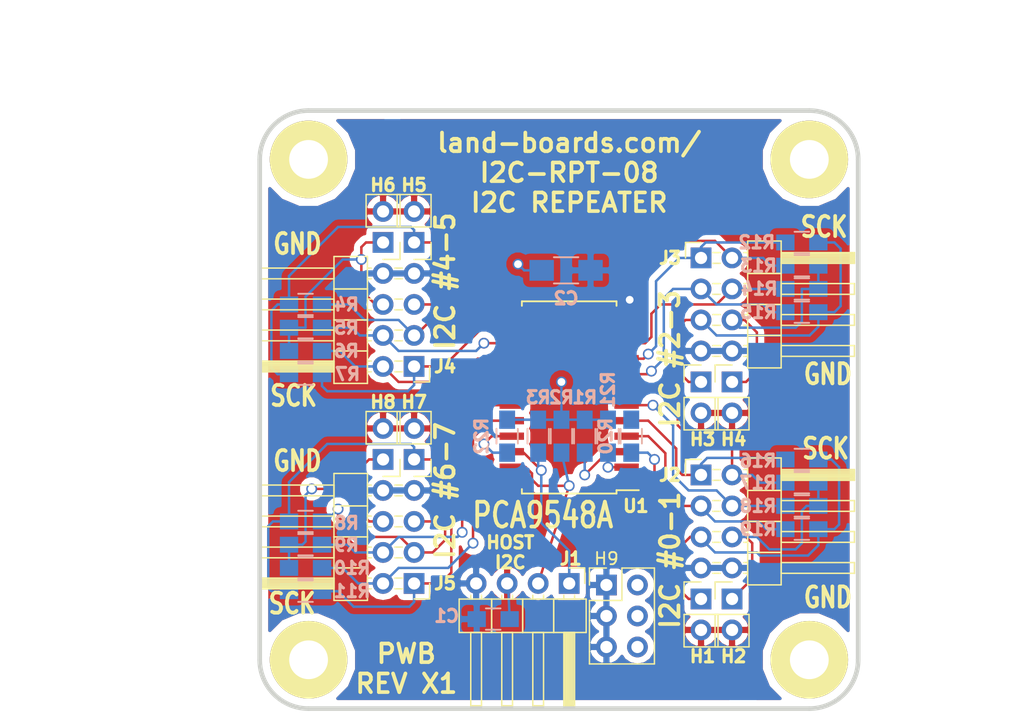
<source format=kicad_pcb>
(kicad_pcb (version 4) (host pcbnew "(after 2015-mar-04 BZR unknown)-product")

  (general
    (links 98)
    (no_connects 4)
    (area 154.809499 79.809499 204.190501 129.190501)
    (thickness 1.6002)
    (drawings 31)
    (tracks 310)
    (zones 0)
    (modules 45)
    (nets 33)
  )

  (page A4)
  (layers
    (0 Front signal)
    (31 Back signal)
    (36 B.SilkS user)
    (37 F.SilkS user)
    (38 B.Mask user)
    (39 F.Mask user)
    (40 Dwgs.User user)
    (41 Cmts.User user hide)
    (44 Edge.Cuts user)
  )

  (setup
    (last_trace_width 0.2032)
    (user_trace_width 0.635)
    (trace_clearance 0.254)
    (zone_clearance 0.508)
    (zone_45_only no)
    (trace_min 0.2032)
    (segment_width 0.381)
    (edge_width 0.381)
    (via_size 0.889)
    (via_drill 0.635)
    (via_min_size 0.889)
    (via_min_drill 0.508)
    (uvia_size 0.508)
    (uvia_drill 0.127)
    (uvias_allowed no)
    (uvia_min_size 0.508)
    (uvia_min_drill 0.127)
    (pcb_text_width 0.3048)
    (pcb_text_size 1.524 2.032)
    (mod_edge_width 0.381)
    (mod_text_size 1.016 1.016)
    (mod_text_width 0.254)
    (pad_size 1.6764 1.6764)
    (pad_drill 0.8128)
    (pad_to_mask_clearance 0.254)
    (aux_axis_origin 0 0)
    (visible_elements 7FFFFF7F)
    (pcbplotparams
      (layerselection 0x010f0_80000001)
      (usegerberextensions false)
      (excludeedgelayer true)
      (linewidth 0.150000)
      (plotframeref false)
      (viasonmask false)
      (mode 1)
      (useauxorigin false)
      (hpglpennumber 1)
      (hpglpenspeed 20)
      (hpglpendiameter 15)
      (hpglpenoverlay 0)
      (psnegative false)
      (psa4output false)
      (plotreference true)
      (plotvalue false)
      (plotinvisibletext false)
      (padsonsilk false)
      (subtractmaskfromsilk false)
      (outputformat 1)
      (mirror false)
      (drillshape 0)
      (scaleselection 1)
      (outputdirectory plots/))
  )

  (net 0 "")
  (net 1 GND)
  (net 2 /SDA0)
  (net 3 /SCK0)
  (net 4 /SDA1)
  (net 5 /SCK1)
  (net 6 /SDA2)
  (net 7 /SCK2)
  (net 8 /SDA3)
  (net 9 /SCK3)
  (net 10 VCC)
  (net 11 "Net-(J1-Pad1)")
  (net 12 "Net-(J1-Pad2)")
  (net 13 /SCK4)
  (net 14 /SCK5)
  (net 15 /SDA4)
  (net 16 /SDA5)
  (net 17 /SCK6)
  (net 18 /SCK7)
  (net 19 /SDA6)
  (net 20 /SDA7)
  (net 21 /VC0)
  (net 22 /VC1)
  (net 23 /VC2)
  (net 24 /VC3)
  (net 25 /VC4)
  (net 26 /VC5)
  (net 27 /VC6)
  (net 28 /VC7)
  (net 29 "Net-(R1-Pad2)")
  (net 30 "Net-(H9-Pad6)")
  (net 31 "Net-(H9-Pad4)")
  (net 32 "Net-(H9-Pad2)")

  (net_class Default "This is the default net class."
    (clearance 0.254)
    (trace_width 0.2032)
    (via_dia 0.889)
    (via_drill 0.635)
    (uvia_dia 0.508)
    (uvia_drill 0.127)
    (add_net /SCK0)
    (add_net /SCK1)
    (add_net /SCK2)
    (add_net /SCK3)
    (add_net /SCK4)
    (add_net /SCK5)
    (add_net /SCK6)
    (add_net /SCK7)
    (add_net /SDA0)
    (add_net /SDA1)
    (add_net /SDA2)
    (add_net /SDA3)
    (add_net /SDA4)
    (add_net /SDA5)
    (add_net /SDA6)
    (add_net /SDA7)
    (add_net /VC0)
    (add_net /VC1)
    (add_net /VC2)
    (add_net /VC3)
    (add_net /VC4)
    (add_net /VC5)
    (add_net /VC6)
    (add_net /VC7)
    (add_net GND)
    (add_net "Net-(H9-Pad2)")
    (add_net "Net-(H9-Pad4)")
    (add_net "Net-(H9-Pad6)")
    (add_net "Net-(J1-Pad1)")
    (add_net "Net-(J1-Pad2)")
    (add_net "Net-(R1-Pad2)")
    (add_net VCC)
  )

  (module FIDUCIAL (layer Front) (tedit 518BF783) (tstamp 557AF8C2)
    (at 194.564 127)
    (path /537A5EE1)
    (fp_text reference FID1 (at 0 2.3495) (layer F.SilkS) hide
      (effects (font (size 1.016 1.016) (thickness 0.254)))
    )
    (fp_text value ADAFRUIT_FIDUCIAL (at 0.127 -2.794) (layer F.SilkS) hide
      (effects (font (size 1.016 1.016) (thickness 0.2032)))
    )
    (pad 1 smd circle (at 0 0) (size 1 1) (layers Front F.Mask)
      (solder_mask_margin 1) (clearance 1))
  )

  (module FIDUCIAL (layer Front) (tedit 518BF783) (tstamp 557AF8C7)
    (at 165.862 82.296)
    (path /537A5ED2)
    (fp_text reference FID2 (at 0 2.3495) (layer F.SilkS) hide
      (effects (font (size 1.016 1.016) (thickness 0.254)))
    )
    (fp_text value ADAFRUIT_FIDUCIAL (at 0.127 -2.794) (layer F.SilkS) hide
      (effects (font (size 1.016 1.016) (thickness 0.2032)))
    )
    (pad 1 smd circle (at 0 0) (size 1 1) (layers Front F.Mask)
      (solder_mask_margin 1) (clearance 1))
  )

  (module Resistors_SMD:R_0805_HandSoldering (layer Back) (tedit 587D2DD6) (tstamp 557B0568)
    (at 199.39 90.805)
    (descr "Resistor SMD 0805, hand soldering")
    (tags "resistor 0805")
    (path /588112AA)
    (attr smd)
    (fp_text reference R12 (at -3.69 -0.005) (layer B.SilkS)
      (effects (font (size 1.016 1.016) (thickness 0.254)) (justify mirror))
    )
    (fp_text value 2.2K (at 0 -2.1) (layer B.SilkS) hide
      (effects (font (size 1 1) (thickness 0.15)) (justify mirror))
    )
    (fp_line (start -2.4 1) (end 2.4 1) (layer B.CrtYd) (width 0.05))
    (fp_line (start -2.4 -1) (end 2.4 -1) (layer B.CrtYd) (width 0.05))
    (fp_line (start -2.4 1) (end -2.4 -1) (layer B.CrtYd) (width 0.05))
    (fp_line (start 2.4 1) (end 2.4 -1) (layer B.CrtYd) (width 0.05))
    (fp_line (start 0.6 -0.875) (end -0.6 -0.875) (layer B.SilkS) (width 0.15))
    (fp_line (start -0.6 0.875) (end 0.6 0.875) (layer B.SilkS) (width 0.15))
    (pad 1 smd rect (at -1.35 0) (size 1.5 1.3) (layers Back B.Mask)
      (net 7 /SCK2))
    (pad 2 smd rect (at 1.35 0) (size 1.5 1.3) (layers Back B.Mask)
      (net 23 /VC2))
    (model Resistors_SMD.3dshapes/R_0805_HandSoldering.wrl
      (at (xyz 0 0 0))
      (scale (xyz 1 1 1))
      (rotate (xyz 0 0 0))
    )
  )

  (module Resistors_SMD:R_0805_HandSoldering (layer Back) (tedit 587D2E0B) (tstamp 557B0573)
    (at 199.39 96.52)
    (descr "Resistor SMD 0805, hand soldering")
    (tags "resistor 0805")
    (path /588112B0)
    (attr smd)
    (fp_text reference R15 (at -3.556 0) (layer B.SilkS)
      (effects (font (size 1.016 1.016) (thickness 0.254)) (justify mirror))
    )
    (fp_text value 2.2K (at 0 -2.1) (layer B.SilkS) hide
      (effects (font (size 1 1) (thickness 0.15)) (justify mirror))
    )
    (fp_line (start -2.4 1) (end 2.4 1) (layer B.CrtYd) (width 0.05))
    (fp_line (start -2.4 -1) (end 2.4 -1) (layer B.CrtYd) (width 0.05))
    (fp_line (start -2.4 1) (end -2.4 -1) (layer B.CrtYd) (width 0.05))
    (fp_line (start 2.4 1) (end 2.4 -1) (layer B.CrtYd) (width 0.05))
    (fp_line (start 0.6 -0.875) (end -0.6 -0.875) (layer B.SilkS) (width 0.15))
    (fp_line (start -0.6 0.875) (end 0.6 0.875) (layer B.SilkS) (width 0.15))
    (pad 1 smd rect (at -1.35 0) (size 1.5 1.3) (layers Back B.Mask)
      (net 6 /SDA2))
    (pad 2 smd rect (at 1.35 0) (size 1.5 1.3) (layers Back B.Mask)
      (net 23 /VC2))
    (model Resistors_SMD.3dshapes/R_0805_HandSoldering.wrl
      (at (xyz 0 0 0))
      (scale (xyz 1 1 1))
      (rotate (xyz 0 0 0))
    )
  )

  (module Resistors_SMD:R_0805_HandSoldering (layer Back) (tedit 587D2DE7) (tstamp 557B057E)
    (at 199.39 92.71)
    (descr "Resistor SMD 0805, hand soldering")
    (tags "resistor 0805")
    (path /588112B6)
    (attr smd)
    (fp_text reference R13 (at -3.556 0) (layer B.SilkS)
      (effects (font (size 1.016 1.016) (thickness 0.254)) (justify mirror))
    )
    (fp_text value 2.2K (at 0 -2.1) (layer B.SilkS) hide
      (effects (font (size 1 1) (thickness 0.15)) (justify mirror))
    )
    (fp_line (start -2.4 1) (end 2.4 1) (layer B.CrtYd) (width 0.05))
    (fp_line (start -2.4 -1) (end 2.4 -1) (layer B.CrtYd) (width 0.05))
    (fp_line (start -2.4 1) (end -2.4 -1) (layer B.CrtYd) (width 0.05))
    (fp_line (start 2.4 1) (end 2.4 -1) (layer B.CrtYd) (width 0.05))
    (fp_line (start 0.6 -0.875) (end -0.6 -0.875) (layer B.SilkS) (width 0.15))
    (fp_line (start -0.6 0.875) (end 0.6 0.875) (layer B.SilkS) (width 0.15))
    (pad 1 smd rect (at -1.35 0) (size 1.5 1.3) (layers Back B.Mask)
      (net 9 /SCK3))
    (pad 2 smd rect (at 1.35 0) (size 1.5 1.3) (layers Back B.Mask)
      (net 24 /VC3))
    (model Resistors_SMD.3dshapes/R_0805_HandSoldering.wrl
      (at (xyz 0 0 0))
      (scale (xyz 1 1 1))
      (rotate (xyz 0 0 0))
    )
  )

  (module Resistors_SMD:R_0805_HandSoldering (layer Back) (tedit 587D2D8E) (tstamp 557B0589)
    (at 158.75 99.695 180)
    (descr "Resistor SMD 0805, hand soldering")
    (tags "resistor 0805")
    (path /58811658)
    (attr smd)
    (fp_text reference R6 (at -3.35 -0.005 180) (layer B.SilkS)
      (effects (font (size 1.016 1.016) (thickness 0.254)) (justify mirror))
    )
    (fp_text value 2.2K (at 0 -2.1 180) (layer B.SilkS) hide
      (effects (font (size 1 1) (thickness 0.15)) (justify mirror))
    )
    (fp_line (start -2.4 1) (end 2.4 1) (layer B.CrtYd) (width 0.05))
    (fp_line (start -2.4 -1) (end 2.4 -1) (layer B.CrtYd) (width 0.05))
    (fp_line (start -2.4 1) (end -2.4 -1) (layer B.CrtYd) (width 0.05))
    (fp_line (start 2.4 1) (end 2.4 -1) (layer B.CrtYd) (width 0.05))
    (fp_line (start 0.6 -0.875) (end -0.6 -0.875) (layer B.SilkS) (width 0.15))
    (fp_line (start -0.6 0.875) (end 0.6 0.875) (layer B.SilkS) (width 0.15))
    (pad 1 smd rect (at -1.35 0 180) (size 1.5 1.3) (layers Back B.Mask)
      (net 14 /SCK5))
    (pad 2 smd rect (at 1.35 0 180) (size 1.5 1.3) (layers Back B.Mask)
      (net 26 /VC5))
    (model Resistors_SMD.3dshapes/R_0805_HandSoldering.wrl
      (at (xyz 0 0 0))
      (scale (xyz 1 1 1))
      (rotate (xyz 0 0 0))
    )
  )

  (module Resistors_SMD:R_0805_HandSoldering (layer Back) (tedit 587D2D78) (tstamp 557B0594)
    (at 158.75 95.885 180)
    (descr "Resistor SMD 0805, hand soldering")
    (tags "resistor 0805")
    (path /58811652)
    (attr smd)
    (fp_text reference R4 (at -3.35 -0.015 180) (layer B.SilkS)
      (effects (font (size 1.016 1.016) (thickness 0.254)) (justify mirror))
    )
    (fp_text value 2.2K (at 0 -2.1 180) (layer B.SilkS) hide
      (effects (font (size 1 1) (thickness 0.15)) (justify mirror))
    )
    (fp_line (start -2.4 1) (end 2.4 1) (layer B.CrtYd) (width 0.05))
    (fp_line (start -2.4 -1) (end 2.4 -1) (layer B.CrtYd) (width 0.05))
    (fp_line (start -2.4 1) (end -2.4 -1) (layer B.CrtYd) (width 0.05))
    (fp_line (start 2.4 1) (end 2.4 -1) (layer B.CrtYd) (width 0.05))
    (fp_line (start 0.6 -0.875) (end -0.6 -0.875) (layer B.SilkS) (width 0.15))
    (fp_line (start -0.6 0.875) (end 0.6 0.875) (layer B.SilkS) (width 0.15))
    (pad 1 smd rect (at -1.35 0 180) (size 1.5 1.3) (layers Back B.Mask)
      (net 15 /SDA4))
    (pad 2 smd rect (at 1.35 0 180) (size 1.5 1.3) (layers Back B.Mask)
      (net 25 /VC4))
    (model Resistors_SMD.3dshapes/R_0805_HandSoldering.wrl
      (at (xyz 0 0 0))
      (scale (xyz 1 1 1))
      (rotate (xyz 0 0 0))
    )
  )

  (module Resistors_SMD:R_0805_HandSoldering (layer Back) (tedit 587D2E2E) (tstamp 557B059F)
    (at 199.39 108.585)
    (descr "Resistor SMD 0805, hand soldering")
    (tags "resistor 0805")
    (path /5880C960)
    (attr smd)
    (fp_text reference R16 (at -3.59 0.115) (layer B.SilkS)
      (effects (font (size 1.016 1.016) (thickness 0.254)) (justify mirror))
    )
    (fp_text value 2.2K (at 0 -2.1) (layer B.SilkS) hide
      (effects (font (size 1 1) (thickness 0.15)) (justify mirror))
    )
    (fp_line (start -2.4 1) (end 2.4 1) (layer B.CrtYd) (width 0.05))
    (fp_line (start -2.4 -1) (end 2.4 -1) (layer B.CrtYd) (width 0.05))
    (fp_line (start -2.4 1) (end -2.4 -1) (layer B.CrtYd) (width 0.05))
    (fp_line (start 2.4 1) (end 2.4 -1) (layer B.CrtYd) (width 0.05))
    (fp_line (start 0.6 -0.875) (end -0.6 -0.875) (layer B.SilkS) (width 0.15))
    (fp_line (start -0.6 0.875) (end 0.6 0.875) (layer B.SilkS) (width 0.15))
    (pad 1 smd rect (at -1.35 0) (size 1.5 1.3) (layers Back B.Mask)
      (net 3 /SCK0))
    (pad 2 smd rect (at 1.35 0) (size 1.5 1.3) (layers Back B.Mask)
      (net 21 /VC0))
    (model Resistors_SMD.3dshapes/R_0805_HandSoldering.wrl
      (at (xyz 0 0 0))
      (scale (xyz 1 1 1))
      (rotate (xyz 0 0 0))
    )
  )

  (module Resistors_SMD:R_0805_HandSoldering (layer Back) (tedit 587D2E4E) (tstamp 557B05AA)
    (at 199.39 114.3)
    (descr "Resistor SMD 0805, hand soldering")
    (tags "resistor 0805")
    (path /58810FE4)
    (attr smd)
    (fp_text reference R19 (at -3.59 0) (layer B.SilkS)
      (effects (font (size 1.016 1.016) (thickness 0.254)) (justify mirror))
    )
    (fp_text value 2.2K (at 0 -2.1) (layer B.SilkS) hide
      (effects (font (size 1 1) (thickness 0.15)) (justify mirror))
    )
    (fp_line (start -2.4 1) (end 2.4 1) (layer B.CrtYd) (width 0.05))
    (fp_line (start -2.4 -1) (end 2.4 -1) (layer B.CrtYd) (width 0.05))
    (fp_line (start -2.4 1) (end -2.4 -1) (layer B.CrtYd) (width 0.05))
    (fp_line (start 2.4 1) (end 2.4 -1) (layer B.CrtYd) (width 0.05))
    (fp_line (start 0.6 -0.875) (end -0.6 -0.875) (layer B.SilkS) (width 0.15))
    (fp_line (start -0.6 0.875) (end 0.6 0.875) (layer B.SilkS) (width 0.15))
    (pad 1 smd rect (at -1.35 0) (size 1.5 1.3) (layers Back B.Mask)
      (net 2 /SDA0))
    (pad 2 smd rect (at 1.35 0) (size 1.5 1.3) (layers Back B.Mask)
      (net 21 /VC0))
    (model Resistors_SMD.3dshapes/R_0805_HandSoldering.wrl
      (at (xyz 0 0 0))
      (scale (xyz 1 1 1))
      (rotate (xyz 0 0 0))
    )
  )

  (module Resistors_SMD:R_0805_HandSoldering (layer Back) (tedit 587D2DC5) (tstamp 557B05B5)
    (at 158.75 119.38 180)
    (descr "Resistor SMD 0805, hand soldering")
    (tags "resistor 0805")
    (path /58811664)
    (attr smd)
    (fp_text reference R11 (at -3.81 0 180) (layer B.SilkS)
      (effects (font (size 1.016 1.016) (thickness 0.254)) (justify mirror))
    )
    (fp_text value 2.2K (at 0 -2.1 180) (layer B.SilkS) hide
      (effects (font (size 1 1) (thickness 0.15)) (justify mirror))
    )
    (fp_line (start -2.4 1) (end 2.4 1) (layer B.CrtYd) (width 0.05))
    (fp_line (start -2.4 -1) (end 2.4 -1) (layer B.CrtYd) (width 0.05))
    (fp_line (start -2.4 1) (end -2.4 -1) (layer B.CrtYd) (width 0.05))
    (fp_line (start 2.4 1) (end 2.4 -1) (layer B.CrtYd) (width 0.05))
    (fp_line (start 0.6 -0.875) (end -0.6 -0.875) (layer B.SilkS) (width 0.15))
    (fp_line (start -0.6 0.875) (end 0.6 0.875) (layer B.SilkS) (width 0.15))
    (pad 1 smd rect (at -1.35 0 180) (size 1.5 1.3) (layers Back B.Mask)
      (net 17 /SCK6))
    (pad 2 smd rect (at 1.35 0 180) (size 1.5 1.3) (layers Back B.Mask)
      (net 27 /VC6))
    (model Resistors_SMD.3dshapes/R_0805_HandSoldering.wrl
      (at (xyz 0 0 0))
      (scale (xyz 1 1 1))
      (rotate (xyz 0 0 0))
    )
  )

  (module Resistors_SMD:R_0805_HandSoldering (layer Back) (tedit 587D2DFB) (tstamp 557B05C0)
    (at 199.39 94.615)
    (descr "Resistor SMD 0805, hand soldering")
    (tags "resistor 0805")
    (path /588112BC)
    (attr smd)
    (fp_text reference R14 (at -3.49 -0.015) (layer B.SilkS)
      (effects (font (size 1.016 1.016) (thickness 0.254)) (justify mirror))
    )
    (fp_text value 2.2K (at 0 -2.1) (layer B.SilkS) hide
      (effects (font (size 1 1) (thickness 0.15)) (justify mirror))
    )
    (fp_line (start -2.4 1) (end 2.4 1) (layer B.CrtYd) (width 0.05))
    (fp_line (start -2.4 -1) (end 2.4 -1) (layer B.CrtYd) (width 0.05))
    (fp_line (start -2.4 1) (end -2.4 -1) (layer B.CrtYd) (width 0.05))
    (fp_line (start 2.4 1) (end 2.4 -1) (layer B.CrtYd) (width 0.05))
    (fp_line (start 0.6 -0.875) (end -0.6 -0.875) (layer B.SilkS) (width 0.15))
    (fp_line (start -0.6 0.875) (end 0.6 0.875) (layer B.SilkS) (width 0.15))
    (pad 1 smd rect (at -1.35 0) (size 1.5 1.3) (layers Back B.Mask)
      (net 8 /SDA3))
    (pad 2 smd rect (at 1.35 0) (size 1.5 1.3) (layers Back B.Mask)
      (net 24 /VC3))
    (model Resistors_SMD.3dshapes/R_0805_HandSoldering.wrl
      (at (xyz 0 0 0))
      (scale (xyz 1 1 1))
      (rotate (xyz 0 0 0))
    )
  )

  (module Resistors_SMD:R_0805_HandSoldering (layer Back) (tedit 587D2D61) (tstamp 557B05CB)
    (at 177.8 106.68 270)
    (descr "Resistor SMD 0805, hand soldering")
    (tags "resistor 0805")
    (path /55B8022E)
    (attr smd)
    (fp_text reference R3 (at -3.175 0 360) (layer B.SilkS)
      (effects (font (size 1.016 1.016) (thickness 0.254)) (justify mirror))
    )
    (fp_text value 2.2K (at 0 -2.1 270) (layer B.SilkS) hide
      (effects (font (size 1 1) (thickness 0.15)) (justify mirror))
    )
    (fp_line (start -2.4 1) (end 2.4 1) (layer B.CrtYd) (width 0.05))
    (fp_line (start -2.4 -1) (end 2.4 -1) (layer B.CrtYd) (width 0.05))
    (fp_line (start -2.4 1) (end -2.4 -1) (layer B.CrtYd) (width 0.05))
    (fp_line (start 2.4 1) (end 2.4 -1) (layer B.CrtYd) (width 0.05))
    (fp_line (start 0.6 -0.875) (end -0.6 -0.875) (layer B.SilkS) (width 0.15))
    (fp_line (start -0.6 0.875) (end 0.6 0.875) (layer B.SilkS) (width 0.15))
    (pad 1 smd rect (at -1.35 0 270) (size 1.5 1.3) (layers Back B.Mask)
      (net 10 VCC))
    (pad 2 smd rect (at 1.35 0 270) (size 1.5 1.3) (layers Back B.Mask)
      (net 11 "Net-(J1-Pad1)"))
    (model Resistors_SMD.3dshapes/R_0805_HandSoldering.wrl
      (at (xyz 0 0 0))
      (scale (xyz 1 1 1))
      (rotate (xyz 0 0 0))
    )
  )

  (module Resistors_SMD:R_0805_HandSoldering (layer Back) (tedit 587D2E41) (tstamp 557B05D6)
    (at 199.39 112.395)
    (descr "Resistor SMD 0805, hand soldering")
    (tags "resistor 0805")
    (path /588110AE)
    (attr smd)
    (fp_text reference R18 (at -3.59 0.005) (layer B.SilkS)
      (effects (font (size 1.016 1.016) (thickness 0.254)) (justify mirror))
    )
    (fp_text value 2.2K (at 0 -2.1) (layer B.SilkS) hide
      (effects (font (size 1 1) (thickness 0.15)) (justify mirror))
    )
    (fp_line (start -2.4 1) (end 2.4 1) (layer B.CrtYd) (width 0.05))
    (fp_line (start -2.4 -1) (end 2.4 -1) (layer B.CrtYd) (width 0.05))
    (fp_line (start -2.4 1) (end -2.4 -1) (layer B.CrtYd) (width 0.05))
    (fp_line (start 2.4 1) (end 2.4 -1) (layer B.CrtYd) (width 0.05))
    (fp_line (start 0.6 -0.875) (end -0.6 -0.875) (layer B.SilkS) (width 0.15))
    (fp_line (start -0.6 0.875) (end 0.6 0.875) (layer B.SilkS) (width 0.15))
    (pad 1 smd rect (at -1.35 0) (size 1.5 1.3) (layers Back B.Mask)
      (net 4 /SDA1))
    (pad 2 smd rect (at 1.35 0) (size 1.5 1.3) (layers Back B.Mask)
      (net 22 /VC1))
    (model Resistors_SMD.3dshapes/R_0805_HandSoldering.wrl
      (at (xyz 0 0 0))
      (scale (xyz 1 1 1))
      (rotate (xyz 0 0 0))
    )
  )

  (module Resistors_SMD:R_0805_HandSoldering (layer Back) (tedit 587D2D83) (tstamp 557B05E1)
    (at 158.75 97.79 180)
    (descr "Resistor SMD 0805, hand soldering")
    (tags "resistor 0805")
    (path /5881165E)
    (attr smd)
    (fp_text reference R5 (at -3.35 -0.01 180) (layer B.SilkS)
      (effects (font (size 1.016 1.016) (thickness 0.254)) (justify mirror))
    )
    (fp_text value 2.2K (at 0 -2.1 180) (layer B.SilkS) hide
      (effects (font (size 1 1) (thickness 0.15)) (justify mirror))
    )
    (fp_line (start -2.4 1) (end 2.4 1) (layer B.CrtYd) (width 0.05))
    (fp_line (start -2.4 -1) (end 2.4 -1) (layer B.CrtYd) (width 0.05))
    (fp_line (start -2.4 1) (end -2.4 -1) (layer B.CrtYd) (width 0.05))
    (fp_line (start 2.4 1) (end 2.4 -1) (layer B.CrtYd) (width 0.05))
    (fp_line (start 0.6 -0.875) (end -0.6 -0.875) (layer B.SilkS) (width 0.15))
    (fp_line (start -0.6 0.875) (end 0.6 0.875) (layer B.SilkS) (width 0.15))
    (pad 1 smd rect (at -1.35 0 180) (size 1.5 1.3) (layers Back B.Mask)
      (net 16 /SDA5))
    (pad 2 smd rect (at 1.35 0 180) (size 1.5 1.3) (layers Back B.Mask)
      (net 26 /VC5))
    (model Resistors_SMD.3dshapes/R_0805_HandSoldering.wrl
      (at (xyz 0 0 0))
      (scale (xyz 1 1 1))
      (rotate (xyz 0 0 0))
    )
  )

  (module MTG-4-40 (layer Front) (tedit 53F3AE25) (tstamp 557B0E94)
    (at 159 84)
    (path /537A5CA4)
    (clearance 0.635)
    (fp_text reference MTG1 (at -6.858 -0.635) (layer F.SilkS) hide
      (effects (font (size 1.016 1.016) (thickness 0.254)))
    )
    (fp_text value MTG_HOLE (at 0 -5.08) (layer F.SilkS) hide
      (effects (font (thickness 0.3048)))
    )
    (pad 1 thru_hole circle (at 0 0) (size 6.35 6.35) (drill 3.175) (layers *.Cu *.Mask F.SilkS))
  )

  (module MTG-4-40 (layer Front) (tedit 53F3AE25) (tstamp 557B0E98)
    (at 200 84)
    (path /538F7580)
    (clearance 0.635)
    (fp_text reference MTG3 (at -6.858 -0.635) (layer F.SilkS) hide
      (effects (font (size 1.016 1.016) (thickness 0.254)))
    )
    (fp_text value MTG_HOLE (at 0 -5.08) (layer F.SilkS) hide
      (effects (font (thickness 0.3048)))
    )
    (pad 1 thru_hole circle (at 0 0) (size 6.35 6.35) (drill 3.175) (layers *.Cu *.Mask F.SilkS))
  )

  (module MTG-4-40 (layer Front) (tedit 53F3AE25) (tstamp 557B0E9C)
    (at 159 125)
    (path /538F757A)
    (clearance 0.635)
    (fp_text reference MTG2 (at -6.858 -0.635) (layer F.SilkS) hide
      (effects (font (size 1.016 1.016) (thickness 0.254)))
    )
    (fp_text value MTG_HOLE (at 0 -5.08) (layer F.SilkS) hide
      (effects (font (thickness 0.3048)))
    )
    (pad 1 thru_hole circle (at 0 0) (size 6.35 6.35) (drill 3.175) (layers *.Cu *.Mask F.SilkS))
  )

  (module MTG-4-40 (layer Front) (tedit 53F3AE25) (tstamp 557B0EA0)
    (at 200 125)
    (path /538F7586)
    (clearance 0.635)
    (fp_text reference MTG4 (at -6.858 -0.635) (layer F.SilkS) hide
      (effects (font (size 1.016 1.016) (thickness 0.254)))
    )
    (fp_text value MTG_HOLE (at 0 -5.08) (layer F.SilkS) hide
      (effects (font (thickness 0.3048)))
    )
    (pad 1 thru_hole circle (at 0 0) (size 6.35 6.35) (drill 3.175) (layers *.Cu *.Mask F.SilkS))
  )

  (module Resistors_SMD:R_0805_HandSoldering (layer Back) (tedit 587D2D99) (tstamp 55B78344)
    (at 158.75 101.6 180)
    (descr "Resistor SMD 0805, hand soldering")
    (tags "resistor 0805")
    (path /5881164C)
    (attr smd)
    (fp_text reference R7 (at -3.45 0 180) (layer B.SilkS)
      (effects (font (size 1.016 1.016) (thickness 0.254)) (justify mirror))
    )
    (fp_text value 2.2K (at 0 -2.1 180) (layer B.SilkS) hide
      (effects (font (size 1 1) (thickness 0.15)) (justify mirror))
    )
    (fp_line (start -2.4 1) (end 2.4 1) (layer B.CrtYd) (width 0.05))
    (fp_line (start -2.4 -1) (end 2.4 -1) (layer B.CrtYd) (width 0.05))
    (fp_line (start -2.4 1) (end -2.4 -1) (layer B.CrtYd) (width 0.05))
    (fp_line (start 2.4 1) (end 2.4 -1) (layer B.CrtYd) (width 0.05))
    (fp_line (start 0.6 -0.875) (end -0.6 -0.875) (layer B.SilkS) (width 0.15))
    (fp_line (start -0.6 0.875) (end 0.6 0.875) (layer B.SilkS) (width 0.15))
    (pad 1 smd rect (at -1.35 0 180) (size 1.5 1.3) (layers Back B.Mask)
      (net 13 /SCK4))
    (pad 2 smd rect (at 1.35 0 180) (size 1.5 1.3) (layers Back B.Mask)
      (net 25 /VC4))
    (model Resistors_SMD.3dshapes/R_0805_HandSoldering.wrl
      (at (xyz 0 0 0))
      (scale (xyz 1 1 1))
      (rotate (xyz 0 0 0))
    )
  )

  (module Resistors_SMD:R_0805_HandSoldering (layer Back) (tedit 587D1851) (tstamp 55B78350)
    (at 179.705 106.68 270)
    (descr "Resistor SMD 0805, hand soldering")
    (tags "resistor 0805")
    (path /55B80175)
    (attr smd)
    (fp_text reference R2 (at -3.175 0 360) (layer B.SilkS)
      (effects (font (size 1.016 1.016) (thickness 0.254)) (justify mirror))
    )
    (fp_text value 2.2K (at -2.54 0 540) (layer B.SilkS) hide
      (effects (font (size 1 1) (thickness 0.15)) (justify mirror))
    )
    (fp_line (start -2.4 1) (end 2.4 1) (layer B.CrtYd) (width 0.05))
    (fp_line (start -2.4 -1) (end 2.4 -1) (layer B.CrtYd) (width 0.05))
    (fp_line (start -2.4 1) (end -2.4 -1) (layer B.CrtYd) (width 0.05))
    (fp_line (start 2.4 1) (end 2.4 -1) (layer B.CrtYd) (width 0.05))
    (fp_line (start 0.6 -0.875) (end -0.6 -0.875) (layer B.SilkS) (width 0.15))
    (fp_line (start -0.6 0.875) (end 0.6 0.875) (layer B.SilkS) (width 0.15))
    (pad 1 smd rect (at -1.35 0 270) (size 1.5 1.3) (layers Back B.Mask)
      (net 10 VCC))
    (pad 2 smd rect (at 1.35 0 270) (size 1.5 1.3) (layers Back B.Mask)
      (net 12 "Net-(J1-Pad2)"))
    (model Resistors_SMD.3dshapes/R_0805_HandSoldering.wrl
      (at (xyz 0 0 0))
      (scale (xyz 1 1 1))
      (rotate (xyz 0 0 0))
    )
  )

  (module Resistors_SMD:R_0805_HandSoldering (layer Back) (tedit 587D2E2B) (tstamp 55B7835C)
    (at 199.39 110.49)
    (descr "Resistor SMD 0805, hand soldering")
    (tags "resistor 0805")
    (path /5881101E)
    (attr smd)
    (fp_text reference R17 (at -3.59 0.01) (layer B.SilkS)
      (effects (font (size 1.016 1.016) (thickness 0.254)) (justify mirror))
    )
    (fp_text value 2.2K (at 0 -2.1) (layer B.SilkS) hide
      (effects (font (size 1 1) (thickness 0.15)) (justify mirror))
    )
    (fp_line (start -2.4 1) (end 2.4 1) (layer B.CrtYd) (width 0.05))
    (fp_line (start -2.4 -1) (end 2.4 -1) (layer B.CrtYd) (width 0.05))
    (fp_line (start -2.4 1) (end -2.4 -1) (layer B.CrtYd) (width 0.05))
    (fp_line (start 2.4 1) (end 2.4 -1) (layer B.CrtYd) (width 0.05))
    (fp_line (start 0.6 -0.875) (end -0.6 -0.875) (layer B.SilkS) (width 0.15))
    (fp_line (start -0.6 0.875) (end 0.6 0.875) (layer B.SilkS) (width 0.15))
    (pad 1 smd rect (at -1.35 0) (size 1.5 1.3) (layers Back B.Mask)
      (net 5 /SCK1))
    (pad 2 smd rect (at 1.35 0) (size 1.5 1.3) (layers Back B.Mask)
      (net 22 /VC1))
    (model Resistors_SMD.3dshapes/R_0805_HandSoldering.wrl
      (at (xyz 0 0 0))
      (scale (xyz 1 1 1))
      (rotate (xyz 0 0 0))
    )
  )

  (module Resistors_SMD:R_0805_HandSoldering (layer Back) (tedit 587D1E24) (tstamp 55BCD235)
    (at 174.117 121.666 180)
    (descr "Resistor SMD 0805, hand soldering")
    (tags "resistor 0805")
    (path /55BD44DA)
    (attr smd)
    (fp_text reference C1 (at 3.81 0.254 180) (layer B.SilkS)
      (effects (font (size 1.016 1.016) (thickness 0.254)) (justify mirror))
    )
    (fp_text value 0.1uF (at 0 -2.1 180) (layer B.SilkS) hide
      (effects (font (size 1 1) (thickness 0.15)) (justify mirror))
    )
    (fp_line (start -2.4 1) (end 2.4 1) (layer B.CrtYd) (width 0.05))
    (fp_line (start -2.4 -1) (end 2.4 -1) (layer B.CrtYd) (width 0.05))
    (fp_line (start -2.4 1) (end -2.4 -1) (layer B.CrtYd) (width 0.05))
    (fp_line (start 2.4 1) (end 2.4 -1) (layer B.CrtYd) (width 0.05))
    (fp_line (start 0.6 -0.875) (end -0.6 -0.875) (layer B.SilkS) (width 0.15))
    (fp_line (start -0.6 0.875) (end 0.6 0.875) (layer B.SilkS) (width 0.15))
    (pad 1 smd rect (at -1.35 0 180) (size 1.5 1.3) (layers Back B.Mask)
      (net 10 VCC))
    (pad 2 smd rect (at 1.35 0 180) (size 1.5 1.3) (layers Back B.Mask)
      (net 1 GND))
    (model Resistors_SMD.3dshapes/R_0805_HandSoldering.wrl
      (at (xyz 0 0 0))
      (scale (xyz 1 1 1))
      (rotate (xyz 0 0 0))
    )
  )

  (module Resistors_SMD:R_1206_HandSoldering (layer Back) (tedit 55BCD329) (tstamp 55BCD241)
    (at 180.086 93.091)
    (descr "Resistor SMD 1206, hand soldering")
    (tags "resistor 1206")
    (path /55BD4907)
    (attr smd)
    (fp_text reference C2 (at 0 2.3) (layer B.SilkS)
      (effects (font (size 1.016 1.016) (thickness 0.254)) (justify mirror))
    )
    (fp_text value 0.1uF (at 0 -2.3) (layer B.SilkS) hide
      (effects (font (size 1 1) (thickness 0.15)) (justify mirror))
    )
    (fp_line (start -3.3 1.2) (end 3.3 1.2) (layer B.CrtYd) (width 0.05))
    (fp_line (start -3.3 -1.2) (end 3.3 -1.2) (layer B.CrtYd) (width 0.05))
    (fp_line (start -3.3 1.2) (end -3.3 -1.2) (layer B.CrtYd) (width 0.05))
    (fp_line (start 3.3 1.2) (end 3.3 -1.2) (layer B.CrtYd) (width 0.05))
    (fp_line (start 1 -1.075) (end -1 -1.075) (layer B.SilkS) (width 0.15))
    (fp_line (start -1 1.075) (end 1 1.075) (layer B.SilkS) (width 0.15))
    (pad 1 smd rect (at -2 0) (size 2 1.7) (layers Back B.Mask)
      (net 10 VCC))
    (pad 2 smd rect (at 2 0) (size 2 1.7) (layers Back B.Mask)
      (net 1 GND))
    (model Resistors_SMD.3dshapes/R_1206_HandSoldering.wrl
      (at (xyz 0 0 0))
      (scale (xyz 1 1 1))
      (rotate (xyz 0 0 0))
    )
  )

  (module Resistors_SMD:R_0805_HandSoldering (layer Back) (tedit 587D2DAF) (tstamp 587D0846)
    (at 158.75 113.665 180)
    (descr "Resistor SMD 0805, hand soldering")
    (tags "resistor 0805")
    (path /5881166A)
    (attr smd)
    (fp_text reference R8 (at -3.35 -0.135 180) (layer B.SilkS)
      (effects (font (size 1.016 1.016) (thickness 0.254)) (justify mirror))
    )
    (fp_text value 2.2K (at 0 -2.1 180) (layer B.SilkS) hide
      (effects (font (size 1 1) (thickness 0.15)) (justify mirror))
    )
    (fp_line (start -1 -0.625) (end -1 0.625) (layer B.Fab) (width 0.1))
    (fp_line (start 1 -0.625) (end -1 -0.625) (layer B.Fab) (width 0.1))
    (fp_line (start 1 0.625) (end 1 -0.625) (layer B.Fab) (width 0.1))
    (fp_line (start -1 0.625) (end 1 0.625) (layer B.Fab) (width 0.1))
    (fp_line (start -2.4 1) (end 2.4 1) (layer B.CrtYd) (width 0.05))
    (fp_line (start -2.4 -1) (end 2.4 -1) (layer B.CrtYd) (width 0.05))
    (fp_line (start -2.4 1) (end -2.4 -1) (layer B.CrtYd) (width 0.05))
    (fp_line (start 2.4 1) (end 2.4 -1) (layer B.CrtYd) (width 0.05))
    (fp_line (start 0.6 -0.875) (end -0.6 -0.875) (layer B.SilkS) (width 0.15))
    (fp_line (start -0.6 0.875) (end 0.6 0.875) (layer B.SilkS) (width 0.15))
    (pad 1 smd rect (at -1.35 0 180) (size 1.5 1.3) (layers Back B.Mask)
      (net 19 /SDA6))
    (pad 2 smd rect (at 1.35 0 180) (size 1.5 1.3) (layers Back B.Mask)
      (net 27 /VC6))
    (model Resistors_SMD.3dshapes/R_0805_HandSoldering.wrl
      (at (xyz 0 0 0))
      (scale (xyz 1 1 1))
      (rotate (xyz 0 0 0))
    )
  )

  (module Resistors_SMD:R_0805_HandSoldering (layer Back) (tedit 587D2DC0) (tstamp 587D0856)
    (at 158.75 117.475 180)
    (descr "Resistor SMD 0805, hand soldering")
    (tags "resistor 0805")
    (path /58811670)
    (attr smd)
    (fp_text reference R10 (at -3.81 0 180) (layer B.SilkS)
      (effects (font (size 1.016 1.016) (thickness 0.254)) (justify mirror))
    )
    (fp_text value 2.2K (at 0 -2.1 180) (layer B.SilkS) hide
      (effects (font (size 1 1) (thickness 0.15)) (justify mirror))
    )
    (fp_line (start -1 -0.625) (end -1 0.625) (layer B.Fab) (width 0.1))
    (fp_line (start 1 -0.625) (end -1 -0.625) (layer B.Fab) (width 0.1))
    (fp_line (start 1 0.625) (end 1 -0.625) (layer B.Fab) (width 0.1))
    (fp_line (start -1 0.625) (end 1 0.625) (layer B.Fab) (width 0.1))
    (fp_line (start -2.4 1) (end 2.4 1) (layer B.CrtYd) (width 0.05))
    (fp_line (start -2.4 -1) (end 2.4 -1) (layer B.CrtYd) (width 0.05))
    (fp_line (start -2.4 1) (end -2.4 -1) (layer B.CrtYd) (width 0.05))
    (fp_line (start 2.4 1) (end 2.4 -1) (layer B.CrtYd) (width 0.05))
    (fp_line (start 0.6 -0.875) (end -0.6 -0.875) (layer B.SilkS) (width 0.15))
    (fp_line (start -0.6 0.875) (end 0.6 0.875) (layer B.SilkS) (width 0.15))
    (pad 1 smd rect (at -1.35 0 180) (size 1.5 1.3) (layers Back B.Mask)
      (net 18 /SCK7))
    (pad 2 smd rect (at 1.35 0 180) (size 1.5 1.3) (layers Back B.Mask)
      (net 28 /VC7))
    (model Resistors_SMD.3dshapes/R_0805_HandSoldering.wrl
      (at (xyz 0 0 0))
      (scale (xyz 1 1 1))
      (rotate (xyz 0 0 0))
    )
  )

  (module Resistors_SMD:R_0805_HandSoldering (layer Back) (tedit 587D2DBB) (tstamp 587D0866)
    (at 158.75 115.57 180)
    (descr "Resistor SMD 0805, hand soldering")
    (tags "resistor 0805")
    (path /58811676)
    (attr smd)
    (fp_text reference R9 (at -3.35 -0.03 180) (layer B.SilkS)
      (effects (font (size 1.016 1.016) (thickness 0.254)) (justify mirror))
    )
    (fp_text value 2.2K (at 0 -2.1 180) (layer B.SilkS) hide
      (effects (font (size 1 1) (thickness 0.15)) (justify mirror))
    )
    (fp_line (start -1 -0.625) (end -1 0.625) (layer B.Fab) (width 0.1))
    (fp_line (start 1 -0.625) (end -1 -0.625) (layer B.Fab) (width 0.1))
    (fp_line (start 1 0.625) (end 1 -0.625) (layer B.Fab) (width 0.1))
    (fp_line (start -1 0.625) (end 1 0.625) (layer B.Fab) (width 0.1))
    (fp_line (start -2.4 1) (end 2.4 1) (layer B.CrtYd) (width 0.05))
    (fp_line (start -2.4 -1) (end 2.4 -1) (layer B.CrtYd) (width 0.05))
    (fp_line (start -2.4 1) (end -2.4 -1) (layer B.CrtYd) (width 0.05))
    (fp_line (start 2.4 1) (end 2.4 -1) (layer B.CrtYd) (width 0.05))
    (fp_line (start 0.6 -0.875) (end -0.6 -0.875) (layer B.SilkS) (width 0.15))
    (fp_line (start -0.6 0.875) (end 0.6 0.875) (layer B.SilkS) (width 0.15))
    (pad 1 smd rect (at -1.35 0 180) (size 1.5 1.3) (layers Back B.Mask)
      (net 20 /SDA7))
    (pad 2 smd rect (at 1.35 0 180) (size 1.5 1.3) (layers Back B.Mask)
      (net 28 /VC7))
    (model Resistors_SMD.3dshapes/R_0805_HandSoldering.wrl
      (at (xyz 0 0 0))
      (scale (xyz 1 1 1))
      (rotate (xyz 0 0 0))
    )
  )

  (module Resistors_SMD:R_0805_HandSoldering (layer Back) (tedit 587D2D5B) (tstamp 587D0876)
    (at 181.61 106.68 270)
    (descr "Resistor SMD 0805, hand soldering")
    (tags "resistor 0805")
    (path /5881258F)
    (attr smd)
    (fp_text reference R1 (at -3.175 0 360) (layer B.SilkS)
      (effects (font (size 1.016 1.016) (thickness 0.254)) (justify mirror))
    )
    (fp_text value 2.2K (at 0 -2.1 270) (layer B.SilkS) hide
      (effects (font (size 1 1) (thickness 0.15)) (justify mirror))
    )
    (fp_line (start -1 -0.625) (end -1 0.625) (layer B.Fab) (width 0.1))
    (fp_line (start 1 -0.625) (end -1 -0.625) (layer B.Fab) (width 0.1))
    (fp_line (start 1 0.625) (end 1 -0.625) (layer B.Fab) (width 0.1))
    (fp_line (start -1 0.625) (end 1 0.625) (layer B.Fab) (width 0.1))
    (fp_line (start -2.4 1) (end 2.4 1) (layer B.CrtYd) (width 0.05))
    (fp_line (start -2.4 -1) (end 2.4 -1) (layer B.CrtYd) (width 0.05))
    (fp_line (start -2.4 1) (end -2.4 -1) (layer B.CrtYd) (width 0.05))
    (fp_line (start 2.4 1) (end 2.4 -1) (layer B.CrtYd) (width 0.05))
    (fp_line (start 0.6 -0.875) (end -0.6 -0.875) (layer B.SilkS) (width 0.15))
    (fp_line (start -0.6 0.875) (end 0.6 0.875) (layer B.SilkS) (width 0.15))
    (pad 1 smd rect (at -1.35 0 270) (size 1.5 1.3) (layers Back B.Mask)
      (net 10 VCC))
    (pad 2 smd rect (at 1.35 0 270) (size 1.5 1.3) (layers Back B.Mask)
      (net 29 "Net-(R1-Pad2)"))
    (model Resistors_SMD.3dshapes/R_0805_HandSoldering.wrl
      (at (xyz 0 0 0))
      (scale (xyz 1 1 1))
      (rotate (xyz 0 0 0))
    )
  )

  (module Pin_Headers:Pin_Header_Angled_1x04_Pitch2.54mm (layer Front) (tedit 587D36E4) (tstamp 587D0DDC)
    (at 180.34 118.745 270)
    (descr "Through hole angled pin header, 1x04, 2.54mm pitch, 6mm pin length, single row")
    (tags "Through hole angled pin header THT 1x04 2.54mm single row")
    (path /587F5589)
    (fp_text reference J1 (at -2.032 -0.127 360) (layer F.SilkS)
      (effects (font (size 1.016 1.016) (thickness 0.254)))
    )
    (fp_text value CONN_01X04 (at 4.315 9.89 270) (layer F.SilkS) hide
      (effects (font (size 1 1) (thickness 0.15)))
    )
    (fp_line (start 1.4 -1.27) (end 1.4 1.27) (layer F.Fab) (width 0.1))
    (fp_line (start 1.4 1.27) (end 3.9 1.27) (layer F.Fab) (width 0.1))
    (fp_line (start 3.9 1.27) (end 3.9 -1.27) (layer F.Fab) (width 0.1))
    (fp_line (start 3.9 -1.27) (end 1.4 -1.27) (layer F.Fab) (width 0.1))
    (fp_line (start 0 -0.32) (end 0 0.32) (layer F.Fab) (width 0.1))
    (fp_line (start 0 0.32) (end 9.9 0.32) (layer F.Fab) (width 0.1))
    (fp_line (start 9.9 0.32) (end 9.9 -0.32) (layer F.Fab) (width 0.1))
    (fp_line (start 9.9 -0.32) (end 0 -0.32) (layer F.Fab) (width 0.1))
    (fp_line (start 1.4 1.27) (end 1.4 3.81) (layer F.Fab) (width 0.1))
    (fp_line (start 1.4 3.81) (end 3.9 3.81) (layer F.Fab) (width 0.1))
    (fp_line (start 3.9 3.81) (end 3.9 1.27) (layer F.Fab) (width 0.1))
    (fp_line (start 3.9 1.27) (end 1.4 1.27) (layer F.Fab) (width 0.1))
    (fp_line (start 0 2.22) (end 0 2.86) (layer F.Fab) (width 0.1))
    (fp_line (start 0 2.86) (end 9.9 2.86) (layer F.Fab) (width 0.1))
    (fp_line (start 9.9 2.86) (end 9.9 2.22) (layer F.Fab) (width 0.1))
    (fp_line (start 9.9 2.22) (end 0 2.22) (layer F.Fab) (width 0.1))
    (fp_line (start 1.4 3.81) (end 1.4 6.35) (layer F.Fab) (width 0.1))
    (fp_line (start 1.4 6.35) (end 3.9 6.35) (layer F.Fab) (width 0.1))
    (fp_line (start 3.9 6.35) (end 3.9 3.81) (layer F.Fab) (width 0.1))
    (fp_line (start 3.9 3.81) (end 1.4 3.81) (layer F.Fab) (width 0.1))
    (fp_line (start 0 4.76) (end 0 5.4) (layer F.Fab) (width 0.1))
    (fp_line (start 0 5.4) (end 9.9 5.4) (layer F.Fab) (width 0.1))
    (fp_line (start 9.9 5.4) (end 9.9 4.76) (layer F.Fab) (width 0.1))
    (fp_line (start 9.9 4.76) (end 0 4.76) (layer F.Fab) (width 0.1))
    (fp_line (start 1.4 6.35) (end 1.4 8.89) (layer F.Fab) (width 0.1))
    (fp_line (start 1.4 8.89) (end 3.9 8.89) (layer F.Fab) (width 0.1))
    (fp_line (start 3.9 8.89) (end 3.9 6.35) (layer F.Fab) (width 0.1))
    (fp_line (start 3.9 6.35) (end 1.4 6.35) (layer F.Fab) (width 0.1))
    (fp_line (start 0 7.3) (end 0 7.94) (layer F.Fab) (width 0.1))
    (fp_line (start 0 7.94) (end 9.9 7.94) (layer F.Fab) (width 0.1))
    (fp_line (start 9.9 7.94) (end 9.9 7.3) (layer F.Fab) (width 0.1))
    (fp_line (start 9.9 7.3) (end 0 7.3) (layer F.Fab) (width 0.1))
    (fp_line (start 1.28 -1.39) (end 1.28 1.27) (layer F.SilkS) (width 0.12))
    (fp_line (start 1.28 1.27) (end 4.02 1.27) (layer F.SilkS) (width 0.12))
    (fp_line (start 4.02 1.27) (end 4.02 -1.39) (layer F.SilkS) (width 0.12))
    (fp_line (start 4.02 -1.39) (end 1.28 -1.39) (layer F.SilkS) (width 0.12))
    (fp_line (start 4.02 -0.44) (end 4.02 0.44) (layer F.SilkS) (width 0.12))
    (fp_line (start 4.02 0.44) (end 10.02 0.44) (layer F.SilkS) (width 0.12))
    (fp_line (start 10.02 0.44) (end 10.02 -0.44) (layer F.SilkS) (width 0.12))
    (fp_line (start 10.02 -0.44) (end 4.02 -0.44) (layer F.SilkS) (width 0.12))
    (fp_line (start 0.97 -0.44) (end 1.28 -0.44) (layer F.SilkS) (width 0.12))
    (fp_line (start 0.97 0.44) (end 1.28 0.44) (layer F.SilkS) (width 0.12))
    (fp_line (start 4.02 -0.32) (end 10.02 -0.32) (layer F.SilkS) (width 0.12))
    (fp_line (start 4.02 -0.2) (end 10.02 -0.2) (layer F.SilkS) (width 0.12))
    (fp_line (start 4.02 -0.08) (end 10.02 -0.08) (layer F.SilkS) (width 0.12))
    (fp_line (start 4.02 0.04) (end 10.02 0.04) (layer F.SilkS) (width 0.12))
    (fp_line (start 4.02 0.16) (end 10.02 0.16) (layer F.SilkS) (width 0.12))
    (fp_line (start 4.02 0.28) (end 10.02 0.28) (layer F.SilkS) (width 0.12))
    (fp_line (start 4.02 0.4) (end 10.02 0.4) (layer F.SilkS) (width 0.12))
    (fp_line (start 1.28 1.27) (end 1.28 3.81) (layer F.SilkS) (width 0.12))
    (fp_line (start 1.28 3.81) (end 4.02 3.81) (layer F.SilkS) (width 0.12))
    (fp_line (start 4.02 3.81) (end 4.02 1.27) (layer F.SilkS) (width 0.12))
    (fp_line (start 4.02 1.27) (end 1.28 1.27) (layer F.SilkS) (width 0.12))
    (fp_line (start 4.02 2.1) (end 4.02 2.98) (layer F.SilkS) (width 0.12))
    (fp_line (start 4.02 2.98) (end 10.02 2.98) (layer F.SilkS) (width 0.12))
    (fp_line (start 10.02 2.98) (end 10.02 2.1) (layer F.SilkS) (width 0.12))
    (fp_line (start 10.02 2.1) (end 4.02 2.1) (layer F.SilkS) (width 0.12))
    (fp_line (start 0.97 2.1) (end 1.28 2.1) (layer F.SilkS) (width 0.12))
    (fp_line (start 0.97 2.98) (end 1.28 2.98) (layer F.SilkS) (width 0.12))
    (fp_line (start 1.28 3.81) (end 1.28 6.35) (layer F.SilkS) (width 0.12))
    (fp_line (start 1.28 6.35) (end 4.02 6.35) (layer F.SilkS) (width 0.12))
    (fp_line (start 4.02 6.35) (end 4.02 3.81) (layer F.SilkS) (width 0.12))
    (fp_line (start 4.02 3.81) (end 1.28 3.81) (layer F.SilkS) (width 0.12))
    (fp_line (start 4.02 4.64) (end 4.02 5.52) (layer F.SilkS) (width 0.12))
    (fp_line (start 4.02 5.52) (end 10.02 5.52) (layer F.SilkS) (width 0.12))
    (fp_line (start 10.02 5.52) (end 10.02 4.64) (layer F.SilkS) (width 0.12))
    (fp_line (start 10.02 4.64) (end 4.02 4.64) (layer F.SilkS) (width 0.12))
    (fp_line (start 0.97 4.64) (end 1.28 4.64) (layer F.SilkS) (width 0.12))
    (fp_line (start 0.97 5.52) (end 1.28 5.52) (layer F.SilkS) (width 0.12))
    (fp_line (start 1.28 6.35) (end 1.28 9.01) (layer F.SilkS) (width 0.12))
    (fp_line (start 1.28 9.01) (end 4.02 9.01) (layer F.SilkS) (width 0.12))
    (fp_line (start 4.02 9.01) (end 4.02 6.35) (layer F.SilkS) (width 0.12))
    (fp_line (start 4.02 6.35) (end 1.28 6.35) (layer F.SilkS) (width 0.12))
    (fp_line (start 4.02 7.18) (end 4.02 8.06) (layer F.SilkS) (width 0.12))
    (fp_line (start 4.02 8.06) (end 10.02 8.06) (layer F.SilkS) (width 0.12))
    (fp_line (start 10.02 8.06) (end 10.02 7.18) (layer F.SilkS) (width 0.12))
    (fp_line (start 10.02 7.18) (end 4.02 7.18) (layer F.SilkS) (width 0.12))
    (fp_line (start 0.97 7.18) (end 1.28 7.18) (layer F.SilkS) (width 0.12))
    (fp_line (start 0.97 8.06) (end 1.28 8.06) (layer F.SilkS) (width 0.12))
    (fp_line (start -1.27 0) (end -1.27 -1.27) (layer F.SilkS) (width 0.12))
    (fp_line (start -1.27 -1.27) (end 0 -1.27) (layer F.SilkS) (width 0.12))
    (fp_line (start -1.6 -1.6) (end -1.6 9.2) (layer F.CrtYd) (width 0.05))
    (fp_line (start -1.6 9.2) (end 10.2 9.2) (layer F.CrtYd) (width 0.05))
    (fp_line (start 10.2 9.2) (end 10.2 -1.6) (layer F.CrtYd) (width 0.05))
    (fp_line (start 10.2 -1.6) (end -1.6 -1.6) (layer F.CrtYd) (width 0.05))
    (pad 1 thru_hole rect (at 0 0 270) (size 1.7 1.7) (drill 1) (layers *.Cu *.Mask)
      (net 11 "Net-(J1-Pad1)"))
    (pad 2 thru_hole oval (at 0 2.54 270) (size 1.7 1.7) (drill 1) (layers *.Cu *.Mask)
      (net 12 "Net-(J1-Pad2)"))
    (pad 3 thru_hole oval (at 0 5.08 270) (size 1.7 1.7) (drill 1) (layers *.Cu *.Mask)
      (net 10 VCC))
    (pad 4 thru_hole oval (at 0 7.62 270) (size 1.7 1.7) (drill 1) (layers *.Cu *.Mask)
      (net 1 GND))
    (model Pin_Headers.3dshapes/Pin_Header_Angled_1x04_Pitch2.54mm.wrl
      (at (xyz 0 -0.15 0))
      (scale (xyz 1 1 1))
      (rotate (xyz 0 0 90))
    )
  )

  (module Pin_Headers:Pin_Header_Angled_2x04_Pitch2.54mm (layer Front) (tedit 587D177E) (tstamp 587D1250)
    (at 191.135 109.855)
    (descr "Through hole angled pin header, 2x04, 2.54mm pitch, 6mm pin length, double rows")
    (tags "Through hole angled pin header THT 2x04 2.54mm double row")
    (path /587F338F)
    (fp_text reference J2 (at -2.54 0) (layer F.SilkS)
      (effects (font (size 1.016 1.016) (thickness 0.254)))
    )
    (fp_text value CONN_02X04 (at 5.585 9.89) (layer F.SilkS) hide
      (effects (font (size 1 1) (thickness 0.15)))
    )
    (fp_line (start 3.94 -1.27) (end 3.94 1.27) (layer F.Fab) (width 0.1))
    (fp_line (start 3.94 1.27) (end 6.44 1.27) (layer F.Fab) (width 0.1))
    (fp_line (start 6.44 1.27) (end 6.44 -1.27) (layer F.Fab) (width 0.1))
    (fp_line (start 6.44 -1.27) (end 3.94 -1.27) (layer F.Fab) (width 0.1))
    (fp_line (start 0 -0.32) (end 0 0.32) (layer F.Fab) (width 0.1))
    (fp_line (start 0 0.32) (end 12.44 0.32) (layer F.Fab) (width 0.1))
    (fp_line (start 12.44 0.32) (end 12.44 -0.32) (layer F.Fab) (width 0.1))
    (fp_line (start 12.44 -0.32) (end 0 -0.32) (layer F.Fab) (width 0.1))
    (fp_line (start 3.94 1.27) (end 3.94 3.81) (layer F.Fab) (width 0.1))
    (fp_line (start 3.94 3.81) (end 6.44 3.81) (layer F.Fab) (width 0.1))
    (fp_line (start 6.44 3.81) (end 6.44 1.27) (layer F.Fab) (width 0.1))
    (fp_line (start 6.44 1.27) (end 3.94 1.27) (layer F.Fab) (width 0.1))
    (fp_line (start 0 2.22) (end 0 2.86) (layer F.Fab) (width 0.1))
    (fp_line (start 0 2.86) (end 12.44 2.86) (layer F.Fab) (width 0.1))
    (fp_line (start 12.44 2.86) (end 12.44 2.22) (layer F.Fab) (width 0.1))
    (fp_line (start 12.44 2.22) (end 0 2.22) (layer F.Fab) (width 0.1))
    (fp_line (start 3.94 3.81) (end 3.94 6.35) (layer F.Fab) (width 0.1))
    (fp_line (start 3.94 6.35) (end 6.44 6.35) (layer F.Fab) (width 0.1))
    (fp_line (start 6.44 6.35) (end 6.44 3.81) (layer F.Fab) (width 0.1))
    (fp_line (start 6.44 3.81) (end 3.94 3.81) (layer F.Fab) (width 0.1))
    (fp_line (start 0 4.76) (end 0 5.4) (layer F.Fab) (width 0.1))
    (fp_line (start 0 5.4) (end 12.44 5.4) (layer F.Fab) (width 0.1))
    (fp_line (start 12.44 5.4) (end 12.44 4.76) (layer F.Fab) (width 0.1))
    (fp_line (start 12.44 4.76) (end 0 4.76) (layer F.Fab) (width 0.1))
    (fp_line (start 3.94 6.35) (end 3.94 8.89) (layer F.Fab) (width 0.1))
    (fp_line (start 3.94 8.89) (end 6.44 8.89) (layer F.Fab) (width 0.1))
    (fp_line (start 6.44 8.89) (end 6.44 6.35) (layer F.Fab) (width 0.1))
    (fp_line (start 6.44 6.35) (end 3.94 6.35) (layer F.Fab) (width 0.1))
    (fp_line (start 0 7.3) (end 0 7.94) (layer F.Fab) (width 0.1))
    (fp_line (start 0 7.94) (end 12.44 7.94) (layer F.Fab) (width 0.1))
    (fp_line (start 12.44 7.94) (end 12.44 7.3) (layer F.Fab) (width 0.1))
    (fp_line (start 12.44 7.3) (end 0 7.3) (layer F.Fab) (width 0.1))
    (fp_line (start 3.82 -1.39) (end 3.82 1.27) (layer F.SilkS) (width 0.12))
    (fp_line (start 3.82 1.27) (end 6.56 1.27) (layer F.SilkS) (width 0.12))
    (fp_line (start 6.56 1.27) (end 6.56 -1.39) (layer F.SilkS) (width 0.12))
    (fp_line (start 6.56 -1.39) (end 3.82 -1.39) (layer F.SilkS) (width 0.12))
    (fp_line (start 6.56 -0.44) (end 6.56 0.44) (layer F.SilkS) (width 0.12))
    (fp_line (start 6.56 0.44) (end 12.56 0.44) (layer F.SilkS) (width 0.12))
    (fp_line (start 12.56 0.44) (end 12.56 -0.44) (layer F.SilkS) (width 0.12))
    (fp_line (start 12.56 -0.44) (end 6.56 -0.44) (layer F.SilkS) (width 0.12))
    (fp_line (start 3.51 -0.44) (end 3.82 -0.44) (layer F.SilkS) (width 0.12))
    (fp_line (start 3.51 0.44) (end 3.82 0.44) (layer F.SilkS) (width 0.12))
    (fp_line (start 0.97 -0.44) (end 1.57 -0.44) (layer F.SilkS) (width 0.12))
    (fp_line (start 0.97 0.44) (end 1.57 0.44) (layer F.SilkS) (width 0.12))
    (fp_line (start 6.56 -0.32) (end 12.56 -0.32) (layer F.SilkS) (width 0.12))
    (fp_line (start 6.56 -0.2) (end 12.56 -0.2) (layer F.SilkS) (width 0.12))
    (fp_line (start 6.56 -0.08) (end 12.56 -0.08) (layer F.SilkS) (width 0.12))
    (fp_line (start 6.56 0.04) (end 12.56 0.04) (layer F.SilkS) (width 0.12))
    (fp_line (start 6.56 0.16) (end 12.56 0.16) (layer F.SilkS) (width 0.12))
    (fp_line (start 6.56 0.28) (end 12.56 0.28) (layer F.SilkS) (width 0.12))
    (fp_line (start 6.56 0.4) (end 12.56 0.4) (layer F.SilkS) (width 0.12))
    (fp_line (start 3.82 1.27) (end 3.82 3.81) (layer F.SilkS) (width 0.12))
    (fp_line (start 3.82 3.81) (end 6.56 3.81) (layer F.SilkS) (width 0.12))
    (fp_line (start 6.56 3.81) (end 6.56 1.27) (layer F.SilkS) (width 0.12))
    (fp_line (start 6.56 1.27) (end 3.82 1.27) (layer F.SilkS) (width 0.12))
    (fp_line (start 6.56 2.1) (end 6.56 2.98) (layer F.SilkS) (width 0.12))
    (fp_line (start 6.56 2.98) (end 12.56 2.98) (layer F.SilkS) (width 0.12))
    (fp_line (start 12.56 2.98) (end 12.56 2.1) (layer F.SilkS) (width 0.12))
    (fp_line (start 12.56 2.1) (end 6.56 2.1) (layer F.SilkS) (width 0.12))
    (fp_line (start 3.51 2.1) (end 3.82 2.1) (layer F.SilkS) (width 0.12))
    (fp_line (start 3.51 2.98) (end 3.82 2.98) (layer F.SilkS) (width 0.12))
    (fp_line (start 0.97 2.1) (end 1.57 2.1) (layer F.SilkS) (width 0.12))
    (fp_line (start 0.97 2.98) (end 1.57 2.98) (layer F.SilkS) (width 0.12))
    (fp_line (start 3.82 3.81) (end 3.82 6.35) (layer F.SilkS) (width 0.12))
    (fp_line (start 3.82 6.35) (end 6.56 6.35) (layer F.SilkS) (width 0.12))
    (fp_line (start 6.56 6.35) (end 6.56 3.81) (layer F.SilkS) (width 0.12))
    (fp_line (start 6.56 3.81) (end 3.82 3.81) (layer F.SilkS) (width 0.12))
    (fp_line (start 6.56 4.64) (end 6.56 5.52) (layer F.SilkS) (width 0.12))
    (fp_line (start 6.56 5.52) (end 12.56 5.52) (layer F.SilkS) (width 0.12))
    (fp_line (start 12.56 5.52) (end 12.56 4.64) (layer F.SilkS) (width 0.12))
    (fp_line (start 12.56 4.64) (end 6.56 4.64) (layer F.SilkS) (width 0.12))
    (fp_line (start 3.51 4.64) (end 3.82 4.64) (layer F.SilkS) (width 0.12))
    (fp_line (start 3.51 5.52) (end 3.82 5.52) (layer F.SilkS) (width 0.12))
    (fp_line (start 0.97 4.64) (end 1.57 4.64) (layer F.SilkS) (width 0.12))
    (fp_line (start 0.97 5.52) (end 1.57 5.52) (layer F.SilkS) (width 0.12))
    (fp_line (start 3.82 6.35) (end 3.82 9.01) (layer F.SilkS) (width 0.12))
    (fp_line (start 3.82 9.01) (end 6.56 9.01) (layer F.SilkS) (width 0.12))
    (fp_line (start 6.56 9.01) (end 6.56 6.35) (layer F.SilkS) (width 0.12))
    (fp_line (start 6.56 6.35) (end 3.82 6.35) (layer F.SilkS) (width 0.12))
    (fp_line (start 6.56 7.18) (end 6.56 8.06) (layer F.SilkS) (width 0.12))
    (fp_line (start 6.56 8.06) (end 12.56 8.06) (layer F.SilkS) (width 0.12))
    (fp_line (start 12.56 8.06) (end 12.56 7.18) (layer F.SilkS) (width 0.12))
    (fp_line (start 12.56 7.18) (end 6.56 7.18) (layer F.SilkS) (width 0.12))
    (fp_line (start 3.51 7.18) (end 3.82 7.18) (layer F.SilkS) (width 0.12))
    (fp_line (start 3.51 8.06) (end 3.82 8.06) (layer F.SilkS) (width 0.12))
    (fp_line (start 0.97 7.18) (end 1.57 7.18) (layer F.SilkS) (width 0.12))
    (fp_line (start 0.97 8.06) (end 1.57 8.06) (layer F.SilkS) (width 0.12))
    (fp_line (start -1.27 0) (end -1.27 -1.27) (layer F.SilkS) (width 0.12))
    (fp_line (start -1.27 -1.27) (end 0 -1.27) (layer F.SilkS) (width 0.12))
    (fp_line (start -1.6 -1.6) (end -1.6 9.2) (layer F.CrtYd) (width 0.05))
    (fp_line (start -1.6 9.2) (end 12.7 9.2) (layer F.CrtYd) (width 0.05))
    (fp_line (start 12.7 9.2) (end 12.7 -1.6) (layer F.CrtYd) (width 0.05))
    (fp_line (start 12.7 -1.6) (end -1.6 -1.6) (layer F.CrtYd) (width 0.05))
    (pad 1 thru_hole rect (at 0 0) (size 1.7 1.7) (drill 1) (layers *.Cu *.Mask)
      (net 3 /SCK0))
    (pad 2 thru_hole oval (at 2.54 0) (size 1.7 1.7) (drill 1) (layers *.Cu *.Mask)
      (net 5 /SCK1))
    (pad 3 thru_hole oval (at 0 2.54) (size 1.7 1.7) (drill 1) (layers *.Cu *.Mask)
      (net 2 /SDA0))
    (pad 4 thru_hole oval (at 2.54 2.54) (size 1.7 1.7) (drill 1) (layers *.Cu *.Mask)
      (net 4 /SDA1))
    (pad 5 thru_hole oval (at 0 5.08) (size 1.7 1.7) (drill 1) (layers *.Cu *.Mask)
      (net 21 /VC0))
    (pad 6 thru_hole oval (at 2.54 5.08) (size 1.7 1.7) (drill 1) (layers *.Cu *.Mask)
      (net 22 /VC1))
    (pad 7 thru_hole oval (at 0 7.62) (size 1.7 1.7) (drill 1) (layers *.Cu *.Mask)
      (net 1 GND))
    (pad 8 thru_hole oval (at 2.54 7.62) (size 1.7 1.7) (drill 1) (layers *.Cu *.Mask)
      (net 1 GND))
    (model Pin_Headers.3dshapes/Pin_Header_Angled_2x04_Pitch2.54mm.wrl
      (at (xyz 0.05 -0.15 0))
      (scale (xyz 1 1 1))
      (rotate (xyz 0 0 90))
    )
  )

  (module Pin_Headers:Pin_Header_Angled_2x04_Pitch2.54mm (layer Front) (tedit 587D1791) (tstamp 587D12B8)
    (at 191.135 92.075)
    (descr "Through hole angled pin header, 2x04, 2.54mm pitch, 6mm pin length, double rows")
    (tags "Through hole angled pin header THT 2x04 2.54mm double row")
    (path /58801D83)
    (fp_text reference J3 (at -2.54 0) (layer F.SilkS)
      (effects (font (size 1.016 1.016) (thickness 0.254)))
    )
    (fp_text value CONN_02X04 (at 5.585 9.89) (layer F.SilkS) hide
      (effects (font (size 1 1) (thickness 0.15)))
    )
    (fp_line (start 3.94 -1.27) (end 3.94 1.27) (layer F.Fab) (width 0.1))
    (fp_line (start 3.94 1.27) (end 6.44 1.27) (layer F.Fab) (width 0.1))
    (fp_line (start 6.44 1.27) (end 6.44 -1.27) (layer F.Fab) (width 0.1))
    (fp_line (start 6.44 -1.27) (end 3.94 -1.27) (layer F.Fab) (width 0.1))
    (fp_line (start 0 -0.32) (end 0 0.32) (layer F.Fab) (width 0.1))
    (fp_line (start 0 0.32) (end 12.44 0.32) (layer F.Fab) (width 0.1))
    (fp_line (start 12.44 0.32) (end 12.44 -0.32) (layer F.Fab) (width 0.1))
    (fp_line (start 12.44 -0.32) (end 0 -0.32) (layer F.Fab) (width 0.1))
    (fp_line (start 3.94 1.27) (end 3.94 3.81) (layer F.Fab) (width 0.1))
    (fp_line (start 3.94 3.81) (end 6.44 3.81) (layer F.Fab) (width 0.1))
    (fp_line (start 6.44 3.81) (end 6.44 1.27) (layer F.Fab) (width 0.1))
    (fp_line (start 6.44 1.27) (end 3.94 1.27) (layer F.Fab) (width 0.1))
    (fp_line (start 0 2.22) (end 0 2.86) (layer F.Fab) (width 0.1))
    (fp_line (start 0 2.86) (end 12.44 2.86) (layer F.Fab) (width 0.1))
    (fp_line (start 12.44 2.86) (end 12.44 2.22) (layer F.Fab) (width 0.1))
    (fp_line (start 12.44 2.22) (end 0 2.22) (layer F.Fab) (width 0.1))
    (fp_line (start 3.94 3.81) (end 3.94 6.35) (layer F.Fab) (width 0.1))
    (fp_line (start 3.94 6.35) (end 6.44 6.35) (layer F.Fab) (width 0.1))
    (fp_line (start 6.44 6.35) (end 6.44 3.81) (layer F.Fab) (width 0.1))
    (fp_line (start 6.44 3.81) (end 3.94 3.81) (layer F.Fab) (width 0.1))
    (fp_line (start 0 4.76) (end 0 5.4) (layer F.Fab) (width 0.1))
    (fp_line (start 0 5.4) (end 12.44 5.4) (layer F.Fab) (width 0.1))
    (fp_line (start 12.44 5.4) (end 12.44 4.76) (layer F.Fab) (width 0.1))
    (fp_line (start 12.44 4.76) (end 0 4.76) (layer F.Fab) (width 0.1))
    (fp_line (start 3.94 6.35) (end 3.94 8.89) (layer F.Fab) (width 0.1))
    (fp_line (start 3.94 8.89) (end 6.44 8.89) (layer F.Fab) (width 0.1))
    (fp_line (start 6.44 8.89) (end 6.44 6.35) (layer F.Fab) (width 0.1))
    (fp_line (start 6.44 6.35) (end 3.94 6.35) (layer F.Fab) (width 0.1))
    (fp_line (start 0 7.3) (end 0 7.94) (layer F.Fab) (width 0.1))
    (fp_line (start 0 7.94) (end 12.44 7.94) (layer F.Fab) (width 0.1))
    (fp_line (start 12.44 7.94) (end 12.44 7.3) (layer F.Fab) (width 0.1))
    (fp_line (start 12.44 7.3) (end 0 7.3) (layer F.Fab) (width 0.1))
    (fp_line (start 3.82 -1.39) (end 3.82 1.27) (layer F.SilkS) (width 0.12))
    (fp_line (start 3.82 1.27) (end 6.56 1.27) (layer F.SilkS) (width 0.12))
    (fp_line (start 6.56 1.27) (end 6.56 -1.39) (layer F.SilkS) (width 0.12))
    (fp_line (start 6.56 -1.39) (end 3.82 -1.39) (layer F.SilkS) (width 0.12))
    (fp_line (start 6.56 -0.44) (end 6.56 0.44) (layer F.SilkS) (width 0.12))
    (fp_line (start 6.56 0.44) (end 12.56 0.44) (layer F.SilkS) (width 0.12))
    (fp_line (start 12.56 0.44) (end 12.56 -0.44) (layer F.SilkS) (width 0.12))
    (fp_line (start 12.56 -0.44) (end 6.56 -0.44) (layer F.SilkS) (width 0.12))
    (fp_line (start 3.51 -0.44) (end 3.82 -0.44) (layer F.SilkS) (width 0.12))
    (fp_line (start 3.51 0.44) (end 3.82 0.44) (layer F.SilkS) (width 0.12))
    (fp_line (start 0.97 -0.44) (end 1.57 -0.44) (layer F.SilkS) (width 0.12))
    (fp_line (start 0.97 0.44) (end 1.57 0.44) (layer F.SilkS) (width 0.12))
    (fp_line (start 6.56 -0.32) (end 12.56 -0.32) (layer F.SilkS) (width 0.12))
    (fp_line (start 6.56 -0.2) (end 12.56 -0.2) (layer F.SilkS) (width 0.12))
    (fp_line (start 6.56 -0.08) (end 12.56 -0.08) (layer F.SilkS) (width 0.12))
    (fp_line (start 6.56 0.04) (end 12.56 0.04) (layer F.SilkS) (width 0.12))
    (fp_line (start 6.56 0.16) (end 12.56 0.16) (layer F.SilkS) (width 0.12))
    (fp_line (start 6.56 0.28) (end 12.56 0.28) (layer F.SilkS) (width 0.12))
    (fp_line (start 6.56 0.4) (end 12.56 0.4) (layer F.SilkS) (width 0.12))
    (fp_line (start 3.82 1.27) (end 3.82 3.81) (layer F.SilkS) (width 0.12))
    (fp_line (start 3.82 3.81) (end 6.56 3.81) (layer F.SilkS) (width 0.12))
    (fp_line (start 6.56 3.81) (end 6.56 1.27) (layer F.SilkS) (width 0.12))
    (fp_line (start 6.56 1.27) (end 3.82 1.27) (layer F.SilkS) (width 0.12))
    (fp_line (start 6.56 2.1) (end 6.56 2.98) (layer F.SilkS) (width 0.12))
    (fp_line (start 6.56 2.98) (end 12.56 2.98) (layer F.SilkS) (width 0.12))
    (fp_line (start 12.56 2.98) (end 12.56 2.1) (layer F.SilkS) (width 0.12))
    (fp_line (start 12.56 2.1) (end 6.56 2.1) (layer F.SilkS) (width 0.12))
    (fp_line (start 3.51 2.1) (end 3.82 2.1) (layer F.SilkS) (width 0.12))
    (fp_line (start 3.51 2.98) (end 3.82 2.98) (layer F.SilkS) (width 0.12))
    (fp_line (start 0.97 2.1) (end 1.57 2.1) (layer F.SilkS) (width 0.12))
    (fp_line (start 0.97 2.98) (end 1.57 2.98) (layer F.SilkS) (width 0.12))
    (fp_line (start 3.82 3.81) (end 3.82 6.35) (layer F.SilkS) (width 0.12))
    (fp_line (start 3.82 6.35) (end 6.56 6.35) (layer F.SilkS) (width 0.12))
    (fp_line (start 6.56 6.35) (end 6.56 3.81) (layer F.SilkS) (width 0.12))
    (fp_line (start 6.56 3.81) (end 3.82 3.81) (layer F.SilkS) (width 0.12))
    (fp_line (start 6.56 4.64) (end 6.56 5.52) (layer F.SilkS) (width 0.12))
    (fp_line (start 6.56 5.52) (end 12.56 5.52) (layer F.SilkS) (width 0.12))
    (fp_line (start 12.56 5.52) (end 12.56 4.64) (layer F.SilkS) (width 0.12))
    (fp_line (start 12.56 4.64) (end 6.56 4.64) (layer F.SilkS) (width 0.12))
    (fp_line (start 3.51 4.64) (end 3.82 4.64) (layer F.SilkS) (width 0.12))
    (fp_line (start 3.51 5.52) (end 3.82 5.52) (layer F.SilkS) (width 0.12))
    (fp_line (start 0.97 4.64) (end 1.57 4.64) (layer F.SilkS) (width 0.12))
    (fp_line (start 0.97 5.52) (end 1.57 5.52) (layer F.SilkS) (width 0.12))
    (fp_line (start 3.82 6.35) (end 3.82 9.01) (layer F.SilkS) (width 0.12))
    (fp_line (start 3.82 9.01) (end 6.56 9.01) (layer F.SilkS) (width 0.12))
    (fp_line (start 6.56 9.01) (end 6.56 6.35) (layer F.SilkS) (width 0.12))
    (fp_line (start 6.56 6.35) (end 3.82 6.35) (layer F.SilkS) (width 0.12))
    (fp_line (start 6.56 7.18) (end 6.56 8.06) (layer F.SilkS) (width 0.12))
    (fp_line (start 6.56 8.06) (end 12.56 8.06) (layer F.SilkS) (width 0.12))
    (fp_line (start 12.56 8.06) (end 12.56 7.18) (layer F.SilkS) (width 0.12))
    (fp_line (start 12.56 7.18) (end 6.56 7.18) (layer F.SilkS) (width 0.12))
    (fp_line (start 3.51 7.18) (end 3.82 7.18) (layer F.SilkS) (width 0.12))
    (fp_line (start 3.51 8.06) (end 3.82 8.06) (layer F.SilkS) (width 0.12))
    (fp_line (start 0.97 7.18) (end 1.57 7.18) (layer F.SilkS) (width 0.12))
    (fp_line (start 0.97 8.06) (end 1.57 8.06) (layer F.SilkS) (width 0.12))
    (fp_line (start -1.27 0) (end -1.27 -1.27) (layer F.SilkS) (width 0.12))
    (fp_line (start -1.27 -1.27) (end 0 -1.27) (layer F.SilkS) (width 0.12))
    (fp_line (start -1.6 -1.6) (end -1.6 9.2) (layer F.CrtYd) (width 0.05))
    (fp_line (start -1.6 9.2) (end 12.7 9.2) (layer F.CrtYd) (width 0.05))
    (fp_line (start 12.7 9.2) (end 12.7 -1.6) (layer F.CrtYd) (width 0.05))
    (fp_line (start 12.7 -1.6) (end -1.6 -1.6) (layer F.CrtYd) (width 0.05))
    (pad 1 thru_hole rect (at 0 0) (size 1.7 1.7) (drill 1) (layers *.Cu *.Mask)
      (net 7 /SCK2))
    (pad 2 thru_hole oval (at 2.54 0) (size 1.7 1.7) (drill 1) (layers *.Cu *.Mask)
      (net 9 /SCK3))
    (pad 3 thru_hole oval (at 0 2.54) (size 1.7 1.7) (drill 1) (layers *.Cu *.Mask)
      (net 6 /SDA2))
    (pad 4 thru_hole oval (at 2.54 2.54) (size 1.7 1.7) (drill 1) (layers *.Cu *.Mask)
      (net 8 /SDA3))
    (pad 5 thru_hole oval (at 0 5.08) (size 1.7 1.7) (drill 1) (layers *.Cu *.Mask)
      (net 23 /VC2))
    (pad 6 thru_hole oval (at 2.54 5.08) (size 1.7 1.7) (drill 1) (layers *.Cu *.Mask)
      (net 24 /VC3))
    (pad 7 thru_hole oval (at 0 7.62) (size 1.7 1.7) (drill 1) (layers *.Cu *.Mask)
      (net 1 GND))
    (pad 8 thru_hole oval (at 2.54 7.62) (size 1.7 1.7) (drill 1) (layers *.Cu *.Mask)
      (net 1 GND))
    (model Pin_Headers.3dshapes/Pin_Header_Angled_2x04_Pitch2.54mm.wrl
      (at (xyz 0.05 -0.15 0))
      (scale (xyz 1 1 1))
      (rotate (xyz 0 0 90))
    )
  )

  (module Pin_Headers:Pin_Header_Angled_2x04_Pitch2.54mm (layer Front) (tedit 587D0EC8) (tstamp 587D1320)
    (at 167.64 100.965 180)
    (descr "Through hole angled pin header, 2x04, 2.54mm pitch, 6mm pin length, double rows")
    (tags "Through hole angled pin header THT 2x04 2.54mm double row")
    (path /58801EEE)
    (fp_text reference J4 (at -2.54 0 180) (layer F.SilkS)
      (effects (font (size 1.016 1.016) (thickness 0.254)))
    )
    (fp_text value CONN_02X04 (at 5.585 9.89 180) (layer F.SilkS) hide
      (effects (font (size 1 1) (thickness 0.15)))
    )
    (fp_line (start 3.94 -1.27) (end 3.94 1.27) (layer F.Fab) (width 0.1))
    (fp_line (start 3.94 1.27) (end 6.44 1.27) (layer F.Fab) (width 0.1))
    (fp_line (start 6.44 1.27) (end 6.44 -1.27) (layer F.Fab) (width 0.1))
    (fp_line (start 6.44 -1.27) (end 3.94 -1.27) (layer F.Fab) (width 0.1))
    (fp_line (start 0 -0.32) (end 0 0.32) (layer F.Fab) (width 0.1))
    (fp_line (start 0 0.32) (end 12.44 0.32) (layer F.Fab) (width 0.1))
    (fp_line (start 12.44 0.32) (end 12.44 -0.32) (layer F.Fab) (width 0.1))
    (fp_line (start 12.44 -0.32) (end 0 -0.32) (layer F.Fab) (width 0.1))
    (fp_line (start 3.94 1.27) (end 3.94 3.81) (layer F.Fab) (width 0.1))
    (fp_line (start 3.94 3.81) (end 6.44 3.81) (layer F.Fab) (width 0.1))
    (fp_line (start 6.44 3.81) (end 6.44 1.27) (layer F.Fab) (width 0.1))
    (fp_line (start 6.44 1.27) (end 3.94 1.27) (layer F.Fab) (width 0.1))
    (fp_line (start 0 2.22) (end 0 2.86) (layer F.Fab) (width 0.1))
    (fp_line (start 0 2.86) (end 12.44 2.86) (layer F.Fab) (width 0.1))
    (fp_line (start 12.44 2.86) (end 12.44 2.22) (layer F.Fab) (width 0.1))
    (fp_line (start 12.44 2.22) (end 0 2.22) (layer F.Fab) (width 0.1))
    (fp_line (start 3.94 3.81) (end 3.94 6.35) (layer F.Fab) (width 0.1))
    (fp_line (start 3.94 6.35) (end 6.44 6.35) (layer F.Fab) (width 0.1))
    (fp_line (start 6.44 6.35) (end 6.44 3.81) (layer F.Fab) (width 0.1))
    (fp_line (start 6.44 3.81) (end 3.94 3.81) (layer F.Fab) (width 0.1))
    (fp_line (start 0 4.76) (end 0 5.4) (layer F.Fab) (width 0.1))
    (fp_line (start 0 5.4) (end 12.44 5.4) (layer F.Fab) (width 0.1))
    (fp_line (start 12.44 5.4) (end 12.44 4.76) (layer F.Fab) (width 0.1))
    (fp_line (start 12.44 4.76) (end 0 4.76) (layer F.Fab) (width 0.1))
    (fp_line (start 3.94 6.35) (end 3.94 8.89) (layer F.Fab) (width 0.1))
    (fp_line (start 3.94 8.89) (end 6.44 8.89) (layer F.Fab) (width 0.1))
    (fp_line (start 6.44 8.89) (end 6.44 6.35) (layer F.Fab) (width 0.1))
    (fp_line (start 6.44 6.35) (end 3.94 6.35) (layer F.Fab) (width 0.1))
    (fp_line (start 0 7.3) (end 0 7.94) (layer F.Fab) (width 0.1))
    (fp_line (start 0 7.94) (end 12.44 7.94) (layer F.Fab) (width 0.1))
    (fp_line (start 12.44 7.94) (end 12.44 7.3) (layer F.Fab) (width 0.1))
    (fp_line (start 12.44 7.3) (end 0 7.3) (layer F.Fab) (width 0.1))
    (fp_line (start 3.82 -1.39) (end 3.82 1.27) (layer F.SilkS) (width 0.12))
    (fp_line (start 3.82 1.27) (end 6.56 1.27) (layer F.SilkS) (width 0.12))
    (fp_line (start 6.56 1.27) (end 6.56 -1.39) (layer F.SilkS) (width 0.12))
    (fp_line (start 6.56 -1.39) (end 3.82 -1.39) (layer F.SilkS) (width 0.12))
    (fp_line (start 6.56 -0.44) (end 6.56 0.44) (layer F.SilkS) (width 0.12))
    (fp_line (start 6.56 0.44) (end 12.56 0.44) (layer F.SilkS) (width 0.12))
    (fp_line (start 12.56 0.44) (end 12.56 -0.44) (layer F.SilkS) (width 0.12))
    (fp_line (start 12.56 -0.44) (end 6.56 -0.44) (layer F.SilkS) (width 0.12))
    (fp_line (start 3.51 -0.44) (end 3.82 -0.44) (layer F.SilkS) (width 0.12))
    (fp_line (start 3.51 0.44) (end 3.82 0.44) (layer F.SilkS) (width 0.12))
    (fp_line (start 0.97 -0.44) (end 1.57 -0.44) (layer F.SilkS) (width 0.12))
    (fp_line (start 0.97 0.44) (end 1.57 0.44) (layer F.SilkS) (width 0.12))
    (fp_line (start 6.56 -0.32) (end 12.56 -0.32) (layer F.SilkS) (width 0.12))
    (fp_line (start 6.56 -0.2) (end 12.56 -0.2) (layer F.SilkS) (width 0.12))
    (fp_line (start 6.56 -0.08) (end 12.56 -0.08) (layer F.SilkS) (width 0.12))
    (fp_line (start 6.56 0.04) (end 12.56 0.04) (layer F.SilkS) (width 0.12))
    (fp_line (start 6.56 0.16) (end 12.56 0.16) (layer F.SilkS) (width 0.12))
    (fp_line (start 6.56 0.28) (end 12.56 0.28) (layer F.SilkS) (width 0.12))
    (fp_line (start 6.56 0.4) (end 12.56 0.4) (layer F.SilkS) (width 0.12))
    (fp_line (start 3.82 1.27) (end 3.82 3.81) (layer F.SilkS) (width 0.12))
    (fp_line (start 3.82 3.81) (end 6.56 3.81) (layer F.SilkS) (width 0.12))
    (fp_line (start 6.56 3.81) (end 6.56 1.27) (layer F.SilkS) (width 0.12))
    (fp_line (start 6.56 1.27) (end 3.82 1.27) (layer F.SilkS) (width 0.12))
    (fp_line (start 6.56 2.1) (end 6.56 2.98) (layer F.SilkS) (width 0.12))
    (fp_line (start 6.56 2.98) (end 12.56 2.98) (layer F.SilkS) (width 0.12))
    (fp_line (start 12.56 2.98) (end 12.56 2.1) (layer F.SilkS) (width 0.12))
    (fp_line (start 12.56 2.1) (end 6.56 2.1) (layer F.SilkS) (width 0.12))
    (fp_line (start 3.51 2.1) (end 3.82 2.1) (layer F.SilkS) (width 0.12))
    (fp_line (start 3.51 2.98) (end 3.82 2.98) (layer F.SilkS) (width 0.12))
    (fp_line (start 0.97 2.1) (end 1.57 2.1) (layer F.SilkS) (width 0.12))
    (fp_line (start 0.97 2.98) (end 1.57 2.98) (layer F.SilkS) (width 0.12))
    (fp_line (start 3.82 3.81) (end 3.82 6.35) (layer F.SilkS) (width 0.12))
    (fp_line (start 3.82 6.35) (end 6.56 6.35) (layer F.SilkS) (width 0.12))
    (fp_line (start 6.56 6.35) (end 6.56 3.81) (layer F.SilkS) (width 0.12))
    (fp_line (start 6.56 3.81) (end 3.82 3.81) (layer F.SilkS) (width 0.12))
    (fp_line (start 6.56 4.64) (end 6.56 5.52) (layer F.SilkS) (width 0.12))
    (fp_line (start 6.56 5.52) (end 12.56 5.52) (layer F.SilkS) (width 0.12))
    (fp_line (start 12.56 5.52) (end 12.56 4.64) (layer F.SilkS) (width 0.12))
    (fp_line (start 12.56 4.64) (end 6.56 4.64) (layer F.SilkS) (width 0.12))
    (fp_line (start 3.51 4.64) (end 3.82 4.64) (layer F.SilkS) (width 0.12))
    (fp_line (start 3.51 5.52) (end 3.82 5.52) (layer F.SilkS) (width 0.12))
    (fp_line (start 0.97 4.64) (end 1.57 4.64) (layer F.SilkS) (width 0.12))
    (fp_line (start 0.97 5.52) (end 1.57 5.52) (layer F.SilkS) (width 0.12))
    (fp_line (start 3.82 6.35) (end 3.82 9.01) (layer F.SilkS) (width 0.12))
    (fp_line (start 3.82 9.01) (end 6.56 9.01) (layer F.SilkS) (width 0.12))
    (fp_line (start 6.56 9.01) (end 6.56 6.35) (layer F.SilkS) (width 0.12))
    (fp_line (start 6.56 6.35) (end 3.82 6.35) (layer F.SilkS) (width 0.12))
    (fp_line (start 6.56 7.18) (end 6.56 8.06) (layer F.SilkS) (width 0.12))
    (fp_line (start 6.56 8.06) (end 12.56 8.06) (layer F.SilkS) (width 0.12))
    (fp_line (start 12.56 8.06) (end 12.56 7.18) (layer F.SilkS) (width 0.12))
    (fp_line (start 12.56 7.18) (end 6.56 7.18) (layer F.SilkS) (width 0.12))
    (fp_line (start 3.51 7.18) (end 3.82 7.18) (layer F.SilkS) (width 0.12))
    (fp_line (start 3.51 8.06) (end 3.82 8.06) (layer F.SilkS) (width 0.12))
    (fp_line (start 0.97 7.18) (end 1.57 7.18) (layer F.SilkS) (width 0.12))
    (fp_line (start 0.97 8.06) (end 1.57 8.06) (layer F.SilkS) (width 0.12))
    (fp_line (start -1.27 0) (end -1.27 -1.27) (layer F.SilkS) (width 0.12))
    (fp_line (start -1.27 -1.27) (end 0 -1.27) (layer F.SilkS) (width 0.12))
    (fp_line (start -1.6 -1.6) (end -1.6 9.2) (layer F.CrtYd) (width 0.05))
    (fp_line (start -1.6 9.2) (end 12.7 9.2) (layer F.CrtYd) (width 0.05))
    (fp_line (start 12.7 9.2) (end 12.7 -1.6) (layer F.CrtYd) (width 0.05))
    (fp_line (start 12.7 -1.6) (end -1.6 -1.6) (layer F.CrtYd) (width 0.05))
    (pad 1 thru_hole rect (at 0 0 180) (size 1.7 1.7) (drill 1) (layers *.Cu *.Mask)
      (net 13 /SCK4))
    (pad 2 thru_hole oval (at 2.54 0 180) (size 1.7 1.7) (drill 1) (layers *.Cu *.Mask)
      (net 14 /SCK5))
    (pad 3 thru_hole oval (at 0 2.54 180) (size 1.7 1.7) (drill 1) (layers *.Cu *.Mask)
      (net 15 /SDA4))
    (pad 4 thru_hole oval (at 2.54 2.54 180) (size 1.7 1.7) (drill 1) (layers *.Cu *.Mask)
      (net 16 /SDA5))
    (pad 5 thru_hole oval (at 0 5.08 180) (size 1.7 1.7) (drill 1) (layers *.Cu *.Mask)
      (net 25 /VC4))
    (pad 6 thru_hole oval (at 2.54 5.08 180) (size 1.7 1.7) (drill 1) (layers *.Cu *.Mask)
      (net 26 /VC5))
    (pad 7 thru_hole oval (at 0 7.62 180) (size 1.7 1.7) (drill 1) (layers *.Cu *.Mask)
      (net 1 GND))
    (pad 8 thru_hole oval (at 2.54 7.62 180) (size 1.7 1.7) (drill 1) (layers *.Cu *.Mask)
      (net 1 GND))
    (model Pin_Headers.3dshapes/Pin_Header_Angled_2x04_Pitch2.54mm.wrl
      (at (xyz 0.05 -0.15 0))
      (scale (xyz 1 1 1))
      (rotate (xyz 0 0 90))
    )
  )

  (module Pin_Headers:Pin_Header_Angled_2x04_Pitch2.54mm (layer Front) (tedit 587D0ECB) (tstamp 587D1388)
    (at 167.64 118.745 180)
    (descr "Through hole angled pin header, 2x04, 2.54mm pitch, 6mm pin length, double rows")
    (tags "Through hole angled pin header THT 2x04 2.54mm double row")
    (path /58801EF4)
    (fp_text reference J5 (at -2.54 0 180) (layer F.SilkS)
      (effects (font (size 1.016 1.016) (thickness 0.254)))
    )
    (fp_text value CONN_02X04 (at 5.585 9.89 180) (layer F.SilkS) hide
      (effects (font (size 1 1) (thickness 0.15)))
    )
    (fp_line (start 3.94 -1.27) (end 3.94 1.27) (layer F.Fab) (width 0.1))
    (fp_line (start 3.94 1.27) (end 6.44 1.27) (layer F.Fab) (width 0.1))
    (fp_line (start 6.44 1.27) (end 6.44 -1.27) (layer F.Fab) (width 0.1))
    (fp_line (start 6.44 -1.27) (end 3.94 -1.27) (layer F.Fab) (width 0.1))
    (fp_line (start 0 -0.32) (end 0 0.32) (layer F.Fab) (width 0.1))
    (fp_line (start 0 0.32) (end 12.44 0.32) (layer F.Fab) (width 0.1))
    (fp_line (start 12.44 0.32) (end 12.44 -0.32) (layer F.Fab) (width 0.1))
    (fp_line (start 12.44 -0.32) (end 0 -0.32) (layer F.Fab) (width 0.1))
    (fp_line (start 3.94 1.27) (end 3.94 3.81) (layer F.Fab) (width 0.1))
    (fp_line (start 3.94 3.81) (end 6.44 3.81) (layer F.Fab) (width 0.1))
    (fp_line (start 6.44 3.81) (end 6.44 1.27) (layer F.Fab) (width 0.1))
    (fp_line (start 6.44 1.27) (end 3.94 1.27) (layer F.Fab) (width 0.1))
    (fp_line (start 0 2.22) (end 0 2.86) (layer F.Fab) (width 0.1))
    (fp_line (start 0 2.86) (end 12.44 2.86) (layer F.Fab) (width 0.1))
    (fp_line (start 12.44 2.86) (end 12.44 2.22) (layer F.Fab) (width 0.1))
    (fp_line (start 12.44 2.22) (end 0 2.22) (layer F.Fab) (width 0.1))
    (fp_line (start 3.94 3.81) (end 3.94 6.35) (layer F.Fab) (width 0.1))
    (fp_line (start 3.94 6.35) (end 6.44 6.35) (layer F.Fab) (width 0.1))
    (fp_line (start 6.44 6.35) (end 6.44 3.81) (layer F.Fab) (width 0.1))
    (fp_line (start 6.44 3.81) (end 3.94 3.81) (layer F.Fab) (width 0.1))
    (fp_line (start 0 4.76) (end 0 5.4) (layer F.Fab) (width 0.1))
    (fp_line (start 0 5.4) (end 12.44 5.4) (layer F.Fab) (width 0.1))
    (fp_line (start 12.44 5.4) (end 12.44 4.76) (layer F.Fab) (width 0.1))
    (fp_line (start 12.44 4.76) (end 0 4.76) (layer F.Fab) (width 0.1))
    (fp_line (start 3.94 6.35) (end 3.94 8.89) (layer F.Fab) (width 0.1))
    (fp_line (start 3.94 8.89) (end 6.44 8.89) (layer F.Fab) (width 0.1))
    (fp_line (start 6.44 8.89) (end 6.44 6.35) (layer F.Fab) (width 0.1))
    (fp_line (start 6.44 6.35) (end 3.94 6.35) (layer F.Fab) (width 0.1))
    (fp_line (start 0 7.3) (end 0 7.94) (layer F.Fab) (width 0.1))
    (fp_line (start 0 7.94) (end 12.44 7.94) (layer F.Fab) (width 0.1))
    (fp_line (start 12.44 7.94) (end 12.44 7.3) (layer F.Fab) (width 0.1))
    (fp_line (start 12.44 7.3) (end 0 7.3) (layer F.Fab) (width 0.1))
    (fp_line (start 3.82 -1.39) (end 3.82 1.27) (layer F.SilkS) (width 0.12))
    (fp_line (start 3.82 1.27) (end 6.56 1.27) (layer F.SilkS) (width 0.12))
    (fp_line (start 6.56 1.27) (end 6.56 -1.39) (layer F.SilkS) (width 0.12))
    (fp_line (start 6.56 -1.39) (end 3.82 -1.39) (layer F.SilkS) (width 0.12))
    (fp_line (start 6.56 -0.44) (end 6.56 0.44) (layer F.SilkS) (width 0.12))
    (fp_line (start 6.56 0.44) (end 12.56 0.44) (layer F.SilkS) (width 0.12))
    (fp_line (start 12.56 0.44) (end 12.56 -0.44) (layer F.SilkS) (width 0.12))
    (fp_line (start 12.56 -0.44) (end 6.56 -0.44) (layer F.SilkS) (width 0.12))
    (fp_line (start 3.51 -0.44) (end 3.82 -0.44) (layer F.SilkS) (width 0.12))
    (fp_line (start 3.51 0.44) (end 3.82 0.44) (layer F.SilkS) (width 0.12))
    (fp_line (start 0.97 -0.44) (end 1.57 -0.44) (layer F.SilkS) (width 0.12))
    (fp_line (start 0.97 0.44) (end 1.57 0.44) (layer F.SilkS) (width 0.12))
    (fp_line (start 6.56 -0.32) (end 12.56 -0.32) (layer F.SilkS) (width 0.12))
    (fp_line (start 6.56 -0.2) (end 12.56 -0.2) (layer F.SilkS) (width 0.12))
    (fp_line (start 6.56 -0.08) (end 12.56 -0.08) (layer F.SilkS) (width 0.12))
    (fp_line (start 6.56 0.04) (end 12.56 0.04) (layer F.SilkS) (width 0.12))
    (fp_line (start 6.56 0.16) (end 12.56 0.16) (layer F.SilkS) (width 0.12))
    (fp_line (start 6.56 0.28) (end 12.56 0.28) (layer F.SilkS) (width 0.12))
    (fp_line (start 6.56 0.4) (end 12.56 0.4) (layer F.SilkS) (width 0.12))
    (fp_line (start 3.82 1.27) (end 3.82 3.81) (layer F.SilkS) (width 0.12))
    (fp_line (start 3.82 3.81) (end 6.56 3.81) (layer F.SilkS) (width 0.12))
    (fp_line (start 6.56 3.81) (end 6.56 1.27) (layer F.SilkS) (width 0.12))
    (fp_line (start 6.56 1.27) (end 3.82 1.27) (layer F.SilkS) (width 0.12))
    (fp_line (start 6.56 2.1) (end 6.56 2.98) (layer F.SilkS) (width 0.12))
    (fp_line (start 6.56 2.98) (end 12.56 2.98) (layer F.SilkS) (width 0.12))
    (fp_line (start 12.56 2.98) (end 12.56 2.1) (layer F.SilkS) (width 0.12))
    (fp_line (start 12.56 2.1) (end 6.56 2.1) (layer F.SilkS) (width 0.12))
    (fp_line (start 3.51 2.1) (end 3.82 2.1) (layer F.SilkS) (width 0.12))
    (fp_line (start 3.51 2.98) (end 3.82 2.98) (layer F.SilkS) (width 0.12))
    (fp_line (start 0.97 2.1) (end 1.57 2.1) (layer F.SilkS) (width 0.12))
    (fp_line (start 0.97 2.98) (end 1.57 2.98) (layer F.SilkS) (width 0.12))
    (fp_line (start 3.82 3.81) (end 3.82 6.35) (layer F.SilkS) (width 0.12))
    (fp_line (start 3.82 6.35) (end 6.56 6.35) (layer F.SilkS) (width 0.12))
    (fp_line (start 6.56 6.35) (end 6.56 3.81) (layer F.SilkS) (width 0.12))
    (fp_line (start 6.56 3.81) (end 3.82 3.81) (layer F.SilkS) (width 0.12))
    (fp_line (start 6.56 4.64) (end 6.56 5.52) (layer F.SilkS) (width 0.12))
    (fp_line (start 6.56 5.52) (end 12.56 5.52) (layer F.SilkS) (width 0.12))
    (fp_line (start 12.56 5.52) (end 12.56 4.64) (layer F.SilkS) (width 0.12))
    (fp_line (start 12.56 4.64) (end 6.56 4.64) (layer F.SilkS) (width 0.12))
    (fp_line (start 3.51 4.64) (end 3.82 4.64) (layer F.SilkS) (width 0.12))
    (fp_line (start 3.51 5.52) (end 3.82 5.52) (layer F.SilkS) (width 0.12))
    (fp_line (start 0.97 4.64) (end 1.57 4.64) (layer F.SilkS) (width 0.12))
    (fp_line (start 0.97 5.52) (end 1.57 5.52) (layer F.SilkS) (width 0.12))
    (fp_line (start 3.82 6.35) (end 3.82 9.01) (layer F.SilkS) (width 0.12))
    (fp_line (start 3.82 9.01) (end 6.56 9.01) (layer F.SilkS) (width 0.12))
    (fp_line (start 6.56 9.01) (end 6.56 6.35) (layer F.SilkS) (width 0.12))
    (fp_line (start 6.56 6.35) (end 3.82 6.35) (layer F.SilkS) (width 0.12))
    (fp_line (start 6.56 7.18) (end 6.56 8.06) (layer F.SilkS) (width 0.12))
    (fp_line (start 6.56 8.06) (end 12.56 8.06) (layer F.SilkS) (width 0.12))
    (fp_line (start 12.56 8.06) (end 12.56 7.18) (layer F.SilkS) (width 0.12))
    (fp_line (start 12.56 7.18) (end 6.56 7.18) (layer F.SilkS) (width 0.12))
    (fp_line (start 3.51 7.18) (end 3.82 7.18) (layer F.SilkS) (width 0.12))
    (fp_line (start 3.51 8.06) (end 3.82 8.06) (layer F.SilkS) (width 0.12))
    (fp_line (start 0.97 7.18) (end 1.57 7.18) (layer F.SilkS) (width 0.12))
    (fp_line (start 0.97 8.06) (end 1.57 8.06) (layer F.SilkS) (width 0.12))
    (fp_line (start -1.27 0) (end -1.27 -1.27) (layer F.SilkS) (width 0.12))
    (fp_line (start -1.27 -1.27) (end 0 -1.27) (layer F.SilkS) (width 0.12))
    (fp_line (start -1.6 -1.6) (end -1.6 9.2) (layer F.CrtYd) (width 0.05))
    (fp_line (start -1.6 9.2) (end 12.7 9.2) (layer F.CrtYd) (width 0.05))
    (fp_line (start 12.7 9.2) (end 12.7 -1.6) (layer F.CrtYd) (width 0.05))
    (fp_line (start 12.7 -1.6) (end -1.6 -1.6) (layer F.CrtYd) (width 0.05))
    (pad 1 thru_hole rect (at 0 0 180) (size 1.7 1.7) (drill 1) (layers *.Cu *.Mask)
      (net 17 /SCK6))
    (pad 2 thru_hole oval (at 2.54 0 180) (size 1.7 1.7) (drill 1) (layers *.Cu *.Mask)
      (net 18 /SCK7))
    (pad 3 thru_hole oval (at 0 2.54 180) (size 1.7 1.7) (drill 1) (layers *.Cu *.Mask)
      (net 19 /SDA6))
    (pad 4 thru_hole oval (at 2.54 2.54 180) (size 1.7 1.7) (drill 1) (layers *.Cu *.Mask)
      (net 20 /SDA7))
    (pad 5 thru_hole oval (at 0 5.08 180) (size 1.7 1.7) (drill 1) (layers *.Cu *.Mask)
      (net 27 /VC6))
    (pad 6 thru_hole oval (at 2.54 5.08 180) (size 1.7 1.7) (drill 1) (layers *.Cu *.Mask)
      (net 28 /VC7))
    (pad 7 thru_hole oval (at 0 7.62 180) (size 1.7 1.7) (drill 1) (layers *.Cu *.Mask)
      (net 1 GND))
    (pad 8 thru_hole oval (at 2.54 7.62 180) (size 1.7 1.7) (drill 1) (layers *.Cu *.Mask)
      (net 1 GND))
    (model Pin_Headers.3dshapes/Pin_Header_Angled_2x04_Pitch2.54mm.wrl
      (at (xyz 0.05 -0.15 0))
      (scale (xyz 1 1 1))
      (rotate (xyz 0 0 90))
    )
  )

  (module Pin_Headers:Pin_Header_Straight_1x02_Pitch2.54mm (layer Front) (tedit 587D1E3B) (tstamp 587D1E79)
    (at 191.135 120.015)
    (descr "Through hole straight pin header, 1x02, 2.54mm pitch, single row")
    (tags "Through hole pin header THT 1x02 2.54mm single row")
    (path /5881643B)
    (fp_text reference H1 (at 0.127 4.699) (layer F.SilkS)
      (effects (font (size 1.016 1.016) (thickness 0.254)))
    )
    (fp_text value CONN_01X02 (at 0 4.93) (layer F.SilkS) hide
      (effects (font (size 1 1) (thickness 0.15)))
    )
    (fp_line (start -1.27 -1.27) (end -1.27 3.81) (layer F.Fab) (width 0.1))
    (fp_line (start -1.27 3.81) (end 1.27 3.81) (layer F.Fab) (width 0.1))
    (fp_line (start 1.27 3.81) (end 1.27 -1.27) (layer F.Fab) (width 0.1))
    (fp_line (start 1.27 -1.27) (end -1.27 -1.27) (layer F.Fab) (width 0.1))
    (fp_line (start -1.39 1.27) (end -1.39 3.93) (layer F.SilkS) (width 0.12))
    (fp_line (start -1.39 3.93) (end 1.39 3.93) (layer F.SilkS) (width 0.12))
    (fp_line (start 1.39 3.93) (end 1.39 1.27) (layer F.SilkS) (width 0.12))
    (fp_line (start 1.39 1.27) (end -1.39 1.27) (layer F.SilkS) (width 0.12))
    (fp_line (start -1.39 0) (end -1.39 -1.39) (layer F.SilkS) (width 0.12))
    (fp_line (start -1.39 -1.39) (end 0 -1.39) (layer F.SilkS) (width 0.12))
    (fp_line (start -1.6 -1.6) (end -1.6 4.1) (layer F.CrtYd) (width 0.05))
    (fp_line (start -1.6 4.1) (end 1.6 4.1) (layer F.CrtYd) (width 0.05))
    (fp_line (start 1.6 4.1) (end 1.6 -1.6) (layer F.CrtYd) (width 0.05))
    (fp_line (start 1.6 -1.6) (end -1.6 -1.6) (layer F.CrtYd) (width 0.05))
    (pad 1 thru_hole rect (at 0 0) (size 1.7 1.7) (drill 1) (layers *.Cu *.Mask)
      (net 21 /VC0))
    (pad 2 thru_hole oval (at 0 2.54) (size 1.7 1.7) (drill 1) (layers *.Cu *.Mask)
      (net 10 VCC))
    (model Pin_Headers.3dshapes/Pin_Header_Straight_1x02_Pitch2.54mm.wrl
      (at (xyz 0 -0.05 0))
      (scale (xyz 1 1 1))
      (rotate (xyz 0 0 90))
    )
  )

  (module Pin_Headers:Pin_Header_Straight_1x02_Pitch2.54mm (layer Front) (tedit 587D1E35) (tstamp 587D1E8D)
    (at 193.675 120.015)
    (descr "Through hole straight pin header, 1x02, 2.54mm pitch, single row")
    (tags "Through hole pin header THT 1x02 2.54mm single row")
    (path /5881C5D9)
    (fp_text reference H2 (at 0.127 4.699) (layer F.SilkS)
      (effects (font (size 1.016 1.016) (thickness 0.254)))
    )
    (fp_text value CONN_01X02 (at 0 4.93) (layer F.SilkS) hide
      (effects (font (size 1 1) (thickness 0.15)))
    )
    (fp_line (start -1.27 -1.27) (end -1.27 3.81) (layer F.Fab) (width 0.1))
    (fp_line (start -1.27 3.81) (end 1.27 3.81) (layer F.Fab) (width 0.1))
    (fp_line (start 1.27 3.81) (end 1.27 -1.27) (layer F.Fab) (width 0.1))
    (fp_line (start 1.27 -1.27) (end -1.27 -1.27) (layer F.Fab) (width 0.1))
    (fp_line (start -1.39 1.27) (end -1.39 3.93) (layer F.SilkS) (width 0.12))
    (fp_line (start -1.39 3.93) (end 1.39 3.93) (layer F.SilkS) (width 0.12))
    (fp_line (start 1.39 3.93) (end 1.39 1.27) (layer F.SilkS) (width 0.12))
    (fp_line (start 1.39 1.27) (end -1.39 1.27) (layer F.SilkS) (width 0.12))
    (fp_line (start -1.39 0) (end -1.39 -1.39) (layer F.SilkS) (width 0.12))
    (fp_line (start -1.39 -1.39) (end 0 -1.39) (layer F.SilkS) (width 0.12))
    (fp_line (start -1.6 -1.6) (end -1.6 4.1) (layer F.CrtYd) (width 0.05))
    (fp_line (start -1.6 4.1) (end 1.6 4.1) (layer F.CrtYd) (width 0.05))
    (fp_line (start 1.6 4.1) (end 1.6 -1.6) (layer F.CrtYd) (width 0.05))
    (fp_line (start 1.6 -1.6) (end -1.6 -1.6) (layer F.CrtYd) (width 0.05))
    (pad 1 thru_hole rect (at 0 0) (size 1.7 1.7) (drill 1) (layers *.Cu *.Mask)
      (net 22 /VC1))
    (pad 2 thru_hole oval (at 0 2.54) (size 1.7 1.7) (drill 1) (layers *.Cu *.Mask)
      (net 10 VCC))
    (model Pin_Headers.3dshapes/Pin_Header_Straight_1x02_Pitch2.54mm.wrl
      (at (xyz 0 -0.05 0))
      (scale (xyz 1 1 1))
      (rotate (xyz 0 0 90))
    )
  )

  (module Pin_Headers:Pin_Header_Straight_1x02_Pitch2.54mm (layer Front) (tedit 587D1E43) (tstamp 587D1EA1)
    (at 191.135 102.235)
    (descr "Through hole straight pin header, 1x02, 2.54mm pitch, single row")
    (tags "Through hole pin header THT 1x02 2.54mm single row")
    (path /5881C485)
    (fp_text reference H3 (at 0.127 4.699) (layer F.SilkS)
      (effects (font (size 1.016 1.016) (thickness 0.254)))
    )
    (fp_text value CONN_01X02 (at 0 4.93) (layer F.SilkS) hide
      (effects (font (size 1 1) (thickness 0.15)))
    )
    (fp_line (start -1.27 -1.27) (end -1.27 3.81) (layer F.Fab) (width 0.1))
    (fp_line (start -1.27 3.81) (end 1.27 3.81) (layer F.Fab) (width 0.1))
    (fp_line (start 1.27 3.81) (end 1.27 -1.27) (layer F.Fab) (width 0.1))
    (fp_line (start 1.27 -1.27) (end -1.27 -1.27) (layer F.Fab) (width 0.1))
    (fp_line (start -1.39 1.27) (end -1.39 3.93) (layer F.SilkS) (width 0.12))
    (fp_line (start -1.39 3.93) (end 1.39 3.93) (layer F.SilkS) (width 0.12))
    (fp_line (start 1.39 3.93) (end 1.39 1.27) (layer F.SilkS) (width 0.12))
    (fp_line (start 1.39 1.27) (end -1.39 1.27) (layer F.SilkS) (width 0.12))
    (fp_line (start -1.39 0) (end -1.39 -1.39) (layer F.SilkS) (width 0.12))
    (fp_line (start -1.39 -1.39) (end 0 -1.39) (layer F.SilkS) (width 0.12))
    (fp_line (start -1.6 -1.6) (end -1.6 4.1) (layer F.CrtYd) (width 0.05))
    (fp_line (start -1.6 4.1) (end 1.6 4.1) (layer F.CrtYd) (width 0.05))
    (fp_line (start 1.6 4.1) (end 1.6 -1.6) (layer F.CrtYd) (width 0.05))
    (fp_line (start 1.6 -1.6) (end -1.6 -1.6) (layer F.CrtYd) (width 0.05))
    (pad 1 thru_hole rect (at 0 0) (size 1.7 1.7) (drill 1) (layers *.Cu *.Mask)
      (net 23 /VC2))
    (pad 2 thru_hole oval (at 0 2.54) (size 1.7 1.7) (drill 1) (layers *.Cu *.Mask)
      (net 10 VCC))
    (model Pin_Headers.3dshapes/Pin_Header_Straight_1x02_Pitch2.54mm.wrl
      (at (xyz 0 -0.05 0))
      (scale (xyz 1 1 1))
      (rotate (xyz 0 0 90))
    )
  )

  (module Pin_Headers:Pin_Header_Straight_1x02_Pitch2.54mm (layer Front) (tedit 587D1E41) (tstamp 587D1EB5)
    (at 193.675 102.235)
    (descr "Through hole straight pin header, 1x02, 2.54mm pitch, single row")
    (tags "Through hole pin header THT 1x02 2.54mm single row")
    (path /5881C673)
    (fp_text reference H4 (at 0.127 4.699) (layer F.SilkS)
      (effects (font (size 1.016 1.016) (thickness 0.254)))
    )
    (fp_text value CONN_01X02 (at 0 4.93) (layer F.SilkS) hide
      (effects (font (size 1 1) (thickness 0.15)))
    )
    (fp_line (start -1.27 -1.27) (end -1.27 3.81) (layer F.Fab) (width 0.1))
    (fp_line (start -1.27 3.81) (end 1.27 3.81) (layer F.Fab) (width 0.1))
    (fp_line (start 1.27 3.81) (end 1.27 -1.27) (layer F.Fab) (width 0.1))
    (fp_line (start 1.27 -1.27) (end -1.27 -1.27) (layer F.Fab) (width 0.1))
    (fp_line (start -1.39 1.27) (end -1.39 3.93) (layer F.SilkS) (width 0.12))
    (fp_line (start -1.39 3.93) (end 1.39 3.93) (layer F.SilkS) (width 0.12))
    (fp_line (start 1.39 3.93) (end 1.39 1.27) (layer F.SilkS) (width 0.12))
    (fp_line (start 1.39 1.27) (end -1.39 1.27) (layer F.SilkS) (width 0.12))
    (fp_line (start -1.39 0) (end -1.39 -1.39) (layer F.SilkS) (width 0.12))
    (fp_line (start -1.39 -1.39) (end 0 -1.39) (layer F.SilkS) (width 0.12))
    (fp_line (start -1.6 -1.6) (end -1.6 4.1) (layer F.CrtYd) (width 0.05))
    (fp_line (start -1.6 4.1) (end 1.6 4.1) (layer F.CrtYd) (width 0.05))
    (fp_line (start 1.6 4.1) (end 1.6 -1.6) (layer F.CrtYd) (width 0.05))
    (fp_line (start 1.6 -1.6) (end -1.6 -1.6) (layer F.CrtYd) (width 0.05))
    (pad 1 thru_hole rect (at 0 0) (size 1.7 1.7) (drill 1) (layers *.Cu *.Mask)
      (net 24 /VC3))
    (pad 2 thru_hole oval (at 0 2.54) (size 1.7 1.7) (drill 1) (layers *.Cu *.Mask)
      (net 10 VCC))
    (model Pin_Headers.3dshapes/Pin_Header_Straight_1x02_Pitch2.54mm.wrl
      (at (xyz 0 -0.05 0))
      (scale (xyz 1 1 1))
      (rotate (xyz 0 0 90))
    )
  )

  (module Pin_Headers:Pin_Header_Straight_1x02_Pitch2.54mm (layer Front) (tedit 587D1E4C) (tstamp 587D1EC9)
    (at 167.64 90.805 180)
    (descr "Through hole straight pin header, 1x02, 2.54mm pitch, single row")
    (tags "Through hole pin header THT 1x02 2.54mm single row")
    (path /5881C4F9)
    (fp_text reference H5 (at 0 4.699 180) (layer F.SilkS)
      (effects (font (size 1.016 1.016) (thickness 0.254)))
    )
    (fp_text value CONN_01X02 (at 0 4.93 180) (layer F.SilkS) hide
      (effects (font (size 1 1) (thickness 0.15)))
    )
    (fp_line (start -1.27 -1.27) (end -1.27 3.81) (layer F.Fab) (width 0.1))
    (fp_line (start -1.27 3.81) (end 1.27 3.81) (layer F.Fab) (width 0.1))
    (fp_line (start 1.27 3.81) (end 1.27 -1.27) (layer F.Fab) (width 0.1))
    (fp_line (start 1.27 -1.27) (end -1.27 -1.27) (layer F.Fab) (width 0.1))
    (fp_line (start -1.39 1.27) (end -1.39 3.93) (layer F.SilkS) (width 0.12))
    (fp_line (start -1.39 3.93) (end 1.39 3.93) (layer F.SilkS) (width 0.12))
    (fp_line (start 1.39 3.93) (end 1.39 1.27) (layer F.SilkS) (width 0.12))
    (fp_line (start 1.39 1.27) (end -1.39 1.27) (layer F.SilkS) (width 0.12))
    (fp_line (start -1.39 0) (end -1.39 -1.39) (layer F.SilkS) (width 0.12))
    (fp_line (start -1.39 -1.39) (end 0 -1.39) (layer F.SilkS) (width 0.12))
    (fp_line (start -1.6 -1.6) (end -1.6 4.1) (layer F.CrtYd) (width 0.05))
    (fp_line (start -1.6 4.1) (end 1.6 4.1) (layer F.CrtYd) (width 0.05))
    (fp_line (start 1.6 4.1) (end 1.6 -1.6) (layer F.CrtYd) (width 0.05))
    (fp_line (start 1.6 -1.6) (end -1.6 -1.6) (layer F.CrtYd) (width 0.05))
    (pad 1 thru_hole rect (at 0 0 180) (size 1.7 1.7) (drill 1) (layers *.Cu *.Mask)
      (net 25 /VC4))
    (pad 2 thru_hole oval (at 0 2.54 180) (size 1.7 1.7) (drill 1) (layers *.Cu *.Mask)
      (net 10 VCC))
    (model Pin_Headers.3dshapes/Pin_Header_Straight_1x02_Pitch2.54mm.wrl
      (at (xyz 0 -0.05 0))
      (scale (xyz 1 1 1))
      (rotate (xyz 0 0 90))
    )
  )

  (module Pin_Headers:Pin_Header_Straight_1x02_Pitch2.54mm (layer Front) (tedit 587D1E4E) (tstamp 587D1EDD)
    (at 165.1 90.805 180)
    (descr "Through hole straight pin header, 1x02, 2.54mm pitch, single row")
    (tags "Through hole pin header THT 1x02 2.54mm single row")
    (path /5881C6F1)
    (fp_text reference H6 (at 0 4.699 180) (layer F.SilkS)
      (effects (font (size 1.016 1.016) (thickness 0.254)))
    )
    (fp_text value CONN_01X02 (at 0 4.93 180) (layer F.SilkS) hide
      (effects (font (size 1 1) (thickness 0.15)))
    )
    (fp_line (start -1.27 -1.27) (end -1.27 3.81) (layer F.Fab) (width 0.1))
    (fp_line (start -1.27 3.81) (end 1.27 3.81) (layer F.Fab) (width 0.1))
    (fp_line (start 1.27 3.81) (end 1.27 -1.27) (layer F.Fab) (width 0.1))
    (fp_line (start 1.27 -1.27) (end -1.27 -1.27) (layer F.Fab) (width 0.1))
    (fp_line (start -1.39 1.27) (end -1.39 3.93) (layer F.SilkS) (width 0.12))
    (fp_line (start -1.39 3.93) (end 1.39 3.93) (layer F.SilkS) (width 0.12))
    (fp_line (start 1.39 3.93) (end 1.39 1.27) (layer F.SilkS) (width 0.12))
    (fp_line (start 1.39 1.27) (end -1.39 1.27) (layer F.SilkS) (width 0.12))
    (fp_line (start -1.39 0) (end -1.39 -1.39) (layer F.SilkS) (width 0.12))
    (fp_line (start -1.39 -1.39) (end 0 -1.39) (layer F.SilkS) (width 0.12))
    (fp_line (start -1.6 -1.6) (end -1.6 4.1) (layer F.CrtYd) (width 0.05))
    (fp_line (start -1.6 4.1) (end 1.6 4.1) (layer F.CrtYd) (width 0.05))
    (fp_line (start 1.6 4.1) (end 1.6 -1.6) (layer F.CrtYd) (width 0.05))
    (fp_line (start 1.6 -1.6) (end -1.6 -1.6) (layer F.CrtYd) (width 0.05))
    (pad 1 thru_hole rect (at 0 0 180) (size 1.7 1.7) (drill 1) (layers *.Cu *.Mask)
      (net 26 /VC5))
    (pad 2 thru_hole oval (at 0 2.54 180) (size 1.7 1.7) (drill 1) (layers *.Cu *.Mask)
      (net 10 VCC))
    (model Pin_Headers.3dshapes/Pin_Header_Straight_1x02_Pitch2.54mm.wrl
      (at (xyz 0 -0.05 0))
      (scale (xyz 1 1 1))
      (rotate (xyz 0 0 90))
    )
  )

  (module Pin_Headers:Pin_Header_Straight_1x02_Pitch2.54mm (layer Front) (tedit 587D1E48) (tstamp 587D1EF1)
    (at 167.64 108.585 180)
    (descr "Through hole straight pin header, 1x02, 2.54mm pitch, single row")
    (tags "Through hole pin header THT 1x02 2.54mm single row")
    (path /5881C56F)
    (fp_text reference H7 (at 0 4.699 180) (layer F.SilkS)
      (effects (font (size 1.016 1.016) (thickness 0.254)))
    )
    (fp_text value CONN_01X02 (at 0 4.93 180) (layer F.SilkS) hide
      (effects (font (size 1 1) (thickness 0.15)))
    )
    (fp_line (start -1.27 -1.27) (end -1.27 3.81) (layer F.Fab) (width 0.1))
    (fp_line (start -1.27 3.81) (end 1.27 3.81) (layer F.Fab) (width 0.1))
    (fp_line (start 1.27 3.81) (end 1.27 -1.27) (layer F.Fab) (width 0.1))
    (fp_line (start 1.27 -1.27) (end -1.27 -1.27) (layer F.Fab) (width 0.1))
    (fp_line (start -1.39 1.27) (end -1.39 3.93) (layer F.SilkS) (width 0.12))
    (fp_line (start -1.39 3.93) (end 1.39 3.93) (layer F.SilkS) (width 0.12))
    (fp_line (start 1.39 3.93) (end 1.39 1.27) (layer F.SilkS) (width 0.12))
    (fp_line (start 1.39 1.27) (end -1.39 1.27) (layer F.SilkS) (width 0.12))
    (fp_line (start -1.39 0) (end -1.39 -1.39) (layer F.SilkS) (width 0.12))
    (fp_line (start -1.39 -1.39) (end 0 -1.39) (layer F.SilkS) (width 0.12))
    (fp_line (start -1.6 -1.6) (end -1.6 4.1) (layer F.CrtYd) (width 0.05))
    (fp_line (start -1.6 4.1) (end 1.6 4.1) (layer F.CrtYd) (width 0.05))
    (fp_line (start 1.6 4.1) (end 1.6 -1.6) (layer F.CrtYd) (width 0.05))
    (fp_line (start 1.6 -1.6) (end -1.6 -1.6) (layer F.CrtYd) (width 0.05))
    (pad 1 thru_hole rect (at 0 0 180) (size 1.7 1.7) (drill 1) (layers *.Cu *.Mask)
      (net 27 /VC6))
    (pad 2 thru_hole oval (at 0 2.54 180) (size 1.7 1.7) (drill 1) (layers *.Cu *.Mask)
      (net 10 VCC))
    (model Pin_Headers.3dshapes/Pin_Header_Straight_1x02_Pitch2.54mm.wrl
      (at (xyz 0 -0.05 0))
      (scale (xyz 1 1 1))
      (rotate (xyz 0 0 90))
    )
  )

  (module Pin_Headers:Pin_Header_Straight_1x02_Pitch2.54mm (layer Front) (tedit 587D1E49) (tstamp 587D1F05)
    (at 165.1 108.585 180)
    (descr "Through hole straight pin header, 1x02, 2.54mm pitch, single row")
    (tags "Through hole pin header THT 1x02 2.54mm single row")
    (path /5881C7B9)
    (fp_text reference H8 (at 0 4.699 180) (layer F.SilkS)
      (effects (font (size 1.016 1.016) (thickness 0.254)))
    )
    (fp_text value CONN_01X02 (at 0 4.93 180) (layer F.SilkS) hide
      (effects (font (size 1 1) (thickness 0.15)))
    )
    (fp_line (start -1.27 -1.27) (end -1.27 3.81) (layer F.Fab) (width 0.1))
    (fp_line (start -1.27 3.81) (end 1.27 3.81) (layer F.Fab) (width 0.1))
    (fp_line (start 1.27 3.81) (end 1.27 -1.27) (layer F.Fab) (width 0.1))
    (fp_line (start 1.27 -1.27) (end -1.27 -1.27) (layer F.Fab) (width 0.1))
    (fp_line (start -1.39 1.27) (end -1.39 3.93) (layer F.SilkS) (width 0.12))
    (fp_line (start -1.39 3.93) (end 1.39 3.93) (layer F.SilkS) (width 0.12))
    (fp_line (start 1.39 3.93) (end 1.39 1.27) (layer F.SilkS) (width 0.12))
    (fp_line (start 1.39 1.27) (end -1.39 1.27) (layer F.SilkS) (width 0.12))
    (fp_line (start -1.39 0) (end -1.39 -1.39) (layer F.SilkS) (width 0.12))
    (fp_line (start -1.39 -1.39) (end 0 -1.39) (layer F.SilkS) (width 0.12))
    (fp_line (start -1.6 -1.6) (end -1.6 4.1) (layer F.CrtYd) (width 0.05))
    (fp_line (start -1.6 4.1) (end 1.6 4.1) (layer F.CrtYd) (width 0.05))
    (fp_line (start 1.6 4.1) (end 1.6 -1.6) (layer F.CrtYd) (width 0.05))
    (fp_line (start 1.6 -1.6) (end -1.6 -1.6) (layer F.CrtYd) (width 0.05))
    (pad 1 thru_hole rect (at 0 0 180) (size 1.7 1.7) (drill 1) (layers *.Cu *.Mask)
      (net 28 /VC7))
    (pad 2 thru_hole oval (at 0 2.54 180) (size 1.7 1.7) (drill 1) (layers *.Cu *.Mask)
      (net 10 VCC))
    (model Pin_Headers.3dshapes/Pin_Header_Straight_1x02_Pitch2.54mm.wrl
      (at (xyz 0 -0.05 0))
      (scale (xyz 1 1 1))
      (rotate (xyz 0 0 90))
    )
  )

  (module Housings_SOIC:SOIC-24W_7.5x15.4mm_Pitch1.27mm (layer Front) (tedit 587D2B7F) (tstamp 587D3B10)
    (at 180.34 103.505 180)
    (descr "24-Lead Plastic Small Outline (SO) - Wide, 7.50 mm Body [SOIC] (see Microchip Packaging Specification 00000049BS.pdf)")
    (tags "SOIC 1.27")
    (path /587F1A78)
    (clearance 0.127)
    (attr smd)
    (fp_text reference U1 (at -5.46 -8.895 180) (layer F.SilkS)
      (effects (font (size 1.016 1.016) (thickness 0.254)))
    )
    (fp_text value PCA9548A (at 0 8.8 180) (layer F.SilkS) hide
      (effects (font (size 1 1) (thickness 0.15)))
    )
    (fp_circle (center -3.25 -7) (end -3.5 -7) (layer F.Fab) (width 0.15))
    (fp_line (start -3.75 -7.7) (end -3.75 7.7) (layer F.Fab) (width 0.15))
    (fp_line (start 3.75 -7.7) (end -3.75 -7.7) (layer F.Fab) (width 0.15))
    (fp_line (start 3.75 7.7) (end 3.75 -7.7) (layer F.Fab) (width 0.15))
    (fp_line (start -3.75 7.7) (end 3.75 7.7) (layer F.Fab) (width 0.15))
    (fp_line (start -5.95 -8.05) (end -5.95 8.05) (layer F.CrtYd) (width 0.05))
    (fp_line (start 5.95 -8.05) (end 5.95 8.05) (layer F.CrtYd) (width 0.05))
    (fp_line (start -5.95 -8.05) (end 5.95 -8.05) (layer F.CrtYd) (width 0.05))
    (fp_line (start -5.95 8.05) (end 5.95 8.05) (layer F.CrtYd) (width 0.05))
    (fp_line (start -3.875 -7.875) (end -3.875 -7.6) (layer F.SilkS) (width 0.15))
    (fp_line (start 3.875 -7.875) (end 3.875 -7.51) (layer F.SilkS) (width 0.15))
    (fp_line (start 3.875 7.875) (end 3.875 7.51) (layer F.SilkS) (width 0.15))
    (fp_line (start -3.875 7.875) (end -3.875 7.51) (layer F.SilkS) (width 0.15))
    (fp_line (start -3.875 -7.875) (end 3.875 -7.875) (layer F.SilkS) (width 0.15))
    (fp_line (start -3.875 7.875) (end 3.875 7.875) (layer F.SilkS) (width 0.15))
    (fp_line (start -3.875 -7.6) (end -5.7 -7.6) (layer F.SilkS) (width 0.15))
    (pad 1 smd rect (at -4.7 -6.985 180) (size 2 0.6) (layers Front F.Mask)
      (net 30 "Net-(H9-Pad6)"))
    (pad 2 smd rect (at -4.7 -5.715 180) (size 2 0.6) (layers Front F.Mask)
      (net 31 "Net-(H9-Pad4)"))
    (pad 3 smd rect (at -4.7 -4.445 180) (size 2 0.6) (layers Front F.Mask)
      (net 29 "Net-(R1-Pad2)"))
    (pad 4 smd rect (at -4.7 -3.175 180) (size 2 0.6) (layers Front F.Mask)
      (net 2 /SDA0))
    (pad 5 smd rect (at -4.7 -1.905 180) (size 2 0.6) (layers Front F.Mask)
      (net 3 /SCK0))
    (pad 6 smd rect (at -4.7 -0.635 180) (size 2 0.6) (layers Front F.Mask)
      (net 4 /SDA1))
    (pad 7 smd rect (at -4.7 0.635 180) (size 2 0.6) (layers Front F.Mask)
      (net 5 /SCK1))
    (pad 8 smd rect (at -4.7 1.905 180) (size 2 0.6) (layers Front F.Mask)
      (net 6 /SDA2))
    (pad 9 smd rect (at -4.7 3.175 180) (size 2 0.6) (layers Front F.Mask)
      (net 7 /SCK2))
    (pad 10 smd rect (at -4.7 4.445 180) (size 2 0.6) (layers Front F.Mask)
      (net 8 /SDA3))
    (pad 11 smd rect (at -4.7 5.715 180) (size 2 0.6) (layers Front F.Mask)
      (net 9 /SCK3))
    (pad 12 smd rect (at -4.7 6.985 180) (size 2 0.6) (layers Front F.Mask)
      (net 1 GND))
    (pad 13 smd rect (at 4.7 6.985 180) (size 2 0.6) (layers Front F.Mask)
      (net 15 /SDA4))
    (pad 14 smd rect (at 4.7 5.715 180) (size 2 0.6) (layers Front F.Mask)
      (net 13 /SCK4))
    (pad 15 smd rect (at 4.7 4.445 180) (size 2 0.6) (layers Front F.Mask)
      (net 16 /SDA5))
    (pad 16 smd rect (at 4.7 3.175 180) (size 2 0.6) (layers Front F.Mask)
      (net 14 /SCK5))
    (pad 17 smd rect (at 4.7 1.905 180) (size 2 0.6) (layers Front F.Mask)
      (net 19 /SDA6))
    (pad 18 smd rect (at 4.7 0.635 180) (size 2 0.6) (layers Front F.Mask)
      (net 17 /SCK6))
    (pad 19 smd rect (at 4.7 -0.635 180) (size 2 0.6) (layers Front F.Mask)
      (net 20 /SDA7))
    (pad 20 smd rect (at 4.7 -1.905 180) (size 2 0.6) (layers Front F.Mask)
      (net 18 /SCK7))
    (pad 21 smd rect (at 4.7 -3.175 180) (size 2 0.6) (layers Front F.Mask)
      (net 32 "Net-(H9-Pad2)"))
    (pad 22 smd rect (at 4.7 -4.445 180) (size 2 0.6) (layers Front F.Mask)
      (net 11 "Net-(J1-Pad1)"))
    (pad 23 smd rect (at 4.7 -5.715 180) (size 2 0.6) (layers Front F.Mask)
      (net 12 "Net-(J1-Pad2)"))
    (pad 24 smd rect (at 4.7 -6.985 180) (size 2 0.6) (layers Front F.Mask)
      (net 10 VCC))
    (model Housings_SOIC.3dshapes/SOIC-24_7.5x15.4mm_Pitch1.27mm.wrl
      (at (xyz 0 0 0))
      (scale (xyz 1 1 1))
      (rotate (xyz 0 0 0))
    )
  )

  (module Resistors_SMD:R_0805_HandSoldering (layer Back) (tedit 58307B90) (tstamp 587D33F7)
    (at 185.42 106.68 270)
    (descr "Resistor SMD 0805, hand soldering")
    (tags "resistor 0805")
    (path /587D4204)
    (attr smd)
    (fp_text reference R20 (at 0 2.1 270) (layer B.SilkS)
      (effects (font (size 1.016 1.016) (thickness 0.254)) (justify mirror))
    )
    (fp_text value DNP (at 0 -2.1 270) (layer B.Fab)
      (effects (font (size 1 1) (thickness 0.15)) (justify mirror))
    )
    (fp_line (start -1 -0.625) (end -1 0.625) (layer B.Fab) (width 0.1))
    (fp_line (start 1 -0.625) (end -1 -0.625) (layer B.Fab) (width 0.1))
    (fp_line (start 1 0.625) (end 1 -0.625) (layer B.Fab) (width 0.1))
    (fp_line (start -1 0.625) (end 1 0.625) (layer B.Fab) (width 0.1))
    (fp_line (start -2.4 1) (end 2.4 1) (layer B.CrtYd) (width 0.05))
    (fp_line (start -2.4 -1) (end 2.4 -1) (layer B.CrtYd) (width 0.05))
    (fp_line (start -2.4 1) (end -2.4 -1) (layer B.CrtYd) (width 0.05))
    (fp_line (start 2.4 1) (end 2.4 -1) (layer B.CrtYd) (width 0.05))
    (fp_line (start 0.6 -0.875) (end -0.6 -0.875) (layer B.SilkS) (width 0.15))
    (fp_line (start -0.6 0.875) (end 0.6 0.875) (layer B.SilkS) (width 0.15))
    (pad 1 smd rect (at -1.35 0 270) (size 1.5 1.3) (layers Back B.Mask)
      (net 10 VCC))
    (pad 2 smd rect (at 1.35 0 270) (size 1.5 1.3) (layers Back B.Mask)
      (net 30 "Net-(H9-Pad6)"))
    (model Resistors_SMD.3dshapes/R_0805_HandSoldering.wrl
      (at (xyz 0 0 0))
      (scale (xyz 1 1 1))
      (rotate (xyz 0 0 0))
    )
  )

  (module Resistors_SMD:R_0805_HandSoldering (layer Back) (tedit 587D35C0) (tstamp 587D3407)
    (at 183.515 106.68 270)
    (descr "Resistor SMD 0805, hand soldering")
    (tags "resistor 0805")
    (path /587D4C0D)
    (attr smd)
    (fp_text reference R21 (at -3.81 0 270) (layer B.SilkS)
      (effects (font (size 1.016 1.016) (thickness 0.254)) (justify mirror))
    )
    (fp_text value DNP (at 0 -2.1 270) (layer B.Fab)
      (effects (font (size 1 1) (thickness 0.15)) (justify mirror))
    )
    (fp_line (start -1 -0.625) (end -1 0.625) (layer B.Fab) (width 0.1))
    (fp_line (start 1 -0.625) (end -1 -0.625) (layer B.Fab) (width 0.1))
    (fp_line (start 1 0.625) (end 1 -0.625) (layer B.Fab) (width 0.1))
    (fp_line (start -1 0.625) (end 1 0.625) (layer B.Fab) (width 0.1))
    (fp_line (start -2.4 1) (end 2.4 1) (layer B.CrtYd) (width 0.05))
    (fp_line (start -2.4 -1) (end 2.4 -1) (layer B.CrtYd) (width 0.05))
    (fp_line (start -2.4 1) (end -2.4 -1) (layer B.CrtYd) (width 0.05))
    (fp_line (start 2.4 1) (end 2.4 -1) (layer B.CrtYd) (width 0.05))
    (fp_line (start 0.6 -0.875) (end -0.6 -0.875) (layer B.SilkS) (width 0.15))
    (fp_line (start -0.6 0.875) (end 0.6 0.875) (layer B.SilkS) (width 0.15))
    (pad 1 smd rect (at -1.35 0 270) (size 1.5 1.3) (layers Back B.Mask)
      (net 10 VCC))
    (pad 2 smd rect (at 1.35 0 270) (size 1.5 1.3) (layers Back B.Mask)
      (net 31 "Net-(H9-Pad4)"))
    (model Resistors_SMD.3dshapes/R_0805_HandSoldering.wrl
      (at (xyz 0 0 0))
      (scale (xyz 1 1 1))
      (rotate (xyz 0 0 0))
    )
  )

  (module Resistors_SMD:R_0805_HandSoldering (layer Back) (tedit 587D321E) (tstamp 587D3417)
    (at 175.26 106.68 270)
    (descr "Resistor SMD 0805, hand soldering")
    (tags "resistor 0805")
    (path /587D4E49)
    (attr smd)
    (fp_text reference R22 (at 0 2.1 270) (layer B.SilkS)
      (effects (font (size 1.016 1.016) (thickness 0.254)) (justify mirror))
    )
    (fp_text value DNP (at 0 -2.1 270) (layer F.SilkS) hide
      (effects (font (size 1 1) (thickness 0.15)))
    )
    (fp_line (start -1 -0.625) (end -1 0.625) (layer B.Fab) (width 0.1))
    (fp_line (start 1 -0.625) (end -1 -0.625) (layer B.Fab) (width 0.1))
    (fp_line (start 1 0.625) (end 1 -0.625) (layer B.Fab) (width 0.1))
    (fp_line (start -1 0.625) (end 1 0.625) (layer B.Fab) (width 0.1))
    (fp_line (start -2.4 1) (end 2.4 1) (layer B.CrtYd) (width 0.05))
    (fp_line (start -2.4 -1) (end 2.4 -1) (layer B.CrtYd) (width 0.05))
    (fp_line (start -2.4 1) (end -2.4 -1) (layer B.CrtYd) (width 0.05))
    (fp_line (start 2.4 1) (end 2.4 -1) (layer B.CrtYd) (width 0.05))
    (fp_line (start 0.6 -0.875) (end -0.6 -0.875) (layer B.SilkS) (width 0.15))
    (fp_line (start -0.6 0.875) (end 0.6 0.875) (layer B.SilkS) (width 0.15))
    (pad 1 smd rect (at -1.35 0 270) (size 1.5 1.3) (layers Back B.Mask)
      (net 10 VCC))
    (pad 2 smd rect (at 1.35 0 270) (size 1.5 1.3) (layers Back B.Mask)
      (net 32 "Net-(H9-Pad2)"))
    (model Resistors_SMD.3dshapes/R_0805_HandSoldering.wrl
      (at (xyz 0 0 0))
      (scale (xyz 1 1 1))
      (rotate (xyz 0 0 0))
    )
  )

  (module Pin_Headers:Pin_Header_Straight_2x03_Pitch2.54mm (layer Front) (tedit 587D36F8) (tstamp 587D3AB0)
    (at 183.388 118.872)
    (descr "Through hole straight pin header, 2x03, 2.54mm pitch, double rows")
    (tags "Through hole pin header THT 2x03 2.54mm double row")
    (path /587DE9AE)
    (fp_text reference H9 (at 0 -2.159) (layer F.SilkS)
      (effects (font (size 1 1) (thickness 0.15)))
    )
    (fp_text value CONN_02X03 (at 1.27 7.47) (layer F.SilkS) hide
      (effects (font (size 1 1) (thickness 0.15)))
    )
    (fp_line (start -1.27 -1.27) (end -1.27 6.35) (layer F.Fab) (width 0.1))
    (fp_line (start -1.27 6.35) (end 3.81 6.35) (layer F.Fab) (width 0.1))
    (fp_line (start 3.81 6.35) (end 3.81 -1.27) (layer F.Fab) (width 0.1))
    (fp_line (start 3.81 -1.27) (end -1.27 -1.27) (layer F.Fab) (width 0.1))
    (fp_line (start -1.39 1.27) (end -1.39 6.47) (layer F.SilkS) (width 0.12))
    (fp_line (start -1.39 6.47) (end 3.93 6.47) (layer F.SilkS) (width 0.12))
    (fp_line (start 3.93 6.47) (end 3.93 -1.39) (layer F.SilkS) (width 0.12))
    (fp_line (start 3.93 -1.39) (end 1.27 -1.39) (layer F.SilkS) (width 0.12))
    (fp_line (start 1.27 -1.39) (end 1.27 1.27) (layer F.SilkS) (width 0.12))
    (fp_line (start 1.27 1.27) (end -1.39 1.27) (layer F.SilkS) (width 0.12))
    (fp_line (start -1.39 0) (end -1.39 -1.39) (layer F.SilkS) (width 0.12))
    (fp_line (start -1.39 -1.39) (end 0 -1.39) (layer F.SilkS) (width 0.12))
    (fp_line (start -1.6 -1.6) (end -1.6 6.6) (layer F.CrtYd) (width 0.05))
    (fp_line (start -1.6 6.6) (end 4.1 6.6) (layer F.CrtYd) (width 0.05))
    (fp_line (start 4.1 6.6) (end 4.1 -1.6) (layer F.CrtYd) (width 0.05))
    (fp_line (start 4.1 -1.6) (end -1.6 -1.6) (layer F.CrtYd) (width 0.05))
    (pad 1 thru_hole rect (at 0 0) (size 1.7 1.7) (drill 1) (layers *.Cu *.Mask)
      (net 1 GND))
    (pad 2 thru_hole oval (at 2.54 0) (size 1.7 1.7) (drill 1) (layers *.Cu *.Mask)
      (net 32 "Net-(H9-Pad2)"))
    (pad 3 thru_hole oval (at 0 2.54) (size 1.7 1.7) (drill 1) (layers *.Cu *.Mask)
      (net 1 GND))
    (pad 4 thru_hole oval (at 2.54 2.54) (size 1.7 1.7) (drill 1) (layers *.Cu *.Mask)
      (net 31 "Net-(H9-Pad4)"))
    (pad 5 thru_hole oval (at 0 5.08) (size 1.7 1.7) (drill 1) (layers *.Cu *.Mask)
      (net 1 GND))
    (pad 6 thru_hole oval (at 2.54 5.08) (size 1.7 1.7) (drill 1) (layers *.Cu *.Mask)
      (net 30 "Net-(H9-Pad6)"))
    (model Pin_Headers.3dshapes/Pin_Header_Straight_2x03_Pitch2.54mm.wrl
      (at (xyz 0.05 -0.1 0))
      (scale (xyz 1 1 1))
      (rotate (xyz 0 0 90))
    )
  )

  (gr_text SCK (at 155.575 120.396) (layer F.SilkS)
    (effects (font (size 1.651 1.27) (thickness 0.3048)) (justify left))
  )
  (gr_text SCK (at 155.702 103.378) (layer F.SilkS)
    (effects (font (size 1.651 1.27) (thickness 0.3048)) (justify left))
  )
  (gr_text SCK (at 199.136 89.535) (layer F.SilkS)
    (effects (font (size 1.651 1.27) (thickness 0.3048)) (justify left))
  )
  (gr_text SCK (at 199.263 107.696) (layer F.SilkS)
    (effects (font (size 1.651 1.27) (thickness 0.3048)) (justify left))
  )
  (gr_text GND (at 199.39 101.6) (layer F.SilkS)
    (effects (font (size 1.651 1.27) (thickness 0.3048)) (justify left))
  )
  (gr_text GND (at 199.39 119.888) (layer F.SilkS)
    (effects (font (size 1.651 1.27) (thickness 0.3048)) (justify left))
  )
  (gr_text GND (at 155.956 108.712) (layer F.SilkS)
    (effects (font (size 1.651 1.27) (thickness 0.3048)) (justify left))
  )
  (gr_text GND (at 155.956 90.932) (layer F.SilkS)
    (effects (font (size 1.651 1.27) (thickness 0.3048)) (justify left))
  )
  (gr_text PCA9548A (at 178.181 113.157) (layer F.SilkS)
    (effects (font (size 2.032 1.524) (thickness 0.3048)))
  )
  (gr_text "I2C #0-1" (at 188.595 116.84 90) (layer F.SilkS) (tstamp 55B785FB)
    (effects (font (thickness 0.3048)))
  )
  (gr_text "I2C #2-3" (at 188.595 100.33 90) (layer F.SilkS) (tstamp 55B785FA)
    (effects (font (thickness 0.3048)))
  )
  (gr_text "I2C #4-5" (at 170.18 93.98 90) (layer F.SilkS) (tstamp 55B785F9)
    (effects (font (thickness 0.3048)))
  )
  (gr_text "HOST\nI2C" (at 175.514 116.205) (layer F.SilkS)
    (effects (font (size 1.016 1.016) (thickness 0.254)))
  )
  (gr_text "I2C #6-7" (at 170.18 111.125 90) (layer F.SilkS)
    (effects (font (thickness 0.3048)))
  )
  (dimension 41 (width 0.3048) (layer Dwgs.User)
    (gr_text "41.000 mm" (at 215.6256 104.5 90) (layer Dwgs.User)
      (effects (font (size 2.032 1.524) (thickness 0.3048)))
    )
    (feature1 (pts (xy 200 84) (xy 217.2512 84)))
    (feature2 (pts (xy 200 125) (xy 217.2512 125)))
    (crossbar (pts (xy 214 125) (xy 214 84)))
    (arrow1a (pts (xy 214 84) (xy 214.58642 85.126503)))
    (arrow1b (pts (xy 214 84) (xy 213.41358 85.126503)))
    (arrow2a (pts (xy 214 125) (xy 214.58642 123.873497)))
    (arrow2b (pts (xy 214 125) (xy 213.41358 123.873497)))
  )
  (gr_text "land-boards.com/\nI2C-RPT-08\nI2C REPEATER" (at 180.34 85.09) (layer F.SilkS)
    (effects (font (thickness 0.3048)))
  )
  (gr_line (start 184.912 129.032) (end 190.5 129.032) (angle 90) (layer Dwgs.User) (width 0.381))
  (dimension 41 (width 0.3048) (layer Dwgs.User)
    (gr_text "41.000 mm" (at 140.3744 105.135 90) (layer Dwgs.User)
      (effects (font (size 2.032 1.524) (thickness 0.3048)))
    )
    (feature1 (pts (xy 159 84.635) (xy 138.7488 84.635)))
    (feature2 (pts (xy 159 125.635) (xy 138.7488 125.635)))
    (crossbar (pts (xy 142 125.635) (xy 142 84.635)))
    (arrow1a (pts (xy 142 84.635) (xy 142.58642 85.761503)))
    (arrow1b (pts (xy 142 84.635) (xy 141.41358 85.761503)))
    (arrow2a (pts (xy 142 125.635) (xy 142.58642 124.508497)))
    (arrow2b (pts (xy 142 125.635) (xy 141.41358 124.508497)))
  )
  (dimension 4 (width 0.3048) (layer Dwgs.User)
    (gr_text "4.000 mm" (at 157 73.374401) (layer Dwgs.User)
      (effects (font (size 2.032 1.524) (thickness 0.3048)))
    )
    (feature1 (pts (xy 155 84) (xy 155 71.748801)))
    (feature2 (pts (xy 159 84) (xy 159 71.748801)))
    (crossbar (pts (xy 159 75.000001) (xy 155 75.000001)))
    (arrow1a (pts (xy 155 75.000001) (xy 156.126503 74.413581)))
    (arrow1b (pts (xy 155 75.000001) (xy 156.126503 75.586421)))
    (arrow2a (pts (xy 159 75.000001) (xy 157.873497 74.413581)))
    (arrow2b (pts (xy 159 75.000001) (xy 157.873497 75.586421)))
  )
  (dimension 4 (width 0.3048) (layer Dwgs.User)
    (gr_text "4.000 mm" (at 148.3744 82 90) (layer Dwgs.User)
      (effects (font (size 2.032 1.524) (thickness 0.3048)))
    )
    (feature1 (pts (xy 159 80) (xy 146.7488 80)))
    (feature2 (pts (xy 159 84) (xy 146.7488 84)))
    (crossbar (pts (xy 150 84) (xy 150 80)))
    (arrow1a (pts (xy 150 80) (xy 150.58642 81.126503)))
    (arrow1b (pts (xy 150 80) (xy 149.41358 81.126503)))
    (arrow2a (pts (xy 150 84) (xy 150.58642 82.873497)))
    (arrow2b (pts (xy 150 84) (xy 149.41358 82.873497)))
  )
  (gr_text "PWB\nREV X1" (at 167.005 125.73) (layer F.SilkS)
    (effects (font (thickness 0.3048)))
  )
  (gr_line (start 204 125) (end 204 84) (angle 90) (layer Edge.Cuts) (width 0.381))
  (gr_line (start 159 129) (end 200 129) (angle 90) (layer Edge.Cuts) (width 0.381))
  (gr_line (start 155 84) (end 155 125) (angle 90) (layer Edge.Cuts) (width 0.381))
  (gr_line (start 200 80) (end 159 80) (angle 90) (layer Edge.Cuts) (width 0.381))
  (gr_arc (start 159 125) (end 159 129) (angle 90) (layer Edge.Cuts) (width 0.381))
  (gr_arc (start 200 125) (end 204 125) (angle 90) (layer Edge.Cuts) (width 0.381))
  (gr_arc (start 200 84) (end 200 80) (angle 90) (layer Edge.Cuts) (width 0.381))
  (gr_arc (start 159 84) (end 155 84) (angle 90) (layer Edge.Cuts) (width 0.381))
  (dimension 49 (width 0.3048) (layer Dwgs.User)
    (gr_text "49.000 mm" (at 151.3744 105.135 90) (layer Dwgs.User)
      (effects (font (size 2.032 1.524) (thickness 0.3048)))
    )
    (feature1 (pts (xy 155 80.635) (xy 149.7488 80.635)))
    (feature2 (pts (xy 155 129.635) (xy 149.7488 129.635)))
    (crossbar (pts (xy 153 129.635) (xy 153 80.635)))
    (arrow1a (pts (xy 153 80.635) (xy 153.58642 81.761503)))
    (arrow1b (pts (xy 153 80.635) (xy 152.41358 81.761503)))
    (arrow2a (pts (xy 153 129.635) (xy 153.58642 128.508497)))
    (arrow2b (pts (xy 153 129.635) (xy 152.41358 128.508497)))
  )
  (dimension 49 (width 0.3048) (layer Dwgs.User)
    (gr_text "49.000 mm" (at 179.5 76.374401) (layer Dwgs.User)
      (effects (font (size 2.032 1.524) (thickness 0.3048)))
    )
    (feature1 (pts (xy 204 80) (xy 204 74.748801)))
    (feature2 (pts (xy 155 80) (xy 155 74.748801)))
    (crossbar (pts (xy 155 78.000001) (xy 204 78.000001)))
    (arrow1a (pts (xy 204 78.000001) (xy 202.873497 78.586421)))
    (arrow1b (pts (xy 204 78.000001) (xy 202.873497 77.413581)))
    (arrow2a (pts (xy 155 78.000001) (xy 156.126503 78.586421)))
    (arrow2b (pts (xy 155 78.000001) (xy 156.126503 77.413581)))
  )

  (segment (start 185.04 95.757) (end 185.293 95.504) (width 0.2032) (layer Front) (net 1) (tstamp 587D461A))
  (via (at 185.293 95.504) (size 0.889) (layers Front Back) (net 1))
  (segment (start 185.04 96.52) (end 185.04 95.757) (width 0.2032) (layer Front) (net 1) (status 10))
  (segment (start 196.469 114.3) (end 198.04 114.3) (width 0.2032) (layer Back) (net 2) (tstamp 587D487A) (status 20))
  (segment (start 195.834 113.665) (end 196.469 114.3) (width 0.2032) (layer Back) (net 2) (tstamp 587D4879))
  (segment (start 192.278 113.665) (end 195.834 113.665) (width 0.2032) (layer Back) (net 2) (tstamp 587D4877))
  (segment (start 191.135 112.522) (end 192.278 113.665) (width 0.2032) (layer Back) (net 2) (tstamp 587D4874) (status 10))
  (segment (start 191.135 112.395) (end 191.135 112.522) (width 0.2032) (layer Back) (net 2) (status 30))
  (segment (start 186.817 106.68) (end 188.214 108.077) (width 0.2032) (layer Front) (net 2) (tstamp 587D4892))
  (segment (start 188.214 108.077) (end 188.214 111.125) (width 0.2032) (layer Front) (net 2) (tstamp 587D4893))
  (segment (start 188.214 111.125) (end 189.484 112.395) (width 0.2032) (layer Front) (net 2) (tstamp 587D4895))
  (segment (start 189.484 112.395) (end 191.135 112.395) (width 0.2032) (layer Front) (net 2) (tstamp 587D4897) (status 20))
  (segment (start 185.04 106.68) (end 186.817 106.68) (width 0.2032) (layer Front) (net 2) (status 10))
  (segment (start 197.913 108.458) (end 198.04 108.585) (width 0.2032) (layer Back) (net 3) (tstamp 587D4781) (status 30))
  (segment (start 191.643 108.458) (end 197.913 108.458) (width 0.2032) (layer Back) (net 3) (tstamp 587D4784) (status 20))
  (segment (start 191.643 108.458) (end 191.135 108.966) (width 0.2032) (layer Back) (net 3) (tstamp 587D4786))
  (segment (start 191.135 108.966) (end 191.135 109.855) (width 0.2032) (layer Back) (net 3) (tstamp 587D4787) (status 20))
  (segment (start 186.817 105.41) (end 189.103 107.696) (width 0.2032) (layer Front) (net 3) (tstamp 587D487E))
  (segment (start 189.103 107.696) (end 189.103 109.347) (width 0.2032) (layer Front) (net 3) (tstamp 587D487F))
  (segment (start 189.103 109.347) (end 189.611 109.855) (width 0.2032) (layer Front) (net 3) (tstamp 587D4881))
  (segment (start 189.611 109.855) (end 191.135 109.855) (width 0.2032) (layer Front) (net 3) (tstamp 587D4882) (status 20))
  (segment (start 185.04 105.41) (end 186.817 105.41) (width 0.2032) (layer Front) (net 3) (status 10))
  (segment (start 198.04 112.395) (end 193.675 112.395) (width 0.2032) (layer Back) (net 4) (status 30))
  (via (at 187.198 104.14) (size 0.889) (layers Front Back) (net 4))
  (segment (start 187.198 104.14) (end 188.849 105.791) (width 0.2032) (layer Back) (net 4) (tstamp 587D4887))
  (segment (start 188.849 105.791) (end 188.849 109.855) (width 0.2032) (layer Back) (net 4) (tstamp 587D4888))
  (segment (start 188.849 109.855) (end 190.119 111.125) (width 0.2032) (layer Back) (net 4) (tstamp 587D488A))
  (segment (start 190.119 111.125) (end 192.405 111.125) (width 0.2032) (layer Back) (net 4) (tstamp 587D488C))
  (segment (start 192.405 111.125) (end 193.675 112.395) (width 0.2032) (layer Back) (net 4) (tstamp 587D488E) (status 20))
  (segment (start 185.04 104.14) (end 187.198 104.14) (width 0.2032) (layer Front) (net 4) (status 10))
  (segment (start 188.214 102.87) (end 189.23 103.886) (width 0.2032) (layer Front) (net 5) (tstamp 587D4770))
  (segment (start 189.23 103.886) (end 189.23 105.791) (width 0.2032) (layer Front) (net 5) (tstamp 587D4771))
  (segment (start 189.23 105.791) (end 190.627 107.188) (width 0.2032) (layer Front) (net 5) (tstamp 587D4773))
  (segment (start 190.627 107.188) (end 193.167 107.188) (width 0.2032) (layer Front) (net 5) (tstamp 587D4775))
  (segment (start 193.167 107.188) (end 193.675 107.696) (width 0.2032) (layer Front) (net 5) (tstamp 587D4777))
  (segment (start 193.675 107.696) (end 193.675 109.855) (width 0.2032) (layer Front) (net 5) (tstamp 587D4778) (status 20))
  (segment (start 185.04 102.87) (end 188.214 102.87) (width 0.2032) (layer Front) (net 5) (status 10))
  (segment (start 195.326 109.855) (end 195.961 110.49) (width 0.2032) (layer Back) (net 5) (tstamp 587D477B))
  (segment (start 195.961 110.49) (end 198.04 110.49) (width 0.2032) (layer Back) (net 5) (tstamp 587D477C) (status 20))
  (segment (start 193.675 109.855) (end 195.326 109.855) (width 0.2032) (layer Back) (net 5) (status 10))
  (segment (start 186.944 101.6) (end 187.071 101.473) (width 0.2032) (layer Front) (net 6) (tstamp 587D46EF))
  (segment (start 187.071 101.473) (end 187.071 101.346) (width 0.2032) (layer Front) (net 6) (tstamp 587D46F1))
  (via (at 187.071 101.346) (size 0.889) (layers Front Back) (net 6))
  (segment (start 187.071 101.346) (end 188.087 100.33) (width 0.2032) (layer Back) (net 6) (tstamp 587D46F3))
  (segment (start 188.087 100.33) (end 188.087 95.377) (width 0.2032) (layer Back) (net 6) (tstamp 587D46F4))
  (segment (start 188.087 95.377) (end 188.849 94.615) (width 0.2032) (layer Back) (net 6) (tstamp 587D46F6))
  (segment (start 188.849 94.615) (end 191.135 94.615) (width 0.2032) (layer Back) (net 6) (tstamp 587D46F7) (status 20))
  (segment (start 185.04 101.6) (end 186.944 101.6) (width 0.2032) (layer Front) (net 6) (status 10))
  (segment (start 196.85 96.52) (end 196.215 95.885) (width 0.2032) (layer Back) (net 6) (tstamp 587D4704))
  (segment (start 196.215 95.885) (end 192.405 95.885) (width 0.2032) (layer Back) (net 6) (tstamp 587D4705))
  (segment (start 192.405 95.885) (end 191.135 94.615) (width 0.2032) (layer Back) (net 6) (tstamp 587D4706) (status 20))
  (segment (start 198.04 96.52) (end 196.85 96.52) (width 0.2032) (layer Back) (net 6) (status 10))
  (segment (start 186.436 100.33) (end 186.817 99.949) (width 0.2032) (layer Front) (net 7) (tstamp 587D46E5))
  (via (at 186.817 99.949) (size 0.889) (layers Front Back) (net 7))
  (segment (start 186.817 99.949) (end 187.452 99.314) (width 0.2032) (layer Back) (net 7) (tstamp 587D46E7))
  (segment (start 187.452 99.314) (end 187.452 93.98) (width 0.2032) (layer Back) (net 7) (tstamp 587D46E8))
  (segment (start 187.452 93.98) (end 189.357 92.075) (width 0.2032) (layer Back) (net 7) (tstamp 587D46E9))
  (segment (start 189.357 92.075) (end 191.135 92.075) (width 0.2032) (layer Back) (net 7) (tstamp 587D46EB) (status 20))
  (segment (start 185.04 100.33) (end 186.436 100.33) (width 0.2032) (layer Front) (net 7) (status 10))
  (segment (start 191.516 90.805) (end 191.135 91.186) (width 0.2032) (layer Back) (net 7) (tstamp 587D46FA))
  (segment (start 191.135 91.186) (end 191.135 92.075) (width 0.2032) (layer Back) (net 7) (tstamp 587D46FB) (status 20))
  (segment (start 198.04 90.805) (end 191.516 90.805) (width 0.2032) (layer Back) (net 7) (status 10))
  (segment (start 186.563 99.06) (end 187.071 98.552) (width 0.2032) (layer Front) (net 8) (tstamp 587D46D4))
  (segment (start 185.04 99.06) (end 186.563 99.06) (width 0.2032) (layer Front) (net 8) (status 10))
  (segment (start 192.405 95.885) (end 193.675 94.615) (width 0.2032) (layer Front) (net 8) (tstamp 587D46DA) (status 20))
  (segment (start 187.833 95.885) (end 187.071 96.647) (width 0.2032) (layer Front) (net 8) (tstamp 587D46DF))
  (segment (start 187.071 96.647) (end 187.071 98.552) (width 0.2032) (layer Front) (net 8) (tstamp 587D46E0))
  (segment (start 192.405 95.885) (end 187.833 95.885) (width 0.2032) (layer Front) (net 8))
  (segment (start 198.04 94.615) (end 193.675 94.615) (width 0.2032) (layer Back) (net 8) (status 30))
  (segment (start 186.309 97.79) (end 186.436 97.663) (width 0.2032) (layer Front) (net 9) (tstamp 587D46C2))
  (segment (start 186.436 97.663) (end 186.436 92.583) (width 0.2032) (layer Front) (net 9) (tstamp 587D46C4))
  (segment (start 186.436 92.583) (end 188.341 90.678) (width 0.2032) (layer Front) (net 9) (tstamp 587D46C5))
  (segment (start 188.341 90.678) (end 192.278 90.678) (width 0.2032) (layer Front) (net 9) (tstamp 587D46C7))
  (segment (start 192.278 90.678) (end 193.675 92.075) (width 0.2032) (layer Front) (net 9) (tstamp 587D46C9) (status 20))
  (segment (start 185.04 97.79) (end 186.309 97.79) (width 0.2032) (layer Front) (net 9) (status 10))
  (segment (start 196.85 92.71) (end 196.215 92.075) (width 0.2032) (layer Back) (net 9) (tstamp 587D46FE))
  (segment (start 196.215 92.075) (end 193.675 92.075) (width 0.2032) (layer Back) (net 9) (tstamp 587D46FF) (status 20))
  (segment (start 198.04 92.71) (end 196.85 92.71) (width 0.2032) (layer Back) (net 9) (status 10))
  (segment (start 179.705 105.33) (end 181.61 105.33) (width 0.2032) (layer Back) (net 10) (tstamp 587D4593) (status 30))
  (segment (start 177.8 105.33) (end 179.705 105.33) (width 0.2032) (layer Back) (net 10) (status 30))
  (via (at 179.705 102.235) (size 0.889) (layers Front Back) (net 10))
  (segment (start 179.705 105.33) (end 179.705 102.235) (width 0.2032) (layer Back) (net 10) (status 10))
  (segment (start 176.657 93.091) (end 176.149 92.583) (width 0.2032) (layer Back) (net 10) (tstamp 587D4616))
  (via (at 176.149 92.583) (size 0.889) (layers Front Back) (net 10))
  (segment (start 178.086 93.091) (end 176.657 93.091) (width 0.2032) (layer Back) (net 10) (status 10))
  (segment (start 175.34 118.825) (end 175.26 118.745) (width 0.2032) (layer Back) (net 10) (tstamp 587D48B8) (status 30))
  (segment (start 175.467 121.666) (end 175.34 118.825) (width 0.2032) (layer Back) (net 10) (status 30))
  (segment (start 177.8 105.33) (end 175.26 105.33) (width 0.2032) (layer Back) (net 10) (status 30))
  (segment (start 183.515 105.33) (end 181.61 105.33) (width 0.2032) (layer Back) (net 10) (status 30))
  (segment (start 178.054 109.474) (end 178.054 113.792) (width 0.2032) (layer Back) (net 11))
  (segment (start 180.34 116.078) (end 180.34 118.745) (width 0.2032) (layer Back) (net 11) (tstamp 587D3C17) (status 20))
  (segment (start 178.054 113.792) (end 180.34 116.078) (width 0.2032) (layer Back) (net 11) (tstamp 587D3C15))
  (segment (start 177.8 109.22) (end 177.8 108.03) (width 0.2032) (layer Back) (net 11) (tstamp 587D456C) (status 20))
  (segment (start 178.054 109.474) (end 177.8 109.22) (width 0.2032) (layer Back) (net 11) (tstamp 587D456B))
  (via (at 178.054 109.474) (size 0.889) (layers Front Back) (net 11))
  (segment (start 176.53 107.95) (end 178.054 109.474) (width 0.2032) (layer Front) (net 11) (tstamp 587D4568) (status 10))
  (segment (start 175.64 107.95) (end 176.53 107.95) (width 0.2032) (layer Front) (net 11) (status 30))
  (via (at 180.34 110.744) (size 0.889) (layers Front Back) (net 12))
  (segment (start 180.34 110.744) (end 179.705 108.03) (width 0.2032) (layer Back) (net 12) (tstamp 587D4577) (status 20))
  (segment (start 177.8 118.745) (end 180.34 110.744) (width 0.2032) (layer Front) (net 12) (status 10))
  (segment (start 176.784 109.22) (end 177.292 109.728) (width 0.2032) (layer Front) (net 12) (tstamp 587D457A))
  (segment (start 177.292 109.728) (end 177.292 110.236) (width 0.2032) (layer Front) (net 12) (tstamp 587D457B))
  (segment (start 177.292 110.236) (end 177.8 110.744) (width 0.2032) (layer Front) (net 12) (tstamp 587D457C))
  (segment (start 177.8 110.744) (end 180.34 110.744) (width 0.2032) (layer Front) (net 12) (tstamp 587D457D))
  (segment (start 175.64 109.22) (end 176.784 109.22) (width 0.2032) (layer Front) (net 12) (status 10))
  (segment (start 160.1 102.569) (end 160.528 102.997) (width 0.2032) (layer Back) (net 13) (tstamp 587D45FE))
  (segment (start 160.528 102.997) (end 167.132 102.997) (width 0.2032) (layer Back) (net 13) (tstamp 587D45FF))
  (segment (start 167.132 102.997) (end 167.64 102.489) (width 0.2032) (layer Back) (net 13) (tstamp 587D4600))
  (segment (start 167.64 102.489) (end 167.64 100.965) (width 0.2032) (layer Back) (net 13) (tstamp 587D4601) (status 20))
  (segment (start 160.1 101.6) (end 160.1 102.569) (width 0.2032) (layer Back) (net 13) (status 10))
  (segment (start 173.228 97.79) (end 170.053 100.965) (width 0.2032) (layer Front) (net 13) (tstamp 587D46A7))
  (segment (start 170.053 100.965) (end 167.64 100.965) (width 0.2032) (layer Front) (net 13) (tstamp 587D46A9) (status 20))
  (segment (start 175.64 97.79) (end 173.228 97.79) (width 0.2032) (layer Front) (net 13) (status 10))
  (segment (start 165.354 101.219) (end 165.1 100.965) (width 0.2032) (layer Front) (net 14) (tstamp 587D21AD) (status 30))
  (segment (start 161.544 99.695) (end 162.814 100.965) (width 0.2032) (layer Back) (net 14) (tstamp 587D4604))
  (segment (start 162.814 100.965) (end 165.1 100.965) (width 0.2032) (layer Back) (net 14) (tstamp 587D4606) (status 20))
  (segment (start 160.1 99.695) (end 161.544 99.695) (width 0.2032) (layer Back) (net 14) (status 10))
  (segment (start 172.847 100.33) (end 170.942 102.235) (width 0.2032) (layer Front) (net 14) (tstamp 587D46BA))
  (segment (start 170.942 102.235) (end 166.37 102.235) (width 0.2032) (layer Front) (net 14) (tstamp 587D46BC))
  (segment (start 166.37 102.235) (end 165.1 100.965) (width 0.2032) (layer Front) (net 14) (tstamp 587D46BE) (status 20))
  (segment (start 175.64 100.33) (end 172.847 100.33) (width 0.2032) (layer Front) (net 14) (status 10))
  (segment (start 167.64 97.79) (end 167.64 98.425) (width 0.2032) (layer Back) (net 15) (tstamp 587D216B) (status 30))
  (segment (start 162.306 95.885) (end 163.576 97.155) (width 0.2032) (layer Back) (net 15) (tstamp 587D460E))
  (segment (start 163.576 97.155) (end 166.37 97.155) (width 0.2032) (layer Back) (net 15) (tstamp 587D4610))
  (segment (start 166.37 97.155) (end 167.64 98.425) (width 0.2032) (layer Back) (net 15) (tstamp 587D4612) (status 20))
  (segment (start 160.1 95.885) (end 162.306 95.885) (width 0.2032) (layer Back) (net 15) (status 10))
  (segment (start 169.672 96.52) (end 175.64 96.52) (width 0.2032) (layer Front) (net 15) (tstamp 587D46A3) (status 20))
  (segment (start 167.767 98.425) (end 169.672 96.52) (width 0.2032) (layer Front) (net 15) (tstamp 587D46A2) (status 10))
  (segment (start 167.64 98.425) (end 167.767 98.425) (width 0.2032) (layer Front) (net 15) (status 30))
  (segment (start 162.56 97.79) (end 163.195 98.425) (width 0.2032) (layer Back) (net 16) (tstamp 587D460A))
  (segment (start 163.195 98.425) (end 165.1 98.425) (width 0.2032) (layer Back) (net 16) (tstamp 587D460B) (status 20))
  (segment (start 160.1 97.79) (end 162.56 97.79) (width 0.2032) (layer Back) (net 16) (status 10))
  (via (at 173.355 99.06) (size 0.889) (layers Front Back) (net 16))
  (segment (start 173.355 99.06) (end 172.72 99.695) (width 0.2032) (layer Back) (net 16) (tstamp 587D46AF))
  (segment (start 172.72 99.695) (end 166.37 99.695) (width 0.2032) (layer Back) (net 16) (tstamp 587D46B0))
  (segment (start 166.37 99.695) (end 165.1 98.425) (width 0.2032) (layer Back) (net 16) (tstamp 587D46B1) (status 20))
  (segment (start 175.64 99.06) (end 173.355 99.06) (width 0.2032) (layer Front) (net 16) (status 10))
  (segment (start 173.736 102.87) (end 170.688 105.918) (width 0.2032) (layer Front) (net 17) (tstamp 587D4741))
  (segment (start 170.688 105.918) (end 170.688 117.856) (width 0.2032) (layer Front) (net 17) (tstamp 587D4743))
  (segment (start 170.688 117.856) (end 169.799 118.745) (width 0.2032) (layer Front) (net 17) (tstamp 587D4745))
  (segment (start 169.799 118.745) (end 167.64 118.745) (width 0.2032) (layer Front) (net 17) (tstamp 587D4747) (status 20))
  (segment (start 175.64 102.87) (end 173.736 102.87) (width 0.2032) (layer Front) (net 17) (status 10))
  (segment (start 161.417 119.38) (end 162.687 120.65) (width 0.2032) (layer Back) (net 17) (tstamp 587D489B))
  (segment (start 162.687 120.65) (end 167.259 120.65) (width 0.2032) (layer Back) (net 17) (tstamp 587D489C))
  (segment (start 167.259 120.65) (end 167.64 120.269) (width 0.2032) (layer Back) (net 17) (tstamp 587D489E))
  (segment (start 167.64 120.269) (end 167.64 118.745) (width 0.2032) (layer Back) (net 17) (tstamp 587D489F) (status 20))
  (segment (start 160.1 119.38) (end 161.417 119.38) (width 0.2032) (layer Back) (net 17) (status 10))
  (segment (start 166.37 117.475) (end 170.434 117.475) (width 0.2032) (layer Back) (net 18))
  (via (at 172.466 115.443) (size 0.889) (layers Front Back) (net 18))
  (segment (start 170.434 117.475) (end 172.466 115.443) (width 0.2032) (layer Back) (net 18) (tstamp 587D3B2F))
  (segment (start 173.863 105.41) (end 172.466 106.807) (width 0.2032) (layer Front) (net 18) (tstamp 587D4756))
  (segment (start 175.64 105.41) (end 173.863 105.41) (width 0.2032) (layer Front) (net 18) (status 10))
  (segment (start 172.466 106.807) (end 172.466 115.443) (width 0.2032) (layer Front) (net 18) (tstamp 587D4758))
  (segment (start 166.37 117.475) (end 165.1 118.745) (width 0.2032) (layer Back) (net 18) (tstamp 587D475D) (status 20))
  (segment (start 161.798 117.475) (end 163.068 118.745) (width 0.2032) (layer Back) (net 18) (tstamp 587D48A2))
  (segment (start 163.068 118.745) (end 165.1 118.745) (width 0.2032) (layer Back) (net 18) (tstamp 587D48A4) (status 20))
  (segment (start 160.1 117.475) (end 161.798 117.475) (width 0.2032) (layer Back) (net 18) (status 10))
  (segment (start 173.101 101.6) (end 170.18 104.521) (width 0.2032) (layer Front) (net 19) (tstamp 587D4738))
  (segment (start 170.18 104.521) (end 170.18 115.189) (width 0.2032) (layer Front) (net 19) (tstamp 587D473A))
  (segment (start 170.18 115.189) (end 169.164 116.205) (width 0.2032) (layer Front) (net 19) (tstamp 587D473C))
  (segment (start 169.164 116.205) (end 167.64 116.205) (width 0.2032) (layer Front) (net 19) (tstamp 587D473D) (status 20))
  (segment (start 175.64 101.6) (end 173.101 101.6) (width 0.2032) (layer Front) (net 19) (status 10))
  (segment (start 160.401 113.665) (end 160.1 113.665) (width 0.2032) (layer Back) (net 19) (tstamp 587D48B5) (status 30))
  (segment (start 166.497 114.935) (end 163.068 114.935) (width 0.2032) (layer Front) (net 19) (tstamp 587D48AE))
  (segment (start 163.068 114.935) (end 161.417 113.284) (width 0.2032) (layer Front) (net 19) (tstamp 587D48B0))
  (segment (start 161.417 113.284) (end 161.417 112.649) (width 0.2032) (layer Front) (net 19) (tstamp 587D48B2))
  (via (at 161.417 112.649) (size 0.889) (layers Front Back) (net 19))
  (segment (start 161.417 112.649) (end 160.401 113.665) (width 0.2032) (layer Back) (net 19) (tstamp 587D48B4) (status 20))
  (segment (start 167.64 116.078) (end 166.497 114.935) (width 0.2032) (layer Front) (net 19) (tstamp 587D48AD) (status 10))
  (segment (start 167.64 116.205) (end 167.64 116.078) (width 0.2032) (layer Front) (net 19) (status 30))
  (segment (start 173.431202 104.14) (end 171.577 105.994202) (width 0.2032) (layer Front) (net 20) (tstamp 587D474B))
  (segment (start 171.577 105.994202) (end 171.577 114.554) (width 0.2032) (layer Front) (net 20) (tstamp 587D474D))
  (via (at 171.577 114.554) (size 0.889) (layers Front Back) (net 20))
  (segment (start 171.577 114.554) (end 171.196 114.935) (width 0.2032) (layer Back) (net 20) (tstamp 587D4750))
  (segment (start 171.196 114.935) (end 166.37 114.935) (width 0.2032) (layer Back) (net 20) (tstamp 587D4751))
  (segment (start 166.37 114.935) (end 165.1 116.205) (width 0.2032) (layer Back) (net 20) (tstamp 587D4752) (status 20))
  (segment (start 175.64 104.14) (end 173.431202 104.14) (width 0.2032) (layer Front) (net 20) (status 10))
  (segment (start 162.179 115.57) (end 162.814 116.205) (width 0.2032) (layer Back) (net 20) (tstamp 587D48A8))
  (segment (start 162.814 116.205) (end 165.1 116.205) (width 0.2032) (layer Back) (net 20) (tstamp 587D48A9) (status 20))
  (segment (start 160.1 115.57) (end 162.179 115.57) (width 0.2032) (layer Back) (net 20) (status 10))
  (segment (start 190.246 114.935) (end 189.611 115.57) (width 0.2032) (layer Front) (net 21) (tstamp 587D4795))
  (segment (start 189.611 115.57) (end 189.611 119.507) (width 0.2032) (layer Front) (net 21) (tstamp 587D4796))
  (segment (start 189.611 119.507) (end 190.119 120.015) (width 0.2032) (layer Front) (net 21) (tstamp 587D4797))
  (segment (start 190.119 120.015) (end 191.135 120.015) (width 0.2032) (layer Front) (net 21) (tstamp 587D4798) (status 20))
  (segment (start 191.135 114.935) (end 190.246 114.935) (width 0.2032) (layer Front) (net 21) (status 10))
  (segment (start 201.803 108.585) (end 202.438 109.22) (width 0.2032) (layer Back) (net 21) (tstamp 587D485A))
  (segment (start 202.438 109.22) (end 202.438 113.919) (width 0.2032) (layer Back) (net 21) (tstamp 587D485B))
  (segment (start 202.438 113.919) (end 202.057 114.3) (width 0.2032) (layer Back) (net 21) (tstamp 587D485C))
  (segment (start 202.057 114.3) (end 200.74 114.3) (width 0.2032) (layer Back) (net 21) (tstamp 587D485D) (status 20))
  (segment (start 200.74 108.585) (end 201.803 108.585) (width 0.2032) (layer Back) (net 21) (status 10))
  (segment (start 192.278 116.205) (end 195.707 116.205) (width 0.2032) (layer Back) (net 21) (tstamp 587D486B))
  (segment (start 195.707 116.205) (end 195.961 116.459) (width 0.2032) (layer Back) (net 21) (tstamp 587D486D))
  (segment (start 195.961 116.459) (end 199.898 116.459) (width 0.2032) (layer Back) (net 21) (tstamp 587D486E))
  (segment (start 199.898 116.459) (end 200.74 115.617) (width 0.2032) (layer Back) (net 21) (tstamp 587D486F))
  (segment (start 200.74 115.617) (end 200.74 114.3) (width 0.2032) (layer Back) (net 21) (tstamp 587D4870) (status 20))
  (segment (start 191.135 115.062) (end 192.278 116.205) (width 0.2032) (layer Back) (net 21) (tstamp 587D486A) (status 10))
  (segment (start 191.135 114.935) (end 191.135 115.062) (width 0.2032) (layer Back) (net 21) (status 30))
  (segment (start 194.818 114.935) (end 195.326 115.443) (width 0.2032) (layer Front) (net 22) (tstamp 587D478D))
  (segment (start 195.326 115.443) (end 195.326 118.364) (width 0.2032) (layer Front) (net 22) (tstamp 587D478F))
  (segment (start 195.326 118.364) (end 193.675 120.015) (width 0.2032) (layer Front) (net 22) (tstamp 587D4790) (status 20))
  (segment (start 193.675 114.935) (end 194.818 114.935) (width 0.2032) (layer Front) (net 22) (status 10))
  (segment (start 200.74 112.395) (end 200.74 110.49) (width 0.2032) (layer Back) (net 22) (status 30))
  (segment (start 195.707 114.935) (end 196.723 115.951) (width 0.2032) (layer Back) (net 22) (tstamp 587D4860))
  (segment (start 196.723 115.951) (end 198.882 115.951) (width 0.2032) (layer Back) (net 22) (tstamp 587D4862))
  (segment (start 198.882 115.951) (end 199.39 115.443) (width 0.2032) (layer Back) (net 22) (tstamp 587D4864))
  (segment (start 199.39 115.443) (end 199.39 112.776) (width 0.2032) (layer Back) (net 22) (tstamp 587D4865))
  (segment (start 199.39 112.776) (end 199.771 112.395) (width 0.2032) (layer Back) (net 22) (tstamp 587D4866))
  (segment (start 199.771 112.395) (end 200.74 112.395) (width 0.2032) (layer Back) (net 22) (tstamp 587D4867) (status 20))
  (segment (start 193.675 114.935) (end 195.707 114.935) (width 0.2032) (layer Back) (net 22) (status 10))
  (segment (start 202.057 96.52) (end 202.565 96.012) (width 0.2032) (layer Back) (net 23) (tstamp 587D470A))
  (segment (start 202.565 96.012) (end 202.565 91.313) (width 0.2032) (layer Back) (net 23) (tstamp 587D470B))
  (segment (start 202.565 91.313) (end 202.057 90.805) (width 0.2032) (layer Back) (net 23) (tstamp 587D470C))
  (segment (start 202.057 90.805) (end 200.74 90.805) (width 0.2032) (layer Back) (net 23) (tstamp 587D470E) (status 20))
  (segment (start 200.74 96.52) (end 202.057 96.52) (width 0.2032) (layer Back) (net 23) (status 10))
  (segment (start 200.74 97.71) (end 200.025 98.425) (width 0.2032) (layer Back) (net 23) (tstamp 587D4723))
  (segment (start 200.025 98.425) (end 192.405 98.425) (width 0.2032) (layer Back) (net 23) (tstamp 587D4724))
  (segment (start 192.405 98.425) (end 191.135 97.155) (width 0.2032) (layer Back) (net 23) (tstamp 587D4725) (status 20))
  (segment (start 200.74 96.52) (end 200.74 97.71) (width 0.2032) (layer Back) (net 23) (status 10))
  (segment (start 189.865 97.155) (end 189.357 97.663) (width 0.2032) (layer Front) (net 23) (tstamp 587D4729))
  (segment (start 189.357 97.663) (end 189.357 101.473) (width 0.2032) (layer Front) (net 23) (tstamp 587D472A))
  (segment (start 189.357 101.473) (end 190.119 102.235) (width 0.2032) (layer Front) (net 23) (tstamp 587D472B))
  (segment (start 190.119 102.235) (end 191.135 102.235) (width 0.2032) (layer Front) (net 23) (tstamp 587D472C) (status 20))
  (segment (start 191.135 97.155) (end 189.865 97.155) (width 0.2032) (layer Front) (net 23) (status 10))
  (segment (start 200.74 94.615) (end 200.74 92.71) (width 0.2032) (layer Back) (net 24) (status 30))
  (segment (start 199.39 94.615) (end 199.39 97.282) (width 0.2032) (layer Back) (net 24) (tstamp 587D4713))
  (segment (start 198.882 97.79) (end 194.31 97.79) (width 0.2032) (layer Back) (net 24) (tstamp 587D4721))
  (segment (start 194.31 97.79) (end 193.675 97.155) (width 0.2032) (layer Back) (net 24) (tstamp 587D4716) (status 20))
  (segment (start 200.74 94.615) (end 199.39 94.615) (width 0.2032) (layer Back) (net 24) (status 10))
  (segment (start 199.39 97.282) (end 198.882 97.79) (width 0.2032) (layer Back) (net 24) (tstamp 587D471E))
  (segment (start 194.691 97.155) (end 195.707 98.171) (width 0.2032) (layer Front) (net 24) (tstamp 587D472F))
  (segment (start 195.707 98.171) (end 195.707 101.346) (width 0.2032) (layer Front) (net 24) (tstamp 587D4731))
  (segment (start 195.707 101.346) (end 194.818 102.235) (width 0.2032) (layer Front) (net 24) (tstamp 587D4733))
  (segment (start 194.818 102.235) (end 193.675 102.235) (width 0.2032) (layer Front) (net 24) (tstamp 587D4734) (status 20))
  (segment (start 193.675 97.155) (end 194.691 97.155) (width 0.2032) (layer Front) (net 24) (status 10))
  (segment (start 169.037 95.885) (end 169.418 95.504) (width 0.2032) (layer Front) (net 25) (tstamp 587D45A1))
  (segment (start 169.418 95.504) (end 169.418 90.932) (width 0.2032) (layer Front) (net 25) (tstamp 587D45A2))
  (segment (start 169.418 90.932) (end 169.291 90.805) (width 0.2032) (layer Front) (net 25) (tstamp 587D45A3))
  (segment (start 169.291 90.805) (end 167.64 90.805) (width 0.2032) (layer Front) (net 25) (tstamp 587D45A4) (status 20))
  (segment (start 167.64 95.885) (end 169.037 95.885) (width 0.2032) (layer Front) (net 25) (status 10))
  (segment (start 157.4 93.552) (end 161.417 89.535) (width 0.2032) (layer Back) (net 25) (tstamp 587D45E4))
  (segment (start 161.417 89.535) (end 167.386 89.535) (width 0.2032) (layer Back) (net 25) (tstamp 587D45E6))
  (segment (start 167.386 89.535) (end 167.64 89.789) (width 0.2032) (layer Back) (net 25) (tstamp 587D45E8))
  (segment (start 167.64 89.789) (end 167.64 90.805) (width 0.2032) (layer Back) (net 25) (tstamp 587D45E9) (status 20))
  (segment (start 157.4 95.885) (end 157.4 93.552) (width 0.2032) (layer Back) (net 25) (status 10))
  (segment (start 156.464 101.6) (end 155.956 101.092) (width 0.2032) (layer Back) (net 25) (tstamp 587D45EE))
  (segment (start 155.956 101.092) (end 155.956 96.393) (width 0.2032) (layer Back) (net 25) (tstamp 587D45EF))
  (segment (start 155.956 96.393) (end 156.464 95.885) (width 0.2032) (layer Back) (net 25) (tstamp 587D45F0))
  (segment (start 156.464 95.885) (end 157.4 95.885) (width 0.2032) (layer Back) (net 25) (tstamp 587D45F2) (status 20))
  (segment (start 157.4 101.6) (end 156.464 101.6) (width 0.2032) (layer Back) (net 25) (status 10))
  (segment (start 165.1 95.885) (end 165.735 95.885) (width 0.2032) (layer Front) (net 26) (status 30))
  (segment (start 163.322 91.186) (end 163.703 90.805) (width 0.2032) (layer Front) (net 26) (tstamp 587D459D))
  (segment (start 163.322 92.202) (end 163.322 91.186) (width 0.2032) (layer Front) (net 26) (tstamp 587D45FC))
  (segment (start 163.703 90.805) (end 165.1 90.805) (width 0.2032) (layer Front) (net 26) (tstamp 587D459E) (status 20))
  (segment (start 163.322 94.742) (end 163.322 92.202) (width 0.2032) (layer Front) (net 26) (tstamp 587D459B))
  (segment (start 164.465 95.885) (end 163.322 94.742) (width 0.2032) (layer Front) (net 26) (tstamp 587D459A) (status 10))
  (segment (start 165.1 95.885) (end 164.465 95.885) (width 0.2032) (layer Front) (net 26) (status 30))
  (segment (start 157.4 97.79) (end 157.4 99.695) (width 0.2032) (layer Back) (net 26) (status 30))
  (segment (start 158.75 97.79) (end 158.75 95.25) (width 0.2032) (layer Back) (net 26) (tstamp 587D45F5))
  (segment (start 158.75 95.25) (end 161.798 92.202) (width 0.2032) (layer Back) (net 26) (tstamp 587D45F6))
  (segment (start 161.798 92.202) (end 163.322 92.202) (width 0.2032) (layer Back) (net 26) (tstamp 587D45F7))
  (via (at 163.322 92.202) (size 0.889) (layers Front Back) (net 26))
  (segment (start 157.4 97.79) (end 158.75 97.79) (width 0.2032) (layer Back) (net 26) (status 10))
  (segment (start 169.291 108.585) (end 167.64 108.585) (width 0.2032) (layer Front) (net 27) (tstamp 587D45BE) (status 20))
  (segment (start 169.672 108.966) (end 169.291 108.585) (width 0.2032) (layer Front) (net 27) (tstamp 587D45BD))
  (segment (start 169.672 113.284) (end 169.672 108.966) (width 0.2032) (layer Front) (net 27) (tstamp 587D45BC))
  (segment (start 169.291 113.665) (end 169.672 113.284) (width 0.2032) (layer Front) (net 27) (tstamp 587D45BB))
  (segment (start 167.64 113.665) (end 169.291 113.665) (width 0.2032) (layer Front) (net 27) (status 10))
  (segment (start 155.956 119.38) (end 155.702 119.126) (width 0.2032) (layer Back) (net 27) (tstamp 587D45C3))
  (segment (start 155.702 119.126) (end 155.702 114.046) (width 0.2032) (layer Back) (net 27) (tstamp 587D45C4))
  (segment (start 155.702 114.046) (end 156.083 113.665) (width 0.2032) (layer Back) (net 27) (tstamp 587D45C5))
  (segment (start 156.083 113.665) (end 157.4 113.665) (width 0.2032) (layer Back) (net 27) (tstamp 587D45C6) (status 20))
  (segment (start 157.4 119.38) (end 155.956 119.38) (width 0.2032) (layer Back) (net 27) (status 10))
  (segment (start 157.4 110.443) (end 160.528 107.315) (width 0.2032) (layer Back) (net 27) (tstamp 587D45DC))
  (segment (start 160.528 107.315) (end 167.386 107.315) (width 0.2032) (layer Back) (net 27) (tstamp 587D45DE))
  (segment (start 167.386 107.315) (end 167.64 107.569) (width 0.2032) (layer Back) (net 27) (tstamp 587D45E0))
  (segment (start 167.64 107.569) (end 167.64 108.585) (width 0.2032) (layer Back) (net 27) (tstamp 587D45E1) (status 20))
  (segment (start 157.4 113.665) (end 157.4 110.443) (width 0.2032) (layer Back) (net 27) (status 10))
  (segment (start 163.957 113.665) (end 163.322 113.03) (width 0.2032) (layer Front) (net 28) (tstamp 587D45A7))
  (segment (start 163.957 113.665) (end 165.1 113.665) (width 0.2032) (layer Front) (net 28) (tstamp 587D45B7) (status 20))
  (segment (start 163.322 113.03) (end 163.957 113.665) (width 0.2032) (layer Front) (net 28) (tstamp 587D45B6))
  (segment (start 163.322 110.998) (end 163.322 113.03) (width 0.2032) (layer Front) (net 28) (tstamp 587D45D0))
  (segment (start 163.322 109.22) (end 163.322 110.998) (width 0.2032) (layer Front) (net 28) (tstamp 587D45B5))
  (segment (start 163.957 108.585) (end 163.322 109.22) (width 0.2032) (layer Front) (net 28) (tstamp 587D45B4))
  (segment (start 165.1 108.585) (end 163.957 108.585) (width 0.2032) (layer Front) (net 28) (status 10))
  (segment (start 157.4 117.475) (end 157.4 115.57) (width 0.2032) (layer Back) (net 28) (status 30))
  (segment (start 158.496 115.57) (end 158.75 115.316) (width 0.2032) (layer Back) (net 28) (tstamp 587D45C9))
  (segment (start 158.75 115.316) (end 158.75 111.506) (width 0.2032) (layer Back) (net 28) (tstamp 587D45CA))
  (segment (start 158.75 111.506) (end 159.258 110.998) (width 0.2032) (layer Back) (net 28) (tstamp 587D45CB))
  (via (at 159.258 110.998) (size 0.889) (layers Front Back) (net 28))
  (segment (start 159.258 110.998) (end 163.322 110.998) (width 0.2032) (layer Front) (net 28) (tstamp 587D45CD))
  (segment (start 157.4 115.57) (end 158.496 115.57) (width 0.2032) (layer Back) (net 28) (status 10))
  (via (at 181.61 109.855) (size 0.889) (layers Front Back) (net 29))
  (segment (start 181.61 109.855) (end 183.515 107.95) (width 0.2032) (layer Front) (net 29) (tstamp 587D3750))
  (segment (start 183.515 107.95) (end 185.04 107.95) (width 0.2032) (layer Front) (net 29) (tstamp 587D3751) (status 20))
  (segment (start 181.61 108.03) (end 181.61 109.855) (width 0.2032) (layer Back) (net 29) (status 10))
  (segment (start 186.77 108.03) (end 187.325 108.585) (width 0.2032) (layer Back) (net 30) (tstamp 587D384F))
  (via (at 187.325 108.585) (size 0.889) (layers Front Back) (net 30))
  (segment (start 185.42 108.03) (end 186.77 108.03) (width 0.2032) (layer Back) (net 30) (status 10))
  (segment (start 186.563 110.49) (end 187.325 109.728) (width 0.2032) (layer Front) (net 30) (tstamp 587D3855))
  (segment (start 187.325 109.728) (end 187.325 108.585) (width 0.2032) (layer Front) (net 30) (tstamp 587D3856))
  (segment (start 185.04 110.49) (end 186.563 110.49) (width 0.2032) (layer Front) (net 30) (status 10))
  (segment (start 183.595 107.95) (end 183.515 108.03) (width 0.2032) (layer Back) (net 31) (tstamp 587D3516) (status 30))
  (via (at 183.515 109.22) (size 0.889) (layers Front Back) (net 31))
  (segment (start 183.515 109.22) (end 183.515 108.03) (width 0.2032) (layer Back) (net 31) (tstamp 587D3838) (status 20))
  (segment (start 185.04 109.22) (end 183.515 109.22) (width 0.2032) (layer Front) (net 31) (status 10))
  (segment (start 173.99 106.68) (end 173.355 107.315) (width 0.2032) (layer Front) (net 32) (tstamp 587D34BC))
  (via (at 173.355 107.315) (size 0.889) (layers Front Back) (net 32))
  (segment (start 173.355 107.315) (end 174.07 108.03) (width 0.2032) (layer Back) (net 32) (tstamp 587D34C0))
  (segment (start 174.07 108.03) (end 175.26 108.03) (width 0.2032) (layer Back) (net 32) (tstamp 587D34C1) (status 20))
  (segment (start 175.64 106.68) (end 173.99 106.68) (width 0.2032) (layer Front) (net 32) (status 10))

  (zone (net 1) (net_name GND) (layer Back) (tstamp 55B7AF0E) (hatch edge 0.508)
    (connect_pads (clearance 0.508))
    (min_thickness 0.254)
    (fill yes (arc_segments 16) (thermal_gap 0.508) (thermal_bridge_width 0.508))
    (polygon
      (pts
        (xy 158.75 80.01) (xy 199.39 80.01) (xy 203.835 84.455) (xy 203.835 124.46) (xy 199.39 128.905)
        (xy 158.75 128.905) (xy 154.94 125.095) (xy 154.94 84.455)
      )
    )
    (filled_polygon
      (pts
        (xy 203.1745 122.607421) (xy 202.233043 121.66432) (xy 200.786553 121.063685) (xy 199.220318 121.062318) (xy 197.772782 121.660428)
        (xy 196.66432 122.766957) (xy 196.063685 124.213447) (xy 196.062318 125.779682) (xy 196.660428 127.227218) (xy 197.606058 128.1745)
        (xy 195.189093 128.1745) (xy 195.189093 122.555) (xy 195.076054 121.986715) (xy 194.754147 121.504946) (xy 194.711273 121.476298)
        (xy 194.767123 121.465463) (xy 194.979927 121.325673) (xy 195.122377 121.11464) (xy 195.17244 120.865) (xy 195.17244 119.165)
        (xy 195.125463 118.922877) (xy 194.985673 118.710073) (xy 194.77464 118.567623) (xy 194.66911 118.54646) (xy 194.946645 118.241924)
        (xy 195.116476 117.83189) (xy 194.995155 117.602) (xy 193.802 117.602) (xy 193.802 117.622) (xy 193.548 117.622)
        (xy 193.548 117.602) (xy 192.455155 117.602) (xy 192.354845 117.602) (xy 191.262 117.602) (xy 191.262 117.622)
        (xy 191.008 117.622) (xy 191.008 117.602) (xy 189.814845 117.602) (xy 189.693524 117.83189) (xy 189.863355 118.241924)
        (xy 190.140161 118.545661) (xy 190.042877 118.564537) (xy 189.830073 118.704327) (xy 189.687623 118.91536) (xy 189.63756 119.165)
        (xy 189.63756 120.865) (xy 189.684537 121.107123) (xy 189.824327 121.319927) (xy 190.03536 121.462377) (xy 190.100124 121.475364)
        (xy 190.055853 121.504946) (xy 189.733946 121.986715) (xy 189.620907 122.555) (xy 189.733946 123.123285) (xy 190.055853 123.605054)
        (xy 190.537622 123.926961) (xy 191.105907 124.04) (xy 191.164093 124.04) (xy 191.732378 123.926961) (xy 192.214147 123.605054)
        (xy 192.405 123.319421) (xy 192.595853 123.605054) (xy 193.077622 123.926961) (xy 193.645907 124.04) (xy 193.704093 124.04)
        (xy 194.272378 123.926961) (xy 194.754147 123.605054) (xy 195.076054 123.123285) (xy 195.189093 122.555) (xy 195.189093 128.1745)
        (xy 187.442093 128.1745) (xy 187.442093 123.952) (xy 187.329054 123.383715) (xy 187.007147 122.901946) (xy 186.677973 122.682)
        (xy 187.007147 122.462054) (xy 187.329054 121.980285) (xy 187.442093 121.412) (xy 187.329054 120.843715) (xy 187.007147 120.361946)
        (xy 186.677973 120.142) (xy 187.007147 119.922054) (xy 187.329054 119.440285) (xy 187.442093 118.872) (xy 187.329054 118.303715)
        (xy 187.007147 117.821946) (xy 186.525378 117.500039) (xy 185.957093 117.387) (xy 185.898907 117.387) (xy 185.330622 117.500039)
        (xy 184.848853 117.821946) (xy 184.844902 117.827857) (xy 184.776327 117.662301) (xy 184.597698 117.483673) (xy 184.364309 117.387)
        (xy 183.67375 117.387) (xy 183.515 117.54575) (xy 183.515 118.745) (xy 183.535 118.745) (xy 183.535 118.999)
        (xy 183.515 118.999) (xy 183.515 120.091181) (xy 183.515 120.19825) (xy 183.515 121.285) (xy 183.535 121.285)
        (xy 183.535 121.539) (xy 183.515 121.539) (xy 183.515 122.631181) (xy 183.515 122.732819) (xy 183.515 123.825)
        (xy 183.535 123.825) (xy 183.535 124.079) (xy 183.515 124.079) (xy 183.515 125.272819) (xy 183.744892 125.393486)
        (xy 184.269358 125.147183) (xy 184.659645 124.718924) (xy 184.659655 124.718899) (xy 184.848853 125.002054) (xy 185.330622 125.323961)
        (xy 185.898907 125.437) (xy 185.957093 125.437) (xy 186.525378 125.323961) (xy 187.007147 125.002054) (xy 187.329054 124.520285)
        (xy 187.442093 123.952) (xy 187.442093 128.1745) (xy 183.261 128.1745) (xy 183.261 125.272819) (xy 183.261 124.079)
        (xy 183.261 123.825) (xy 183.261 122.732819) (xy 183.261 122.631181) (xy 183.261 121.539) (xy 183.261 121.285)
        (xy 183.261 120.19825) (xy 183.261 120.091181) (xy 183.261 118.999) (xy 183.261 118.745) (xy 183.261 117.54575)
        (xy 183.10225 117.387) (xy 182.411691 117.387) (xy 182.178302 117.483673) (xy 181.999673 117.662301) (xy 181.903 117.89569)
        (xy 181.903 118.148309) (xy 181.903 118.58625) (xy 182.06175 118.745) (xy 183.261 118.745) (xy 183.261 118.999)
        (xy 182.06175 118.999) (xy 181.903 119.15775) (xy 181.903 119.595691) (xy 181.903 119.84831) (xy 181.999673 120.081699)
        (xy 182.178302 120.260327) (xy 182.387877 120.347136) (xy 182.116355 120.645076) (xy 181.946524 121.05511) (xy 182.067845 121.285)
        (xy 183.261 121.285) (xy 183.261 121.539) (xy 182.067845 121.539) (xy 181.946524 121.76889) (xy 182.116355 122.178924)
        (xy 182.506642 122.607183) (xy 182.665953 122.681999) (xy 182.506642 122.756817) (xy 182.116355 123.185076) (xy 181.946524 123.59511)
        (xy 182.067845 123.825) (xy 183.261 123.825) (xy 183.261 124.079) (xy 182.067845 124.079) (xy 181.946524 124.30889)
        (xy 182.116355 124.718924) (xy 182.506642 125.147183) (xy 183.031108 125.393486) (xy 183.261 125.272819) (xy 183.261 128.1745)
        (xy 172.64 128.1745) (xy 172.64 122.79225) (xy 172.64 121.793) (xy 172.64 121.539) (xy 172.64 120.53975)
        (xy 172.593 120.49275) (xy 172.593 120.065155) (xy 172.593 118.872) (xy 172.593 118.618) (xy 172.593 117.424845)
        (xy 172.36311 117.303524) (xy 171.953076 117.473355) (xy 171.524817 117.863642) (xy 171.278514 118.388108) (xy 171.399181 118.618)
        (xy 172.593 118.618) (xy 172.593 118.872) (xy 171.399181 118.872) (xy 171.278514 119.101892) (xy 171.524817 119.626358)
        (xy 171.953076 120.016645) (xy 172.36311 120.186476) (xy 172.593 120.065155) (xy 172.593 120.49275) (xy 172.48125 120.381)
        (xy 171.890691 120.381) (xy 171.657302 120.477673) (xy 171.478673 120.656301) (xy 171.382 120.88969) (xy 171.382 121.142309)
        (xy 171.382 121.38025) (xy 171.54075 121.539) (xy 172.64 121.539) (xy 172.64 121.793) (xy 171.54075 121.793)
        (xy 171.382 121.95175) (xy 171.382 122.189691) (xy 171.382 122.44231) (xy 171.478673 122.675699) (xy 171.657302 122.854327)
        (xy 171.890691 122.951) (xy 172.48125 122.951) (xy 172.64 122.79225) (xy 172.64 128.1745) (xy 161.392578 128.1745)
        (xy 162.33568 127.233043) (xy 162.936315 125.786553) (xy 162.937682 124.220318) (xy 162.339572 122.772782) (xy 161.233043 121.66432)
        (xy 159.786553 121.063685) (xy 158.220318 121.062318) (xy 156.772782 121.660428) (xy 155.8255 122.606058) (xy 155.8255 120.090642)
        (xy 155.956 120.1166) (xy 156.019362 120.1166) (xy 156.049537 120.272123) (xy 156.189327 120.484927) (xy 156.40036 120.627377)
        (xy 156.65 120.67744) (xy 158.15 120.67744) (xy 158.392123 120.630463) (xy 158.604927 120.490673) (xy 158.747377 120.27964)
        (xy 158.749216 120.270469) (xy 158.749537 120.272123) (xy 158.889327 120.484927) (xy 159.10036 120.627377) (xy 159.35 120.67744)
        (xy 160.85 120.67744) (xy 161.092123 120.630463) (xy 161.304927 120.490673) (xy 161.377882 120.382592) (xy 162.166145 121.170855)
        (xy 162.405115 121.33053) (xy 162.687 121.3866) (xy 167.259 121.3866) (xy 167.540885 121.33053) (xy 167.779855 121.170855)
        (xy 168.160855 120.789855) (xy 168.32053 120.550885) (xy 168.3766 120.269) (xy 168.3766 120.24244) (xy 168.49 120.24244)
        (xy 168.732123 120.195463) (xy 168.944927 120.055673) (xy 169.087377 119.84464) (xy 169.13744 119.595) (xy 169.13744 118.2116)
        (xy 170.434 118.2116) (xy 170.715885 118.15553) (xy 170.954855 117.995855) (xy 172.428242 116.522467) (xy 172.679784 116.522687)
        (xy 173.076689 116.358689) (xy 173.380622 116.055286) (xy 173.545313 115.658668) (xy 173.545687 115.229216) (xy 173.381689 114.832311)
        (xy 173.078286 114.528378) (xy 172.681668 114.363687) (xy 172.656666 114.363665) (xy 172.656687 114.340216) (xy 172.492689 113.943311)
        (xy 172.189286 113.639378) (xy 171.792668 113.474687) (xy 171.363216 113.474313) (xy 170.966311 113.638311) (xy 170.662378 113.941714)
        (xy 170.555792 114.1984) (xy 169.047993 114.1984) (xy 169.154093 113.665) (xy 169.041054 113.096715) (xy 168.719147 112.614946)
        (xy 168.378446 112.387297) (xy 168.521358 112.320183) (xy 168.911645 111.891924) (xy 169.081476 111.48189) (xy 168.960155 111.252)
        (xy 167.767 111.252) (xy 167.767 111.272) (xy 167.513 111.272) (xy 167.513 111.252) (xy 166.420155 111.252)
        (xy 166.319845 111.252) (xy 165.227 111.252) (xy 165.227 111.272) (xy 164.973 111.272) (xy 164.973 111.252)
        (xy 163.779845 111.252) (xy 163.658524 111.48189) (xy 163.828355 111.891924) (xy 164.218642 112.320183) (xy 164.361553 112.387297)
        (xy 164.020853 112.614946) (xy 163.698946 113.096715) (xy 163.585907 113.665) (xy 163.698946 114.233285) (xy 164.020853 114.715054)
        (xy 164.350026 114.935) (xy 164.020853 115.154946) (xy 163.81141 115.4684) (xy 163.11911 115.4684) (xy 162.699855 115.049145)
        (xy 162.460885 114.88947) (xy 162.179 114.8334) (xy 161.480637 114.8334) (xy 161.450463 114.677877) (xy 161.411242 114.618171)
        (xy 161.447377 114.56464) (xy 161.49744 114.315) (xy 161.49744 113.72857) (xy 161.630784 113.728687) (xy 162.027689 113.564689)
        (xy 162.331622 113.261286) (xy 162.496313 112.864668) (xy 162.496687 112.435216) (xy 162.332689 112.038311) (xy 162.029286 111.734378)
        (xy 161.632668 111.569687) (xy 161.203216 111.569313) (xy 160.806311 111.733311) (xy 160.502378 112.036714) (xy 160.364998 112.36756)
        (xy 159.4866 112.36756) (xy 159.4866 112.071565) (xy 159.868689 111.913689) (xy 160.172622 111.610286) (xy 160.337313 111.213668)
        (xy 160.337687 110.784216) (xy 160.173689 110.387311) (xy 159.870286 110.083378) (xy 159.473668 109.918687) (xy 159.044216 109.918313)
        (xy 158.911601 109.973108) (xy 160.83311 108.0516) (xy 163.60256 108.0516) (xy 163.60256 109.435) (xy 163.649537 109.677123)
        (xy 163.789327 109.889927) (xy 164.00036 110.032377) (xy 164.105889 110.053539) (xy 163.828355 110.358076) (xy 163.658524 110.76811)
        (xy 163.779845 110.998) (xy 164.973 110.998) (xy 164.973 110.978) (xy 165.227 110.978) (xy 165.227 110.998)
        (xy 166.319845 110.998) (xy 166.420155 110.998) (xy 167.513 110.998) (xy 167.513 110.978) (xy 167.767 110.978)
        (xy 167.767 110.998) (xy 168.960155 110.998) (xy 169.081476 110.76811) (xy 168.911645 110.358076) (xy 168.634838 110.054338)
        (xy 168.732123 110.035463) (xy 168.944927 109.895673) (xy 169.087377 109.68464) (xy 169.13744 109.435) (xy 169.13744 107.735)
        (xy 169.090463 107.492877) (xy 168.950673 107.280073) (xy 168.73964 107.137623) (xy 168.674875 107.124635) (xy 168.719147 107.095054)
        (xy 169.041054 106.613285) (xy 169.154093 106.045) (xy 169.041054 105.476715) (xy 168.719147 104.994946) (xy 168.237378 104.673039)
        (xy 167.669093 104.56) (xy 167.610907 104.56) (xy 167.042622 104.673039) (xy 166.560853 104.994946) (xy 166.37 105.280578)
        (xy 166.179147 104.994946) (xy 165.697378 104.673039) (xy 165.129093 104.56) (xy 165.070907 104.56) (xy 164.502622 104.673039)
        (xy 164.020853 104.994946) (xy 163.698946 105.476715) (xy 163.585907 106.045) (xy 163.692006 106.5784) (xy 160.528 106.5784)
        (xy 160.246115 106.63447) (xy 160.007145 106.794145) (xy 156.879145 109.922145) (xy 156.71947 110.161115) (xy 156.6634 110.443)
        (xy 156.6634 112.36756) (xy 156.65 112.36756) (xy 156.407877 112.414537) (xy 156.195073 112.554327) (xy 156.052623 112.76536)
        (xy 156.017306 112.941467) (xy 155.8255 112.979619) (xy 155.8255 102.00321) (xy 155.943145 102.120855) (xy 156.00256 102.160554)
        (xy 156.00256 102.25) (xy 156.049537 102.492123) (xy 156.189327 102.704927) (xy 156.40036 102.847377) (xy 156.65 102.89744)
        (xy 158.15 102.89744) (xy 158.392123 102.850463) (xy 158.604927 102.710673) (xy 158.747377 102.49964) (xy 158.749216 102.490469)
        (xy 158.749537 102.492123) (xy 158.889327 102.704927) (xy 159.10036 102.847377) (xy 159.35 102.89744) (xy 159.450577 102.89744)
        (xy 159.579145 103.089855) (xy 160.007145 103.517855) (xy 160.246115 103.67753) (xy 160.528 103.7336) (xy 167.132 103.7336)
        (xy 167.413885 103.67753) (xy 167.652855 103.517855) (xy 168.160855 103.009855) (xy 168.32053 102.770885) (xy 168.3766 102.489)
        (xy 168.3766 102.46244) (xy 168.49 102.46244) (xy 168.732123 102.415463) (xy 168.944927 102.275673) (xy 169.087377 102.06464)
        (xy 169.13744 101.815) (xy 169.13744 100.4316) (xy 172.72 100.4316) (xy 173.001885 100.37553) (xy 173.240855 100.215855)
        (xy 173.317242 100.139467) (xy 173.568784 100.139687) (xy 173.965689 99.975689) (xy 174.269622 99.672286) (xy 174.434313 99.275668)
        (xy 174.434687 98.846216) (xy 174.270689 98.449311) (xy 173.967286 98.145378) (xy 173.570668 97.980687) (xy 173.141216 97.980313)
        (xy 172.744311 98.144311) (xy 172.440378 98.447714) (xy 172.275687 98.844332) (xy 172.275587 98.9584) (xy 169.047993 98.9584)
        (xy 169.154093 98.425) (xy 169.041054 97.856715) (xy 168.719147 97.374946) (xy 168.389973 97.154999) (xy 168.719147 96.935054)
        (xy 169.041054 96.453285) (xy 169.154093 95.885) (xy 169.041054 95.316715) (xy 168.719147 94.834946) (xy 168.378446 94.607297)
        (xy 168.521358 94.540183) (xy 168.911645 94.111924) (xy 169.081476 93.70189) (xy 168.960155 93.472) (xy 167.767 93.472)
        (xy 167.767 93.492) (xy 167.513 93.492) (xy 167.513 93.472) (xy 166.420155 93.472) (xy 166.319845 93.472)
        (xy 165.227 93.472) (xy 165.227 93.492) (xy 164.973 93.492) (xy 164.973 93.472) (xy 163.779845 93.472)
        (xy 163.658524 93.70189) (xy 163.828355 94.111924) (xy 164.218642 94.540183) (xy 164.361553 94.607297) (xy 164.020853 94.834946)
        (xy 163.698946 95.316715) (xy 163.585907 95.885) (xy 163.645052 96.182342) (xy 162.826855 95.364145) (xy 162.587885 95.20447)
        (xy 162.306 95.1484) (xy 161.480637 95.1484) (xy 161.450463 94.992877) (xy 161.310673 94.780073) (xy 161.09964 94.637623)
        (xy 160.85 94.58756) (xy 160.45415 94.58756) (xy 162.10311 92.9386) (xy 162.532002 92.9386) (xy 162.709714 93.116622)
        (xy 163.106332 93.281313) (xy 163.535784 93.281687) (xy 163.763746 93.187494) (xy 163.779845 93.218) (xy 164.973 93.218)
        (xy 164.973 93.198) (xy 165.227 93.198) (xy 165.227 93.218) (xy 166.319845 93.218) (xy 166.420155 93.218)
        (xy 167.513 93.218) (xy 167.513 93.198) (xy 167.767 93.198) (xy 167.767 93.218) (xy 168.960155 93.218)
        (xy 169.081476 92.98811) (xy 168.911645 92.578076) (xy 168.634838 92.274338) (xy 168.732123 92.255463) (xy 168.944927 92.115673)
        (xy 169.087377 91.90464) (xy 169.13744 91.655) (xy 169.13744 89.955) (xy 169.090463 89.712877) (xy 168.950673 89.500073)
        (xy 168.73964 89.357623) (xy 168.674875 89.344635) (xy 168.719147 89.315054) (xy 169.041054 88.833285) (xy 169.154093 88.265)
        (xy 169.041054 87.696715) (xy 168.719147 87.214946) (xy 168.237378 86.893039) (xy 167.669093 86.78) (xy 167.610907 86.78)
        (xy 167.042622 86.893039) (xy 166.560853 87.214946) (xy 166.37 87.500578) (xy 166.179147 87.214946) (xy 165.697378 86.893039)
        (xy 165.129093 86.78) (xy 165.070907 86.78) (xy 164.502622 86.893039) (xy 164.020853 87.214946) (xy 163.698946 87.696715)
        (xy 163.585907 88.265) (xy 163.692006 88.7984) (xy 161.417 88.7984) (xy 161.135115 88.85447) (xy 160.896145 89.014145)
        (xy 156.879145 93.031145) (xy 156.71947 93.270115) (xy 156.6634 93.552) (xy 156.6634 94.58756) (xy 156.65 94.58756)
        (xy 156.407877 94.634537) (xy 156.195073 94.774327) (xy 156.052623 94.98536) (xy 156.00256 95.235) (xy 156.00256 95.324445)
        (xy 155.943145 95.364145) (xy 155.8255 95.48179) (xy 155.8255 86.392578) (xy 156.766957 87.33568) (xy 158.213447 87.936315)
        (xy 159.779682 87.937682) (xy 161.227218 87.339572) (xy 162.33568 86.233043) (xy 162.936315 84.786553) (xy 162.937682 83.220318)
        (xy 162.339572 81.772782) (xy 161.393941 80.8255) (xy 197.607421 80.8255) (xy 196.66432 81.766957) (xy 196.063685 83.213447)
        (xy 196.062318 84.779682) (xy 196.660428 86.227218) (xy 197.766957 87.33568) (xy 199.213447 87.936315) (xy 200.779682 87.937682)
        (xy 202.227218 87.339572) (xy 203.1745 86.393941) (xy 203.1745 90.924811) (xy 203.085855 90.792145) (xy 202.577855 90.284145)
        (xy 202.338885 90.12447) (xy 202.123192 90.081566) (xy 202.090463 89.912877) (xy 201.950673 89.700073) (xy 201.73964 89.557623)
        (xy 201.49 89.50756) (xy 199.99 89.50756) (xy 199.747877 89.554537) (xy 199.535073 89.694327) (xy 199.392623 89.90536)
        (xy 199.390783 89.91453) (xy 199.390463 89.912877) (xy 199.250673 89.700073) (xy 199.03964 89.557623) (xy 198.79 89.50756)
        (xy 197.29 89.50756) (xy 197.047877 89.554537) (xy 196.835073 89.694327) (xy 196.692623 89.90536) (xy 196.659926 90.0684)
        (xy 191.516 90.0684) (xy 191.234115 90.12447) (xy 190.995145 90.284145) (xy 190.70173 90.57756) (xy 190.285 90.57756)
        (xy 190.042877 90.624537) (xy 189.830073 90.764327) (xy 189.687623 90.97536) (xy 189.63756 91.225) (xy 189.63756 91.3384)
        (xy 189.357 91.3384) (xy 189.075115 91.39447) (xy 188.836145 91.554145) (xy 186.931145 93.459145) (xy 186.77147 93.698115)
        (xy 186.7154 93.98) (xy 186.7154 98.86941) (xy 186.603216 98.869313) (xy 186.206311 99.033311) (xy 185.902378 99.336714)
        (xy 185.737687 99.733332) (xy 185.737313 100.162784) (xy 185.901311 100.559689) (xy 186.132481 100.791263) (xy 185.991687 101.130332)
        (xy 185.991313 101.559784) (xy 186.155311 101.956689) (xy 186.458714 102.260622) (xy 186.855332 102.425313) (xy 187.284784 102.425687)
        (xy 187.681689 102.261689) (xy 187.985622 101.958286) (xy 188.150313 101.561668) (xy 188.150533 101.308176) (xy 188.607855 100.850855)
        (xy 188.76753 100.611885) (xy 188.8236 100.33) (xy 188.8236 95.68211) (xy 189.15411 95.3516) (xy 189.84641 95.3516)
        (xy 190.055853 95.665054) (xy 190.385026 95.885) (xy 190.055853 96.104946) (xy 189.733946 96.586715) (xy 189.620907 97.155)
        (xy 189.733946 97.723285) (xy 190.055853 98.205054) (xy 190.396553 98.432702) (xy 190.253642 98.499817) (xy 189.863355 98.928076)
        (xy 189.693524 99.33811) (xy 189.814845 99.568) (xy 191.008 99.568) (xy 191.008 99.548) (xy 191.262 99.548)
        (xy 191.262 99.568) (xy 192.354845 99.568) (xy 192.455155 99.568) (xy 193.548 99.568) (xy 193.548 99.548)
        (xy 193.802 99.548) (xy 193.802 99.568) (xy 194.995155 99.568) (xy 195.116476 99.33811) (xy 195.043367 99.1616)
        (xy 200.025 99.1616) (xy 200.306885 99.10553) (xy 200.545855 98.945855) (xy 201.260855 98.230855) (xy 201.42053 97.991885)
        (xy 201.42053 97.991884) (xy 201.455228 97.81744) (xy 201.455229 97.81744) (xy 201.49 97.81744) (xy 201.732123 97.770463)
        (xy 201.944927 97.630673) (xy 202.087377 97.41964) (xy 202.122693 97.243532) (xy 202.338885 97.20053) (xy 202.577855 97.040855)
        (xy 203.085855 96.532855) (xy 203.1745 96.400188) (xy 203.1745 109.219497) (xy 203.11853 108.938116) (xy 203.11853 108.938115)
        (xy 202.958855 108.699145) (xy 202.323855 108.064145) (xy 202.13744 107.939586) (xy 202.13744 107.935) (xy 202.090463 107.692877)
        (xy 201.950673 107.480073) (xy 201.73964 107.337623) (xy 201.49 107.28756) (xy 199.99 107.28756) (xy 199.747877 107.334537)
        (xy 199.535073 107.474327) (xy 199.392623 107.68536) (xy 199.390783 107.69453) (xy 199.390463 107.692877) (xy 199.250673 107.480073)
        (xy 199.03964 107.337623) (xy 198.79 107.28756) (xy 197.29 107.28756) (xy 197.047877 107.334537) (xy 196.835073 107.474327)
        (xy 196.692623 107.68536) (xy 196.685395 107.7214) (xy 195.189093 107.7214) (xy 195.189093 104.775) (xy 195.076054 104.206715)
        (xy 194.754147 103.724946) (xy 194.711273 103.696298) (xy 194.767123 103.685463) (xy 194.979927 103.545673) (xy 195.122377 103.33464)
        (xy 195.17244 103.085) (xy 195.17244 101.385) (xy 195.125463 101.142877) (xy 194.985673 100.930073) (xy 194.77464 100.787623)
        (xy 194.66911 100.76646) (xy 194.946645 100.461924) (xy 195.116476 100.05189) (xy 194.995155 99.822) (xy 193.802 99.822)
        (xy 193.802 99.842) (xy 193.548 99.842) (xy 193.548 99.822) (xy 192.455155 99.822) (xy 192.354845 99.822)
        (xy 191.262 99.822) (xy 191.262 99.842) (xy 191.008 99.842) (xy 191.008 99.822) (xy 189.814845 99.822)
        (xy 189.693524 100.05189) (xy 189.863355 100.461924) (xy 190.140161 100.765661) (xy 190.042877 100.784537) (xy 189.830073 100.924327)
        (xy 189.687623 101.13536) (xy 189.63756 101.385) (xy 189.63756 103.085) (xy 189.684537 103.327123) (xy 189.824327 103.539927)
        (xy 190.03536 103.682377) (xy 190.100124 103.695364) (xy 190.055853 103.724946) (xy 189.733946 104.206715) (xy 189.620907 104.775)
        (xy 189.733946 105.343285) (xy 190.055853 105.825054) (xy 190.537622 106.146961) (xy 191.105907 106.26) (xy 191.164093 106.26)
        (xy 191.732378 106.146961) (xy 192.214147 105.825054) (xy 192.405 105.539421) (xy 192.595853 105.825054) (xy 193.077622 106.146961)
        (xy 193.645907 106.26) (xy 193.704093 106.26) (xy 194.272378 106.146961) (xy 194.754147 105.825054) (xy 195.076054 105.343285)
        (xy 195.189093 104.775) (xy 195.189093 107.7214) (xy 191.643 107.7214) (xy 191.361115 107.77747) (xy 191.122145 107.937145)
        (xy 190.70173 108.35756) (xy 190.285 108.35756) (xy 190.042877 108.404537) (xy 189.830073 108.544327) (xy 189.687623 108.75536)
        (xy 189.63756 109.005) (xy 189.63756 109.60185) (xy 189.5856 109.54989) (xy 189.5856 105.791) (xy 189.52953 105.509116)
        (xy 189.52953 105.509115) (xy 189.369855 105.270145) (xy 188.277467 104.177757) (xy 188.277687 103.926216) (xy 188.113689 103.529311)
        (xy 187.810286 103.225378) (xy 187.413668 103.060687) (xy 186.984216 103.060313) (xy 186.587311 103.224311) (xy 186.283378 103.527714)
        (xy 186.118687 103.924332) (xy 186.118671 103.94232) (xy 186.07 103.93256) (xy 184.77 103.93256) (xy 184.527877 103.979537)
        (xy 184.468171 104.018757) (xy 184.41464 103.982623) (xy 184.165 103.93256) (xy 183.721 103.93256) (xy 183.721 94.06731)
        (xy 183.721 93.814691) (xy 183.721 93.37675) (xy 183.721 92.80525) (xy 183.721 92.367309) (xy 183.721 92.11469)
        (xy 183.624327 91.881301) (xy 183.445698 91.702673) (xy 183.212309 91.606) (xy 182.37175 91.606) (xy 182.213 91.76475)
        (xy 182.213 92.964) (xy 183.56225 92.964) (xy 183.721 92.80525) (xy 183.721 93.37675) (xy 183.56225 93.218)
        (xy 182.213 93.218) (xy 182.213 94.41725) (xy 182.37175 94.576) (xy 183.212309 94.576) (xy 183.445698 94.479327)
        (xy 183.624327 94.300699) (xy 183.721 94.06731) (xy 183.721 103.93256) (xy 182.865 103.93256) (xy 182.622877 103.979537)
        (xy 182.563171 104.018757) (xy 182.50964 103.982623) (xy 182.26 103.93256) (xy 181.959 103.93256) (xy 181.959 94.41725)
        (xy 181.959 93.218) (xy 181.959 92.964) (xy 181.959 91.76475) (xy 181.80025 91.606) (xy 180.959691 91.606)
        (xy 180.726302 91.702673) (xy 180.547673 91.881301) (xy 180.451 92.11469) (xy 180.451 92.367309) (xy 180.451 92.80525)
        (xy 180.60975 92.964) (xy 181.959 92.964) (xy 181.959 93.218) (xy 180.60975 93.218) (xy 180.451 93.37675)
        (xy 180.451 93.814691) (xy 180.451 94.06731) (xy 180.547673 94.300699) (xy 180.726302 94.479327) (xy 180.959691 94.576)
        (xy 181.80025 94.576) (xy 181.959 94.41725) (xy 181.959 103.93256) (xy 180.96 103.93256) (xy 180.717877 103.979537)
        (xy 180.658171 104.018757) (xy 180.60464 103.982623) (xy 180.4416 103.949926) (xy 180.4416 103.024997) (xy 180.619622 102.847286)
        (xy 180.784313 102.450668) (xy 180.784687 102.021216) (xy 180.620689 101.624311) (xy 180.317286 101.320378) (xy 179.920668 101.155687)
        (xy 179.73344 101.155523) (xy 179.73344 93.941) (xy 179.73344 92.241) (xy 179.686463 91.998877) (xy 179.546673 91.786073)
        (xy 179.33564 91.643623) (xy 179.086 91.59356) (xy 177.086 91.59356) (xy 176.843877 91.640537) (xy 176.77721 91.68433)
        (xy 176.761286 91.668378) (xy 176.364668 91.503687) (xy 175.935216 91.503313) (xy 175.538311 91.667311) (xy 175.234378 91.970714)
        (xy 175.069687 92.367332) (xy 175.069313 92.796784) (xy 175.233311 93.193689) (xy 175.536714 93.497622) (xy 175.933332 93.662313)
        (xy 176.212023 93.662555) (xy 176.375115 93.77153) (xy 176.43856 93.784149) (xy 176.43856 93.941) (xy 176.485537 94.183123)
        (xy 176.625327 94.395927) (xy 176.83636 94.538377) (xy 177.086 94.58844) (xy 179.086 94.58844) (xy 179.328123 94.541463)
        (xy 179.540927 94.401673) (xy 179.683377 94.19064) (xy 179.73344 93.941) (xy 179.73344 101.155523) (xy 179.491216 101.155313)
        (xy 179.094311 101.319311) (xy 178.790378 101.622714) (xy 178.625687 102.019332) (xy 178.625313 102.448784) (xy 178.789311 102.845689)
        (xy 178.9684 103.02509) (xy 178.9684 103.949362) (xy 178.812877 103.979537) (xy 178.753171 104.018757) (xy 178.69964 103.982623)
        (xy 178.45 103.93256) (xy 177.15 103.93256) (xy 176.907877 103.979537) (xy 176.695073 104.119327) (xy 176.552623 104.33036)
        (xy 176.530453 104.440909) (xy 176.510463 104.337877) (xy 176.370673 104.125073) (xy 176.15964 103.982623) (xy 175.91 103.93256)
        (xy 174.61 103.93256) (xy 174.367877 103.979537) (xy 174.155073 104.119327) (xy 174.012623 104.33036) (xy 173.96256 104.58)
        (xy 173.96256 106.08) (xy 174.009537 106.322123) (xy 174.149327 106.534927) (xy 174.36036 106.677377) (xy 174.36953 106.679216)
        (xy 174.367877 106.679537) (xy 174.283385 106.735039) (xy 174.270689 106.704311) (xy 173.967286 106.400378) (xy 173.570668 106.235687)
        (xy 173.141216 106.235313) (xy 172.744311 106.399311) (xy 172.440378 106.702714) (xy 172.275687 107.099332) (xy 172.275313 107.528784)
        (xy 172.439311 107.925689) (xy 172.742714 108.229622) (xy 173.139332 108.394313) (xy 173.392823 108.394533) (xy 173.549145 108.550855)
        (xy 173.788115 108.71053) (xy 173.788116 108.71053) (xy 173.96256 108.745229) (xy 173.96256 108.78) (xy 174.009537 109.022123)
        (xy 174.149327 109.234927) (xy 174.36036 109.377377) (xy 174.61 109.42744) (xy 175.91 109.42744) (xy 176.152123 109.380463)
        (xy 176.364927 109.240673) (xy 176.507377 109.02964) (xy 176.529546 108.91909) (xy 176.549537 109.022123) (xy 176.689327 109.234927)
        (xy 176.90036 109.377377) (xy 176.97457 109.392259) (xy 176.974313 109.687784) (xy 177.138311 110.084689) (xy 177.3174 110.26409)
        (xy 177.3174 113.792) (xy 177.37347 114.073885) (xy 177.533145 114.312855) (xy 179.6034 116.38311) (xy 179.6034 117.24756)
        (xy 179.49 117.24756) (xy 179.247877 117.294537) (xy 179.035073 117.434327) (xy 178.892623 117.64536) (xy 178.879635 117.710124)
        (xy 178.850054 117.665853) (xy 178.368285 117.343946) (xy 177.8 117.230907) (xy 177.231715 117.343946) (xy 176.749946 117.665853)
        (xy 176.53 117.995026) (xy 176.310054 117.665853) (xy 175.828285 117.343946) (xy 175.26 117.230907) (xy 174.691715 117.343946)
        (xy 174.209946 117.665853) (xy 173.982297 118.006553) (xy 173.915183 117.863642) (xy 173.486924 117.473355) (xy 173.07689 117.303524)
        (xy 172.847 117.424845) (xy 172.847 118.618) (xy 172.867 118.618) (xy 172.867 118.872) (xy 172.847 118.872)
        (xy 172.847 120.065155) (xy 173.07689 120.186476) (xy 173.486924 120.016645) (xy 173.915183 119.626358) (xy 173.982297 119.483446)
        (xy 174.209946 119.824147) (xy 174.660795 120.125394) (xy 174.672055 120.37728) (xy 174.474877 120.415537) (xy 174.262073 120.555327)
        (xy 174.119623 120.76636) (xy 174.11352 120.796791) (xy 174.055327 120.656301) (xy 173.876698 120.477673) (xy 173.643309 120.381)
        (xy 173.05275 120.381) (xy 172.894 120.53975) (xy 172.894 121.539) (xy 172.914 121.539) (xy 172.914 121.793)
        (xy 172.894 121.793) (xy 172.894 122.79225) (xy 173.05275 122.951) (xy 173.643309 122.951) (xy 173.876698 122.854327)
        (xy 174.055327 122.675699) (xy 174.112546 122.537557) (xy 174.116537 122.558123) (xy 174.256327 122.770927) (xy 174.46736 122.913377)
        (xy 174.717 122.96344) (xy 176.217 122.96344) (xy 176.459123 122.916463) (xy 176.671927 122.776673) (xy 176.814377 122.56564)
        (xy 176.86444 122.316) (xy 176.86444 121.016) (xy 176.817463 120.773877) (xy 176.677673 120.561073) (xy 176.46664 120.418623)
        (xy 176.217 120.36856) (xy 176.146336 120.36856) (xy 176.127454 119.946156) (xy 176.310054 119.824147) (xy 176.53 119.494973)
        (xy 176.749946 119.824147) (xy 177.231715 120.146054) (xy 177.8 120.259093) (xy 178.368285 120.146054) (xy 178.850054 119.824147)
        (xy 178.878701 119.781273) (xy 178.889537 119.837123) (xy 179.029327 120.049927) (xy 179.24036 120.192377) (xy 179.49 120.24244)
        (xy 181.19 120.24244) (xy 181.432123 120.195463) (xy 181.644927 120.055673) (xy 181.787377 119.84464) (xy 181.83744 119.595)
        (xy 181.83744 117.895) (xy 181.790463 117.652877) (xy 181.650673 117.440073) (xy 181.43964 117.297623) (xy 181.19 117.24756)
        (xy 181.0766 117.24756) (xy 181.0766 116.078) (xy 181.02053 115.796115) (xy 180.860855 115.557145) (xy 178.7906 113.48689)
        (xy 178.7906 110.263997) (xy 178.968622 110.086286) (xy 179.133313 109.689668) (xy 179.133541 109.42744) (xy 179.275468 109.42744)
        (xy 179.437433 110.119679) (xy 179.425378 110.131714) (xy 179.260687 110.528332) (xy 179.260313 110.957784) (xy 179.424311 111.354689)
        (xy 179.727714 111.658622) (xy 180.124332 111.823313) (xy 180.553784 111.823687) (xy 180.950689 111.659689) (xy 181.254622 111.356286)
        (xy 181.419313 110.959668) (xy 181.419335 110.934334) (xy 181.823784 110.934687) (xy 182.220689 110.770689) (xy 182.524622 110.467286)
        (xy 182.689313 110.070668) (xy 182.689443 109.920978) (xy 182.902714 110.134622) (xy 183.299332 110.299313) (xy 183.728784 110.299687)
        (xy 184.125689 110.135689) (xy 184.429622 109.832286) (xy 184.594313 109.435668) (xy 184.59435 109.392215) (xy 184.77 109.42744)
        (xy 186.07 109.42744) (xy 186.312123 109.380463) (xy 186.482221 109.268726) (xy 186.712714 109.499622) (xy 187.109332 109.664313)
        (xy 187.538784 109.664687) (xy 187.935689 109.500689) (xy 188.1124 109.324286) (xy 188.1124 109.855) (xy 188.16847 110.136885)
        (xy 188.328145 110.375855) (xy 189.598145 111.645855) (xy 189.775576 111.76441) (xy 189.733946 111.826715) (xy 189.620907 112.395)
        (xy 189.733946 112.963285) (xy 190.055853 113.445054) (xy 190.385026 113.665) (xy 190.055853 113.884946) (xy 189.733946 114.366715)
        (xy 189.620907 114.935) (xy 189.733946 115.503285) (xy 190.055853 115.985054) (xy 190.396553 116.212702) (xy 190.253642 116.279817)
        (xy 189.863355 116.708076) (xy 189.693524 117.11811) (xy 189.814845 117.348) (xy 191.008 117.348) (xy 191.008 117.328)
        (xy 191.262 117.328) (xy 191.262 117.348) (xy 192.354845 117.348) (xy 192.455155 117.348) (xy 193.548 117.348)
        (xy 193.548 117.328) (xy 193.802 117.328) (xy 193.802 117.348) (xy 194.995155 117.348) (xy 195.116476 117.11811)
        (xy 195.043367 116.9416) (xy 195.40189 116.9416) (xy 195.440145 116.979855) (xy 195.679115 117.13953) (xy 195.961 117.1956)
        (xy 199.898 117.1956) (xy 200.179885 117.13953) (xy 200.418855 116.979855) (xy 201.260855 116.137855) (xy 201.42053 115.898885)
        (xy 201.42053 115.898884) (xy 201.4766 115.617) (xy 201.4766 115.59744) (xy 201.49 115.59744) (xy 201.732123 115.550463)
        (xy 201.944927 115.410673) (xy 202.087377 115.19964) (xy 202.122693 115.023532) (xy 202.338885 114.98053) (xy 202.577855 114.820855)
        (xy 202.958855 114.439855) (xy 203.11853 114.200885) (xy 203.1745 113.919502) (xy 203.1745 122.607421)
      )
    )
  )
  (zone (net 10) (net_name VCC) (layer Front) (tstamp 55B7AF13) (hatch edge 0.508)
    (connect_pads (clearance 0.508))
    (min_thickness 0.254)
    (fill yes (arc_segments 16) (thermal_gap 0.508) (thermal_bridge_width 0.508))
    (polygon
      (pts
        (xy 158.75 80.01) (xy 198.755 80.01) (xy 203.835 84.455) (xy 203.835 124.46) (xy 199.39 128.905)
        (xy 158.75 128.905) (xy 154.94 125.095) (xy 154.94 84.455)
      )
    )
    (filled_polygon
      (pts
        (xy 203.1745 122.607421) (xy 202.233043 121.66432) (xy 200.786553 121.063685) (xy 199.220318 121.062318) (xy 197.772782 121.660428)
        (xy 196.66432 122.766957) (xy 196.4436 123.298509) (xy 196.4436 101.346) (xy 196.4436 98.171) (xy 196.38753 97.889115)
        (xy 196.227855 97.650145) (xy 195.211855 96.634145) (xy 195.023774 96.508473) (xy 194.754147 96.104946) (xy 194.424973 95.884999)
        (xy 194.754147 95.665054) (xy 195.076054 95.183285) (xy 195.189093 94.615) (xy 195.076054 94.046715) (xy 194.754147 93.564946)
        (xy 194.424973 93.344999) (xy 194.754147 93.125054) (xy 195.076054 92.643285) (xy 195.189093 92.075) (xy 195.076054 91.506715)
        (xy 194.754147 91.024946) (xy 194.272378 90.703039) (xy 193.704093 90.59) (xy 193.645907 90.59) (xy 193.300429 90.658719)
        (xy 192.798855 90.157145) (xy 192.559885 89.99747) (xy 192.278 89.9414) (xy 188.341 89.9414) (xy 188.059115 89.99747)
        (xy 187.820145 90.157145) (xy 185.915145 92.062145) (xy 185.75547 92.301115) (xy 185.6994 92.583) (xy 185.6994 94.503886)
        (xy 185.508668 94.424687) (xy 185.079216 94.424313) (xy 184.682311 94.588311) (xy 184.378378 94.891714) (xy 184.213687 95.288332)
        (xy 184.213439 95.57256) (xy 184.04 95.57256) (xy 183.797877 95.619537) (xy 183.585073 95.759327) (xy 183.442623 95.97036)
        (xy 183.39256 96.22) (xy 183.39256 96.82) (xy 183.439537 97.062123) (xy 183.500396 97.15477) (xy 183.442623 97.24036)
        (xy 183.39256 97.49) (xy 183.39256 98.09) (xy 183.439537 98.332123) (xy 183.500396 98.42477) (xy 183.442623 98.51036)
        (xy 183.39256 98.76) (xy 183.39256 99.36) (xy 183.439537 99.602123) (xy 183.500396 99.69477) (xy 183.442623 99.78036)
        (xy 183.39256 100.03) (xy 183.39256 100.63) (xy 183.439537 100.872123) (xy 183.500396 100.96477) (xy 183.442623 101.05036)
        (xy 183.39256 101.3) (xy 183.39256 101.9) (xy 183.439537 102.142123) (xy 183.500396 102.23477) (xy 183.442623 102.32036)
        (xy 183.39256 102.57) (xy 183.39256 103.17) (xy 183.439537 103.412123) (xy 183.500396 103.50477) (xy 183.442623 103.59036)
        (xy 183.39256 103.84) (xy 183.39256 104.44) (xy 183.439537 104.682123) (xy 183.500396 104.77477) (xy 183.442623 104.86036)
        (xy 183.39256 105.11) (xy 183.39256 105.71) (xy 183.439537 105.952123) (xy 183.500396 106.04477) (xy 183.442623 106.13036)
        (xy 183.39256 106.38) (xy 183.39256 106.98) (xy 183.439537 107.222123) (xy 183.443189 107.227683) (xy 183.233115 107.26947)
        (xy 182.994145 107.429145) (xy 181.647757 108.775532) (xy 181.396216 108.775313) (xy 180.999311 108.939311) (xy 180.695378 109.242714)
        (xy 180.530687 109.639332) (xy 180.530664 109.664665) (xy 180.126216 109.664313) (xy 179.729311 109.828311) (xy 179.549909 110.0074)
        (xy 179.001378 110.0074) (xy 179.133313 109.689668) (xy 179.133687 109.260216) (xy 178.969689 108.863311) (xy 178.666286 108.559378)
        (xy 178.269668 108.394687) (xy 178.016176 108.394466) (xy 177.28744 107.66573) (xy 177.28744 107.65) (xy 177.240463 107.407877)
        (xy 177.179603 107.315229) (xy 177.237377 107.22964) (xy 177.28744 106.98) (xy 177.28744 106.38) (xy 177.240463 106.137877)
        (xy 177.179603 106.045229) (xy 177.237377 105.95964) (xy 177.28744 105.71) (xy 177.28744 105.11) (xy 177.240463 104.867877)
        (xy 177.179603 104.775229) (xy 177.237377 104.68964) (xy 177.28744 104.44) (xy 177.28744 103.84) (xy 177.240463 103.597877)
        (xy 177.179603 103.505229) (xy 177.237377 103.41964) (xy 177.28744 103.17) (xy 177.28744 102.57) (xy 177.240463 102.327877)
        (xy 177.179603 102.235229) (xy 177.237377 102.14964) (xy 177.28744 101.9) (xy 177.28744 101.3) (xy 177.240463 101.057877)
        (xy 177.179603 100.965229) (xy 177.237377 100.87964) (xy 177.28744 100.63) (xy 177.28744 100.03) (xy 177.240463 99.787877)
        (xy 177.179603 99.695229) (xy 177.237377 99.60964) (xy 177.28744 99.36) (xy 177.28744 98.76) (xy 177.240463 98.517877)
        (xy 177.179603 98.425229) (xy 177.237377 98.33964) (xy 177.28744 98.09) (xy 177.28744 97.49) (xy 177.240463 97.247877)
        (xy 177.179603 97.155229) (xy 177.237377 97.06964) (xy 177.28744 96.82) (xy 177.28744 96.22) (xy 177.240463 95.977877)
        (xy 177.100673 95.765073) (xy 176.88964 95.622623) (xy 176.64 95.57256) (xy 174.64 95.57256) (xy 174.397877 95.619537)
        (xy 174.185073 95.759327) (xy 174.168823 95.7834) (xy 170.099024 95.7834) (xy 170.1546 95.504) (xy 170.1546 90.932)
        (xy 170.09853 90.650115) (xy 169.938855 90.411145) (xy 169.811855 90.284145) (xy 169.572885 90.12447) (xy 169.291 90.0684)
        (xy 169.13744 90.0684) (xy 169.13744 89.955) (xy 169.090463 89.712877) (xy 168.950673 89.500073) (xy 168.73964 89.357623)
        (xy 168.63411 89.33646) (xy 168.911645 89.031924) (xy 169.081476 88.62189) (xy 169.081476 87.90811) (xy 168.911645 87.498076)
        (xy 168.521358 87.069817) (xy 167.996892 86.823514) (xy 167.767 86.944181) (xy 167.767 88.138) (xy 168.960155 88.138)
        (xy 169.081476 87.90811) (xy 169.081476 88.62189) (xy 168.960155 88.392) (xy 167.767 88.392) (xy 167.767 88.412)
        (xy 167.513 88.412) (xy 167.513 88.392) (xy 167.513 88.138) (xy 167.513 86.944181) (xy 167.283108 86.823514)
        (xy 166.758642 87.069817) (xy 166.37 87.49627) (xy 165.981358 87.069817) (xy 165.456892 86.823514) (xy 165.227 86.944181)
        (xy 165.227 88.138) (xy 166.319845 88.138) (xy 166.420155 88.138) (xy 167.513 88.138) (xy 167.513 88.392)
        (xy 166.420155 88.392) (xy 166.319845 88.392) (xy 165.227 88.392) (xy 165.227 88.412) (xy 164.973 88.412)
        (xy 164.973 88.392) (xy 164.973 88.138) (xy 164.973 86.944181) (xy 164.743108 86.823514) (xy 164.218642 87.069817)
        (xy 163.828355 87.498076) (xy 163.658524 87.90811) (xy 163.779845 88.138) (xy 164.973 88.138) (xy 164.973 88.392)
        (xy 163.779845 88.392) (xy 163.658524 88.62189) (xy 163.828355 89.031924) (xy 164.105161 89.335661) (xy 164.007877 89.354537)
        (xy 163.795073 89.494327) (xy 163.652623 89.70536) (xy 163.60256 89.955) (xy 163.60256 90.088378) (xy 163.421115 90.12447)
        (xy 163.182145 90.284145) (xy 162.801145 90.665145) (xy 162.64147 90.904115) (xy 162.5854 91.186) (xy 162.5854 91.412002)
        (xy 162.407378 91.589714) (xy 162.242687 91.986332) (xy 162.242313 92.415784) (xy 162.406311 92.812689) (xy 162.5854 92.99209)
        (xy 162.5854 94.742) (xy 162.64147 95.023885) (xy 162.801145 95.262855) (xy 163.626285 96.087995) (xy 163.698946 96.453285)
        (xy 164.020853 96.935054) (xy 164.350026 97.155) (xy 164.020853 97.374946) (xy 163.698946 97.856715) (xy 163.585907 98.425)
        (xy 163.698946 98.993285) (xy 164.020853 99.475054) (xy 164.350026 99.695) (xy 164.020853 99.914946) (xy 163.698946 100.396715)
        (xy 163.585907 100.965) (xy 163.698946 101.533285) (xy 164.020853 102.015054) (xy 164.502622 102.336961) (xy 165.070907 102.45)
        (xy 165.129093 102.45) (xy 165.47457 102.38128) (xy 165.849145 102.755855) (xy 166.088115 102.91553) (xy 166.37 102.9716)
        (xy 170.68769 102.9716) (xy 169.659145 104.000145) (xy 169.49947 104.239115) (xy 169.4434 104.521) (xy 169.4434 107.878714)
        (xy 169.291 107.8484) (xy 169.13744 107.8484) (xy 169.13744 107.735) (xy 169.090463 107.492877) (xy 168.950673 107.280073)
        (xy 168.73964 107.137623) (xy 168.63411 107.11646) (xy 168.911645 106.811924) (xy 169.081476 106.40189) (xy 169.081476 105.68811)
        (xy 168.911645 105.278076) (xy 168.521358 104.849817) (xy 167.996892 104.603514) (xy 167.767 104.724181) (xy 167.767 105.918)
        (xy 168.960155 105.918) (xy 169.081476 105.68811) (xy 169.081476 106.40189) (xy 168.960155 106.172) (xy 167.767 106.172)
        (xy 167.767 106.192) (xy 167.513 106.192) (xy 167.513 106.172) (xy 167.513 105.918) (xy 167.513 104.724181)
        (xy 167.283108 104.603514) (xy 166.758642 104.849817) (xy 166.37 105.27627) (xy 165.981358 104.849817) (xy 165.456892 104.603514)
        (xy 165.227 104.724181) (xy 165.227 105.918) (xy 166.319845 105.918) (xy 166.420155 105.918) (xy 167.513 105.918)
        (xy 167.513 106.172) (xy 166.420155 106.172) (xy 166.319845 106.172) (xy 165.227 106.172) (xy 165.227 106.192)
        (xy 164.973 106.192) (xy 164.973 106.172) (xy 164.973 105.918) (xy 164.973 104.724181) (xy 164.743108 104.603514)
        (xy 164.218642 104.849817) (xy 163.828355 105.278076) (xy 163.658524 105.68811) (xy 163.779845 105.918) (xy 164.973 105.918)
        (xy 164.973 106.172) (xy 163.779845 106.172) (xy 163.658524 106.40189) (xy 163.828355 106.811924) (xy 164.105161 107.115661)
        (xy 164.007877 107.134537) (xy 163.795073 107.274327) (xy 163.652623 107.48536) (xy 163.60256 107.735) (xy 163.60256 107.952949)
        (xy 163.436145 108.064145) (xy 162.801145 108.699145) (xy 162.64147 108.938115) (xy 162.5854 109.22) (xy 162.5854 110.2614)
        (xy 160.047997 110.2614) (xy 159.870286 110.083378) (xy 159.473668 109.918687) (xy 159.044216 109.918313) (xy 158.647311 110.082311)
        (xy 158.343378 110.385714) (xy 158.178687 110.782332) (xy 158.178313 111.211784) (xy 158.342311 111.608689) (xy 158.645714 111.912622)
        (xy 159.042332 112.077313) (xy 159.471784 112.077687) (xy 159.868689 111.913689) (xy 160.04809 111.7346) (xy 160.805019 111.7346)
        (xy 160.502378 112.036714) (xy 160.337687 112.433332) (xy 160.337313 112.862784) (xy 160.501311 113.259689) (xy 160.718925 113.477684)
        (xy 160.73647 113.565885) (xy 160.896145 113.804855) (xy 162.547145 115.455855) (xy 162.786115 115.61553) (xy 162.786116 115.61553)
        (xy 163.068 115.6716) (xy 163.692006 115.6716) (xy 163.585907 116.205) (xy 163.698946 116.773285) (xy 164.020853 117.255054)
        (xy 164.350026 117.475) (xy 164.020853 117.694946) (xy 163.698946 118.176715) (xy 163.585907 118.745) (xy 163.698946 119.313285)
        (xy 164.020853 119.795054) (xy 164.502622 120.116961) (xy 165.070907 120.23) (xy 165.129093 120.23) (xy 165.697378 120.116961)
        (xy 166.179147 119.795054) (xy 166.180873 119.79247) (xy 166.189537 119.837123) (xy 166.329327 120.049927) (xy 166.54036 120.192377)
        (xy 166.79 120.24244) (xy 168.49 120.24244) (xy 168.732123 120.195463) (xy 168.944927 120.055673) (xy 169.087377 119.84464)
        (xy 169.13744 119.595) (xy 169.13744 119.4816) (xy 169.799 119.4816) (xy 170.080885 119.42553) (xy 170.319855 119.265855)
        (xy 171.208855 118.376855) (xy 171.342111 118.177423) (xy 171.235 118.715907) (xy 171.235 118.774093) (xy 171.348039 119.342378)
        (xy 171.669946 119.824147) (xy 172.151715 120.146054) (xy 172.72 120.259093) (xy 173.288285 120.146054) (xy 173.770054 119.824147)
        (xy 173.997702 119.483446) (xy 174.064817 119.626358) (xy 174.493076 120.016645) (xy 174.90311 120.186476) (xy 175.133 120.065155)
        (xy 175.133 118.872) (xy 175.113 118.872) (xy 175.113 118.618) (xy 175.133 118.618) (xy 175.133 117.424845)
        (xy 174.90311 117.303524) (xy 174.493076 117.473355) (xy 174.064817 117.863642) (xy 173.997702 118.006553) (xy 173.770054 117.665853)
        (xy 173.288285 117.343946) (xy 172.72 117.230907) (xy 172.151715 117.343946) (xy 171.669946 117.665853) (xy 171.374457 118.108083)
        (xy 171.4246 117.856) (xy 171.4246 115.749445) (xy 171.550311 116.053689) (xy 171.853714 116.357622) (xy 172.250332 116.522313)
        (xy 172.679784 116.522687) (xy 173.076689 116.358689) (xy 173.380622 116.055286) (xy 173.545313 115.658668) (xy 173.545687 115.229216)
        (xy 173.381689 114.832311) (xy 173.2026 114.652909) (xy 173.2026 108.394368) (xy 173.568784 108.394687) (xy 173.965689 108.230689)
        (xy 173.99256 108.203864) (xy 173.99256 108.25) (xy 174.039537 108.492123) (xy 174.100396 108.58477) (xy 174.042623 108.67036)
        (xy 173.99256 108.92) (xy 173.99256 109.52) (xy 174.039537 109.762123) (xy 174.094963 109.846499) (xy 174.005 110.06369)
        (xy 174.005 110.20425) (xy 174.16375 110.363) (xy 175.513 110.363) (xy 175.513 110.343) (xy 175.767 110.343)
        (xy 175.767 110.363) (xy 175.787 110.363) (xy 175.787 110.617) (xy 175.767 110.617) (xy 175.767 111.26625)
        (xy 175.92575 111.425) (xy 176.766309 111.425) (xy 176.999698 111.328327) (xy 177.171157 111.156867) (xy 177.279145 111.264855)
        (xy 177.518115 111.42453) (xy 177.8 111.4806) (xy 179.333332 111.4806) (xy 177.488145 117.292938) (xy 177.231715 117.343946)
        (xy 176.749946 117.665853) (xy 176.522297 118.006553) (xy 176.455183 117.863642) (xy 176.026924 117.473355) (xy 175.61689 117.303524)
        (xy 175.513 117.35835) (xy 175.513 111.26625) (xy 175.513 110.617) (xy 174.16375 110.617) (xy 174.005 110.77575)
        (xy 174.005 110.91631) (xy 174.101673 111.149699) (xy 174.280302 111.328327) (xy 174.513691 111.425) (xy 175.35425 111.425)
        (xy 175.513 111.26625) (xy 175.513 117.35835) (xy 175.387 117.424845) (xy 175.387 118.618) (xy 175.407 118.618)
        (xy 175.407 118.872) (xy 175.387 118.872) (xy 175.387 120.065155) (xy 175.61689 120.186476) (xy 176.026924 120.016645)
        (xy 176.455183 119.626358) (xy 176.522297 119.483446) (xy 176.749946 119.824147) (xy 177.231715 120.146054) (xy 177.8 120.259093)
        (xy 178.368285 120.146054) (xy 178.850054 119.824147) (xy 178.878701 119.781273) (xy 178.889537 119.837123) (xy 179.029327 120.049927)
        (xy 179.24036 120.192377) (xy 179.49 120.24244) (xy 181.19 120.24244) (xy 181.432123 120.195463) (xy 181.644927 120.055673)
        (xy 181.787377 119.84464) (xy 181.83744 119.595) (xy 181.83744 117.895) (xy 181.790463 117.652877) (xy 181.650673 117.440073)
        (xy 181.43964 117.297623) (xy 181.19 117.24756) (xy 179.49 117.24756) (xy 179.247877 117.294537) (xy 179.035073 117.434327)
        (xy 178.947929 117.563426) (xy 180.802722 111.720827) (xy 180.950689 111.659689) (xy 181.254622 111.356286) (xy 181.419313 110.959668)
        (xy 181.419335 110.934334) (xy 181.823784 110.934687) (xy 182.220689 110.770689) (xy 182.524622 110.467286) (xy 182.689313 110.070668)
        (xy 182.689443 109.920978) (xy 182.902714 110.134622) (xy 183.299332 110.299313) (xy 183.39256 110.299394) (xy 183.39256 110.79)
        (xy 183.439537 111.032123) (xy 183.579327 111.244927) (xy 183.79036 111.387377) (xy 184.04 111.43744) (xy 186.04 111.43744)
        (xy 186.282123 111.390463) (xy 186.494927 111.250673) (xy 186.511176 111.2266) (xy 186.563 111.2266) (xy 186.844885 111.17053)
        (xy 187.083855 111.010855) (xy 187.4774 110.61731) (xy 187.4774 111.125) (xy 187.53347 111.406885) (xy 187.693145 111.645855)
        (xy 188.963145 112.915855) (xy 189.202115 113.07553) (xy 189.484 113.1316) (xy 189.84641 113.1316) (xy 190.055853 113.445054)
        (xy 190.385026 113.665) (xy 190.055853 113.884946) (xy 189.733946 114.366715) (xy 189.724354 114.414935) (xy 189.090145 115.049145)
        (xy 188.93047 115.288115) (xy 188.8744 115.57) (xy 188.8744 119.507) (xy 188.93047 119.788885) (xy 189.090145 120.027855)
        (xy 189.598145 120.535855) (xy 189.63756 120.562191) (xy 189.63756 120.865) (xy 189.684537 121.107123) (xy 189.824327 121.319927)
        (xy 190.03536 121.462377) (xy 190.140889 121.483539) (xy 189.863355 121.788076) (xy 189.693524 122.19811) (xy 189.814845 122.428)
        (xy 191.008 122.428) (xy 191.008 122.408) (xy 191.262 122.408) (xy 191.262 122.428) (xy 192.354845 122.428)
        (xy 192.455155 122.428) (xy 193.548 122.428) (xy 193.548 122.408) (xy 193.802 122.408) (xy 193.802 122.428)
        (xy 194.995155 122.428) (xy 195.116476 122.19811) (xy 194.946645 121.788076) (xy 194.669838 121.484338) (xy 194.767123 121.465463)
        (xy 194.979927 121.325673) (xy 195.122377 121.11464) (xy 195.17244 120.865) (xy 195.17244 119.55927) (xy 195.846855 118.884855)
        (xy 196.00653 118.645885) (xy 196.00653 118.645884) (xy 196.0626 118.364) (xy 196.0626 115.443) (xy 196.00653 115.161115)
        (xy 195.846855 114.922145) (xy 195.338855 114.414145) (xy 195.099885 114.25447) (xy 194.985905 114.231798) (xy 194.754147 113.884946)
        (xy 194.424973 113.664999) (xy 194.754147 113.445054) (xy 195.076054 112.963285) (xy 195.189093 112.395) (xy 195.076054 111.826715)
        (xy 194.754147 111.344946) (xy 194.424973 111.124999) (xy 194.754147 110.905054) (xy 195.076054 110.423285) (xy 195.189093 109.855)
        (xy 195.116476 109.489929) (xy 195.116476 105.13189) (xy 194.995155 104.902) (xy 193.802 104.902) (xy 193.802 106.095819)
        (xy 194.031892 106.216486) (xy 194.556358 105.970183) (xy 194.946645 105.541924) (xy 195.116476 105.13189) (xy 195.116476 109.489929)
        (xy 195.076054 109.286715) (xy 194.754147 108.804946) (xy 194.4116 108.576063) (xy 194.4116 107.696) (xy 194.35553 107.414115)
        (xy 194.195855 107.175145) (xy 193.687855 106.667145) (xy 193.548 106.573696) (xy 193.548 106.095819) (xy 193.548 104.902)
        (xy 192.455155 104.902) (xy 192.354845 104.902) (xy 191.262 104.902) (xy 191.262 106.095819) (xy 191.491892 106.216486)
        (xy 192.016358 105.970183) (xy 192.405 105.543729) (xy 192.793642 105.970183) (xy 193.318108 106.216486) (xy 193.548 106.095819)
        (xy 193.548 106.573696) (xy 193.448885 106.50747) (xy 193.167 106.4514) (xy 190.93211 106.4514) (xy 190.625551 106.144841)
        (xy 190.778108 106.216486) (xy 191.008 106.095819) (xy 191.008 104.902) (xy 190.988 104.902) (xy 190.988 104.648)
        (xy 191.008 104.648) (xy 191.008 104.628) (xy 191.262 104.628) (xy 191.262 104.648) (xy 192.354845 104.648)
        (xy 192.455155 104.648) (xy 193.548 104.648) (xy 193.548 104.628) (xy 193.802 104.628) (xy 193.802 104.648)
        (xy 194.995155 104.648) (xy 195.116476 104.41811) (xy 194.946645 104.008076) (xy 194.669838 103.704338) (xy 194.767123 103.685463)
        (xy 194.979927 103.545673) (xy 195.122377 103.33464) (xy 195.17244 103.085) (xy 195.17244 102.86705) (xy 195.338855 102.755855)
        (xy 196.227855 101.866855) (xy 196.38753 101.627885) (xy 196.38753 101.627884) (xy 196.4436 101.346) (xy 196.4436 123.298509)
        (xy 196.063685 124.213447) (xy 196.062318 125.779682) (xy 196.660428 127.227218) (xy 197.606058 128.1745) (xy 195.690384 128.1745)
        (xy 195.942499 127.922825) (xy 196.190717 127.32505) (xy 196.191282 126.677789) (xy 195.944108 126.079582) (xy 195.486825 125.621501)
        (xy 195.116476 125.467718) (xy 195.116476 122.91189) (xy 194.995155 122.682) (xy 193.802 122.682) (xy 193.802 123.875819)
        (xy 194.031892 123.996486) (xy 194.556358 123.750183) (xy 194.946645 123.321924) (xy 195.116476 122.91189) (xy 195.116476 125.467718)
        (xy 194.88905 125.373283) (xy 194.241789 125.372718) (xy 193.643582 125.619892) (xy 193.548 125.715307) (xy 193.548 123.875819)
        (xy 193.548 122.682) (xy 192.455155 122.682) (xy 192.354845 122.682) (xy 191.262 122.682) (xy 191.262 123.875819)
        (xy 191.491892 123.996486) (xy 192.016358 123.750183) (xy 192.405 123.323729) (xy 192.793642 123.750183) (xy 193.318108 123.996486)
        (xy 193.548 123.875819) (xy 193.548 125.715307) (xy 193.185501 126.077175) (xy 192.937283 126.67495) (xy 192.936718 127.322211)
        (xy 193.183892 127.920418) (xy 193.437531 128.1745) (xy 191.008 128.1745) (xy 191.008 123.875819) (xy 191.008 122.682)
        (xy 189.814845 122.682) (xy 189.693524 122.91189) (xy 189.863355 123.321924) (xy 190.253642 123.750183) (xy 190.778108 123.996486)
        (xy 191.008 123.875819) (xy 191.008 128.1745) (xy 187.442093 128.1745) (xy 187.442093 123.952) (xy 187.329054 123.383715)
        (xy 187.007147 122.901946) (xy 186.677973 122.682) (xy 187.007147 122.462054) (xy 187.329054 121.980285) (xy 187.442093 121.412)
        (xy 187.329054 120.843715) (xy 187.007147 120.361946) (xy 186.677973 120.142) (xy 187.007147 119.922054) (xy 187.329054 119.440285)
        (xy 187.442093 118.872) (xy 187.329054 118.303715) (xy 187.007147 117.821946) (xy 186.525378 117.500039) (xy 185.957093 117.387)
        (xy 185.898907 117.387) (xy 185.330622 117.500039) (xy 184.848853 117.821946) (xy 184.847126 117.824529) (xy 184.838463 117.779877)
        (xy 184.698673 117.567073) (xy 184.48764 117.424623) (xy 184.238 117.37456) (xy 182.538 117.37456) (xy 182.295877 117.421537)
        (xy 182.083073 117.561327) (xy 181.940623 117.77236) (xy 181.89056 118.022) (xy 181.89056 119.722) (xy 181.937537 119.964123)
        (xy 182.077327 120.176927) (xy 182.28836 120.319377) (xy 182.353124 120.332364) (xy 182.308853 120.361946) (xy 181.986946 120.843715)
        (xy 181.873907 121.412) (xy 181.986946 121.980285) (xy 182.308853 122.462054) (xy 182.638026 122.682) (xy 182.308853 122.901946)
        (xy 181.986946 123.383715) (xy 181.873907 123.952) (xy 181.986946 124.520285) (xy 182.308853 125.002054) (xy 182.790622 125.323961)
        (xy 183.358907 125.437) (xy 183.417093 125.437) (xy 183.985378 125.323961) (xy 184.467147 125.002054) (xy 184.658 124.716421)
        (xy 184.848853 125.002054) (xy 185.330622 125.323961) (xy 185.898907 125.437) (xy 185.957093 125.437) (xy 186.525378 125.323961)
        (xy 187.007147 125.002054) (xy 187.329054 124.520285) (xy 187.442093 123.952) (xy 187.442093 128.1745) (xy 161.392578 128.1745)
        (xy 162.33568 127.233043) (xy 162.936315 125.786553) (xy 162.937682 124.220318) (xy 162.339572 122.772782) (xy 161.233043 121.66432)
        (xy 159.786553 121.063685) (xy 158.220318 121.062318) (xy 156.772782 121.660428) (xy 155.8255 122.606058) (xy 155.8255 86.392578)
        (xy 156.766957 87.33568) (xy 158.213447 87.936315) (xy 159.779682 87.937682) (xy 161.227218 87.339572) (xy 162.33568 86.233043)
        (xy 162.936315 84.786553) (xy 162.937682 83.220318) (xy 162.339572 81.772782) (xy 161.393941 80.8255) (xy 165.160347 80.8255)
        (xy 164.941582 80.915892) (xy 164.483501 81.373175) (xy 164.235283 81.97095) (xy 164.234718 82.618211) (xy 164.481892 83.216418)
        (xy 164.939175 83.674499) (xy 165.53695 83.922717) (xy 166.184211 83.923282) (xy 166.782418 83.676108) (xy 167.240499 83.218825)
        (xy 167.488717 82.62105) (xy 167.489282 81.973789) (xy 167.242108 81.375582) (xy 166.784825 80.917501) (xy 166.563262 80.8255)
        (xy 197.607421 80.8255) (xy 196.66432 81.766957) (xy 196.063685 83.213447) (xy 196.062318 84.779682) (xy 196.660428 86.227218)
        (xy 197.766957 87.33568) (xy 199.213447 87.936315) (xy 200.779682 87.937682) (xy 202.227218 87.339572) (xy 203.1745 86.393941)
        (xy 203.1745 122.607421)
      )
    )
  )
)

</source>
